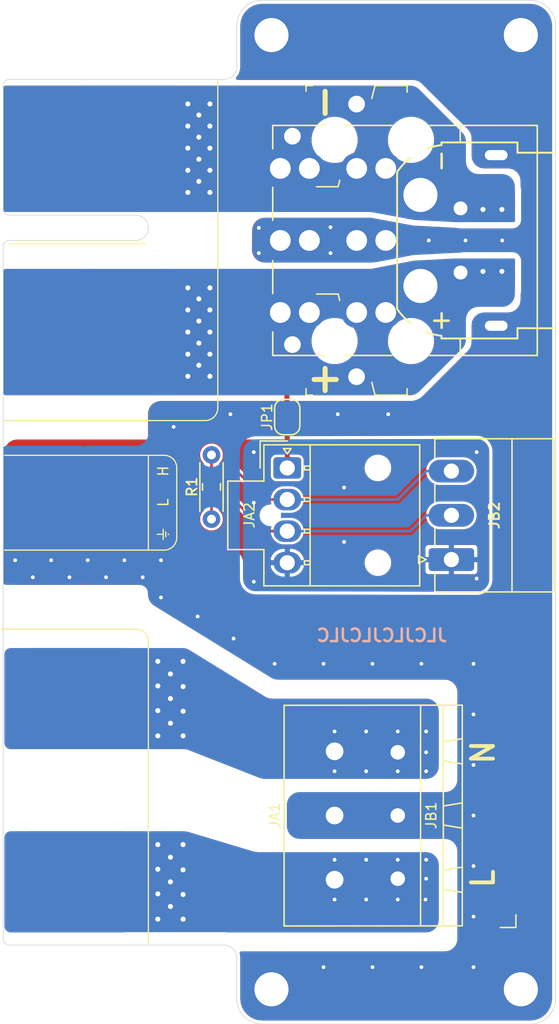
<source format=kicad_pcb>
(kicad_pcb (version 20171130) (host pcbnew "(5.1.12)-1")

  (general
    (thickness 1.6)
    (drawings 34)
    (tracks 142)
    (zones 0)
    (modules 17)
    (nets 10)
  )

  (page USLetter)
  (title_block
    (rev 1)
  )

  (layers
    (0 Front signal)
    (31 Back mixed)
    (34 B.Paste user hide)
    (35 F.Paste user hide)
    (36 B.SilkS user hide)
    (37 F.SilkS user hide)
    (38 B.Mask user hide)
    (39 F.Mask user hide)
    (40 Dwgs.User user hide)
    (42 Eco1.User user hide)
    (43 Eco2.User user hide)
    (44 Edge.Cuts user)
    (45 Margin user hide)
    (46 B.CrtYd user hide)
    (47 F.CrtYd user hide)
    (49 F.Fab user hide)
  )

  (setup
    (last_trace_width 0.127)
    (user_trace_width 0.15)
    (user_trace_width 0.2)
    (user_trace_width 0.4)
    (user_trace_width 0.6)
    (trace_clearance 0.127)
    (zone_clearance 0.2)
    (zone_45_only no)
    (trace_min 0.127)
    (via_size 0.6)
    (via_drill 0.3)
    (via_min_size 0.6)
    (via_min_drill 0.3)
    (user_via 0.6 0.3)
    (user_via 0.8 0.4)
    (user_via 0.9 0.4)
    (uvia_size 0.6858)
    (uvia_drill 0.3302)
    (uvias_allowed no)
    (uvia_min_size 0)
    (uvia_min_drill 0)
    (edge_width 0.05)
    (segment_width 0.254)
    (pcb_text_width 0.3048)
    (pcb_text_size 1.524 1.524)
    (mod_edge_width 0.1524)
    (mod_text_size 0.8128 0.8128)
    (mod_text_width 0.1524)
    (pad_size 2.2 1.7)
    (pad_drill 1.2)
    (pad_to_mask_clearance 0)
    (solder_mask_min_width 0.12)
    (aux_axis_origin 0 0)
    (visible_elements 7FFFFFFF)
    (pcbplotparams
      (layerselection 0x010fc_ffffffff)
      (usegerberextensions false)
      (usegerberattributes false)
      (usegerberadvancedattributes false)
      (creategerberjobfile false)
      (excludeedgelayer true)
      (linewidth 0.152400)
      (plotframeref false)
      (viasonmask false)
      (mode 1)
      (useauxorigin false)
      (hpglpennumber 1)
      (hpglpenspeed 20)
      (hpglpendiameter 15.000000)
      (psnegative false)
      (psa4output false)
      (plotreference true)
      (plotvalue false)
      (plotinvisibletext false)
      (padsonsilk false)
      (subtractmaskfromsilk true)
      (outputformat 1)
      (mirror false)
      (drillshape 0)
      (scaleselection 1)
      (outputdirectory "./gerbers"))
  )

  (net 0 "")
  (net 1 /CAN-)
  (net 2 /CAN+)
  (net 3 GNDD)
  (net 4 Earth)
  (net 5 NEUT)
  (net 6 LINE)
  (net 7 /VBUS+)
  (net 8 /VBUS-)
  (net 9 /VCCD)

  (net_class Default "This is the default net class."
    (clearance 0.127)
    (trace_width 0.127)
    (via_dia 0.6)
    (via_drill 0.3)
    (uvia_dia 0.6858)
    (uvia_drill 0.3302)
    (diff_pair_width 0.1524)
    (diff_pair_gap 0.254)
    (add_net /VBUS+)
    (add_net /VBUS-)
    (add_net /VCCD)
    (add_net Earth)
  )

  (net_class CANBUS ""
    (clearance 0.154)
    (trace_width 0.154)
    (via_dia 0.6)
    (via_drill 0.3)
    (uvia_dia 0.6858)
    (uvia_drill 0.3302)
    (diff_pair_width 0.1524)
    (diff_pair_gap 0.254)
    (add_net /CAN+)
    (add_net /CAN-)
  )

  (net_class PWR_AC ""
    (clearance 1)
    (trace_width 0.4)
    (via_dia 0.6)
    (via_drill 0.3)
    (uvia_dia 0.6858)
    (uvia_drill 0.3302)
    (diff_pair_width 0.1524)
    (diff_pair_gap 0.254)
    (add_net LINE)
    (add_net NEUT)
  )

  (net_class PWR_DC ""
    (clearance 0.5)
    (trace_width 0.2)
    (via_dia 0.6)
    (via_drill 0.3)
    (uvia_dia 0.6858)
    (uvia_drill 0.3302)
    (diff_pair_width 0.1524)
    (diff_pair_gap 0.254)
  )

  (net_class PWR_IO ""
    (clearance 0.154)
    (trace_width 0.4)
    (via_dia 0.6)
    (via_drill 0.3)
    (uvia_dia 0.6858)
    (uvia_drill 0.3302)
    (diff_pair_width 0.1524)
    (diff_pair_gap 0.254)
    (add_net GNDD)
  )

  (module "1 My Footprints:TE_2204529-1" (layer Front) (tedit 603C8C5D) (tstamp 601D0967)
    (at 146.25 69 270)
    (path /6021B7BB)
    (fp_text reference JA3 (at -3.4 3.15 90) (layer F.SilkS) hide
      (effects (font (size 0.8 0.8) (thickness 0.15)))
    )
    (fp_text value "DC OUT" (at 0 -0.45 270) (layer F.Fab)
      (effects (font (size 0.8 0.8) (thickness 0.15)))
    )
    (fp_line (start -9.1 -9.95) (end 9.1 -9.95) (layer F.Fab) (width 0.127))
    (fp_line (start 9.1 -9.95) (end 9.1 4.95) (layer F.Fab) (width 0.127))
    (fp_line (start 9.1 4.95) (end -9.1 4.95) (layer F.Fab) (width 0.127))
    (fp_line (start -9.1 4.95) (end -9.1 -9.95) (layer F.Fab) (width 0.127))
    (fp_line (start -9.585 -10.2) (end 9.585 -10.2) (layer F.CrtYd) (width 0.05))
    (fp_line (start 9.585 -10.2) (end 9.585 5.85) (layer F.CrtYd) (width 0.05))
    (fp_line (start 9.585 5.85) (end -9.585 5.85) (layer F.CrtYd) (width 0.05))
    (fp_line (start -9.585 5.85) (end -9.585 -10.2) (layer F.CrtYd) (width 0.05))
    (fp_line (start 7.75 -9.95) (end 9.1 -9.95) (layer F.SilkS) (width 0.127))
    (fp_line (start -9.1 -9.95) (end -7.75 -9.95) (layer F.SilkS) (width 0.127))
    (pad 1 thru_hole circle (at 5.7 4.3 90) (size 2.46 2.46) (drill 1.64) (layers *.Cu *.Mask)
      (net 7 /VBUS+))
    (pad 3 thru_hole circle (at -5.7 2 90) (size 2.46 2.46) (drill 1.64) (layers *.Cu *.Mask)
      (net 8 /VBUS-))
    (pad "" np_thru_hole circle (at -7.96 0 90) (size 2.75 2.75) (drill 2.75) (layers *.Cu *.Mask))
    (pad 2 thru_hole circle (at 0 4.3 90) (size 2.46 2.46) (drill 1.64) (layers *.Cu *.Mask)
      (net 4 Earth))
    (pad 2 thru_hole circle (at 0 2 90) (size 2.46 2.46) (drill 1.64) (layers *.Cu *.Mask)
      (net 4 Earth))
    (pad 3 thru_hole circle (at -5.7 4.3 90) (size 2.46 2.46) (drill 1.64) (layers *.Cu *.Mask)
      (net 8 /VBUS-))
    (pad 1 thru_hole circle (at 5.7 2 90) (size 2.46 2.46) (drill 1.64) (layers *.Cu *.Mask)
      (net 7 /VBUS+))
    (pad "" np_thru_hole circle (at 7.96 0 90) (size 2.75 2.75) (drill 2.75) (layers *.Cu *.Mask))
  )

  (module SnapEDA-zip:TE_2204535-1 locked (layer Front) (tedit 603C8BDE) (tstamp 6023E5EE)
    (at 152.3 69 90)
    (path /60239773)
    (fp_text reference JB3 (at 3.325 -3.15 90) (layer F.SilkS) hide
      (effects (font (size 1 1) (thickness 0.15)))
    )
    (fp_text value "DC OUT" (at 0 5 90) (layer F.Fab)
      (effects (font (size 1 1) (thickness 0.15)))
    )
    (fp_line (start 1.6 -10.95) (end 4.2 -10.95) (layer F.SilkS) (width 0.127))
    (fp_line (start -4.2 -10.95) (end -1.6 -10.95) (layer F.SilkS) (width 0.127))
    (fp_line (start 7.25 -10.95) (end 9.1 -10.95) (layer F.SilkS) (width 0.127))
    (fp_line (start -9.1 -10.95) (end -7.25 -10.95) (layer F.SilkS) (width 0.127))
    (fp_line (start -9.85 10.25) (end -9.85 -11.89) (layer F.CrtYd) (width 0.05))
    (fp_line (start 9.85 10.25) (end -9.85 10.25) (layer F.CrtYd) (width 0.05))
    (fp_line (start 9.85 -11.89) (end 9.85 10.25) (layer F.CrtYd) (width 0.05))
    (fp_line (start -9.85 -11.89) (end 9.85 -11.89) (layer F.CrtYd) (width 0.05))
    (fp_line (start -9.1 -1.5) (end -9.1 -10.95) (layer F.SilkS) (width 0.127))
    (fp_line (start -9.1 10) (end -9.1 1.5) (layer F.SilkS) (width 0.127))
    (fp_line (start 9.1 10) (end -9.1 10) (layer F.SilkS) (width 0.127))
    (fp_line (start 9.1 1.5) (end 9.1 10) (layer F.SilkS) (width 0.127))
    (fp_line (start 9.1 -10.95) (end 9.1 -1.5) (layer F.SilkS) (width 0.127))
    (fp_line (start -9.1 -10.95) (end 9.1 -10.95) (layer F.Fab) (width 0.127))
    (fp_line (start -9.1 10) (end -9.1 -10.95) (layer F.Fab) (width 0.127))
    (fp_line (start 9.1 10) (end -9.1 10) (layer F.Fab) (width 0.127))
    (fp_line (start 9.1 -10.95) (end 9.1 10) (layer F.Fab) (width 0.127))
    (pad 6 thru_hole circle (at 5.7 -10.35 90) (size 2.46 2.46) (drill 1.64) (layers *.Cu *.Mask)
      (net 8 /VBUS-))
    (pad 5 thru_hole circle (at 0 -10.35 90) (size 2.46 2.46) (drill 1.64) (layers *.Cu *.Mask)
      (net 4 Earth))
    (pad 4 thru_hole circle (at -5.7 -10.35 90) (size 2.46 2.46) (drill 1.64) (layers *.Cu *.Mask)
      (net 7 /VBUS+))
    (pad 3 thru_hole circle (at 5.7 -4.3 90) (size 2.46 2.46) (drill 1.64) (layers *.Cu *.Mask)
      (net 8 /VBUS-))
    (pad 2 thru_hole circle (at 0 -4.3 90) (size 2.46 2.46) (drill 1.64) (layers *.Cu *.Mask)
      (net 4 Earth))
    (pad 1 thru_hole circle (at -5.7 -4.3 90) (size 2.46 2.46) (drill 1.64) (layers *.Cu *.Mask)
      (net 7 /VBUS+))
    (pad "" np_thru_hole circle (at 7.96 0 90) (size 2.75 2.75) (drill 2.75) (layers *.Cu *.Mask))
    (pad "" np_thru_hole circle (at -7.96 0 90) (size 2.75 2.75) (drill 2.75) (layers *.Cu *.Mask))
    (pad 6 thru_hole circle (at 5.7 -8.05 90) (size 2.46 2.46) (drill 1.64) (layers *.Cu *.Mask)
      (net 8 /VBUS-))
    (pad 3 thru_hole circle (at 5.7 -2 90) (size 2.46 2.46) (drill 1.64) (layers *.Cu *.Mask)
      (net 8 /VBUS-))
    (pad 5 thru_hole circle (at 0 -8.05 90) (size 2.46 2.46) (drill 1.64) (layers *.Cu *.Mask)
      (net 4 Earth))
    (pad 2 thru_hole circle (at 0 -2 90) (size 2.46 2.46) (drill 1.64) (layers *.Cu *.Mask)
      (net 4 Earth))
    (pad 4 thru_hole circle (at -5.7 -8.05 90) (size 2.46 2.46) (drill 1.64) (layers *.Cu *.Mask)
      (net 7 /VBUS+))
    (pad 1 thru_hole circle (at -5.7 -2 90) (size 2.46 2.46) (drill 1.64) (layers *.Cu *.Mask)
      (net 7 /VBUS+))
    (model ${KIPRJMOD}/shapes3D/TE_2204535-1.stp
      (offset (xyz 0 -9.949999999999999 10.7))
      (scale (xyz 1 1 1))
      (rotate (xyz -90 0 0))
    )
  )

  (module "1 My Footprints:Connector_Keystone_4912_Overlaid" locked (layer Front) (tedit 603C8BCB) (tstamp 603D0EF5)
    (at 145.45 60.75 90)
    (path /603CC6BA)
    (fp_text reference T2 (at -3.175 -2.54 270) (layer F.Fab)
      (effects (font (size 1 1) (thickness 0.15)))
    )
    (fp_text value "Keystone 4912" (at 0 5.715 90) (layer F.Fab)
      (effects (font (size 0.6 0.6) (thickness 0.05)))
    )
    (fp_line (start -4.0005 -1.4605) (end -0.5715 -1.4605) (layer F.Fab) (width 0.12))
    (fp_line (start 4.0005 -1.4605) (end 0.5715 -1.4605) (layer F.Fab) (width 0.12))
    (fp_line (start -4.0005 1.0795) (end -2.7305 1.397) (layer F.Fab) (width 0.12))
    (fp_line (start -4.0005 4.0005) (end -2.7305 3.683) (layer F.Fab) (width 0.12))
    (fp_line (start 4.0005 1.0795) (end 2.7305 1.397) (layer F.Fab) (width 0.12))
    (fp_line (start 4.0005 -1.4605) (end 4.0005 1.0795) (layer F.Fab) (width 0.12))
    (fp_line (start 4.0005 6.5405) (end 4.0005 4.0005) (layer F.SilkS) (width 0.12))
    (fp_line (start 4.0005 4.0005) (end 2.7305 3.683) (layer F.Fab) (width 0.12))
    (fp_line (start 4.0005 6.5405) (end 3.4925 6.5405) (layer F.SilkS) (width 0.12))
    (fp_line (start 3.175 6.5405) (end 3.175 10.4775) (layer F.Fab) (width 0.12))
    (fp_line (start -3.175 6.5405) (end -3.175 10.4775) (layer F.Fab) (width 0.12))
    (fp_line (start 3.175 10.4775) (end 2.54 10.795) (layer F.Fab) (width 0.12))
    (fp_line (start 2.54 10.795) (end -2.54 10.795) (layer F.Fab) (width 0.12))
    (fp_line (start -2.54 10.795) (end -3.175 10.4775) (layer F.Fab) (width 0.12))
    (fp_line (start -4.0005 6.5405) (end -4.0005 4.0005) (layer F.Fab) (width 0.12))
    (fp_line (start 4.0005 6.5405) (end 4.0005 4.0005) (layer F.Fab) (width 0.12))
    (fp_line (start -4.0005 -1.4605) (end -4.0005 1.0795) (layer F.Fab) (width 0.12))
    (fp_line (start 4.0005 -0.9525) (end 4.0005 -1.4605) (layer F.SilkS) (width 0.12))
    (fp_line (start 3.556 -1.4605) (end 4.0005 -1.4605) (layer F.SilkS) (width 0.12))
    (fp_line (start 4.0005 6.5405) (end 3.175 6.5405) (layer F.Fab) (width 0.12))
    (fp_line (start -4.0005 6.5405) (end -3.175 6.5405) (layer F.Fab) (width 0.12))
    (fp_line (start -4.0005 1.0795) (end -4.0005 -0.635) (layer F.SilkS) (width 0.12))
    (fp_line (start -4.0005 1.0795) (end -3.4925 1.2065) (layer F.SilkS) (width 0.12))
    (fp_line (start 4.0005 4.0005) (end 2.9845 3.7465) (layer F.SilkS) (width 0.12))
    (pad 1 thru_hole circle (at 2.54 2.54 90) (size 2 2) (drill 1.32) (layers *.Cu *.Mask)
      (net 8 /VBUS-))
    (pad 1 thru_hole circle (at 0 -2.54 90) (size 2 2) (drill 1.32) (layers *.Cu *.Mask)
      (net 8 /VBUS-))
  )

  (module "1 My Footprints:Connector_Keystone_4912_Overlaid" locked (layer Front) (tedit 603C8B9E) (tstamp 603D0ED1)
    (at 145.45 77.24 90)
    (path /603CA6F8)
    (fp_text reference T1 (at -3.175 -2.54 270) (layer F.Fab)
      (effects (font (size 1 1) (thickness 0.15)))
    )
    (fp_text value "Keystone 4912" (at 0 5.715 90) (layer F.Fab)
      (effects (font (size 1 1) (thickness 0.15)))
    )
    (fp_line (start -4.0005 -1.4605) (end -0.5715 -1.4605) (layer F.Fab) (width 0.12))
    (fp_line (start -4.0005 -1.4605) (end -4.0005 -0.9525) (layer F.SilkS) (width 0.12))
    (fp_line (start 4.0005 -1.4605) (end 0.5715 -1.4605) (layer F.Fab) (width 0.12))
    (fp_line (start -4.0005 1.0795) (end -2.7305 1.397) (layer F.Fab) (width 0.12))
    (fp_line (start -4.0005 4.0005) (end -2.7305 3.683) (layer F.Fab) (width 0.12))
    (fp_line (start 4.0005 1.0795) (end 2.7305 1.397) (layer F.Fab) (width 0.12))
    (fp_line (start 4.0005 -1.4605) (end 4.0005 1.0795) (layer F.Fab) (width 0.12))
    (fp_line (start 4.0005 4.0005) (end 2.7305 3.683) (layer F.Fab) (width 0.12))
    (fp_line (start -4.0005 6.5405) (end -3.4925 6.5405) (layer F.SilkS) (width 0.12))
    (fp_line (start 3.175 6.5405) (end 3.175 10.4775) (layer F.Fab) (width 0.12))
    (fp_line (start -3.175 6.5405) (end -3.175 10.4775) (layer F.Fab) (width 0.12))
    (fp_line (start 3.175 10.4775) (end 2.54 10.795) (layer F.Fab) (width 0.12))
    (fp_line (start 2.54 10.795) (end -2.54 10.795) (layer F.Fab) (width 0.12))
    (fp_line (start -2.54 10.795) (end -3.175 10.4775) (layer F.Fab) (width 0.12))
    (fp_line (start -4.0005 6.5405) (end -4.0005 4.0005) (layer F.Fab) (width 0.12))
    (fp_line (start 4.0005 6.5405) (end 4.0005 4.0005) (layer F.Fab) (width 0.12))
    (fp_line (start -4.0005 -1.4605) (end -4.0005 1.0795) (layer F.Fab) (width 0.12))
    (fp_line (start -3.4925 -1.4605) (end -4.0005 -1.4605) (layer F.SilkS) (width 0.12))
    (fp_line (start 4.0005 6.5405) (end 3.175 6.5405) (layer F.Fab) (width 0.12))
    (fp_line (start -4.0005 6.5405) (end -3.175 6.5405) (layer F.Fab) (width 0.12))
    (fp_line (start 3.4925 1.2065) (end 4.0005 1.0795) (layer F.SilkS) (width 0.12))
    (fp_line (start 4.0005 1.0795) (end 4.0005 -0.635) (layer F.SilkS) (width 0.12))
    (fp_line (start -2.9845 3.7465) (end -4.0005 4.0005) (layer F.SilkS) (width 0.12))
    (fp_line (start -4.0005 4.0005) (end -4.0005 6.5405) (layer F.SilkS) (width 0.12))
    (pad 1 thru_hole circle (at -2.54 2.54 90) (size 2 2) (drill 1.32) (layers *.Cu *.Mask)
      (net 7 /VBUS+))
    (pad 1 thru_hole circle (at 0 -2.54 90) (size 2 2) (drill 1.32) (layers *.Cu *.Mask)
      (net 7 /VBUS+))
  )

  (module Resistor_THT:R_Axial_DIN0204_L3.6mm_D1.6mm_P5.08mm_Horizontal (layer Front) (tedit 5AE5139B) (tstamp 603A247D)
    (at 136.5 91.05 90)
    (descr "Resistor, Axial_DIN0204 series, Axial, Horizontal, pin pitch=5.08mm, 0.167W, length*diameter=3.6*1.6mm^2, http://cdn-reichelt.de/documents/datenblatt/B400/1_4W%23YAG.pdf")
    (tags "Resistor Axial_DIN0204 series Axial Horizontal pin pitch 5.08mm 0.167W length 3.6mm diameter 1.6mm")
    (path /603A2D6D)
    (fp_text reference R2 (at 2.54 -1.92 90) (layer F.SilkS) hide
      (effects (font (size 1 1) (thickness 0.15)))
    )
    (fp_text value 120R (at 2.54 1.92 90) (layer F.Fab)
      (effects (font (size 1 1) (thickness 0.15)))
    )
    (fp_line (start 6.03 -1.05) (end -0.95 -1.05) (layer F.CrtYd) (width 0.05))
    (fp_line (start 6.03 1.05) (end 6.03 -1.05) (layer F.CrtYd) (width 0.05))
    (fp_line (start -0.95 1.05) (end 6.03 1.05) (layer F.CrtYd) (width 0.05))
    (fp_line (start -0.95 -1.05) (end -0.95 1.05) (layer F.CrtYd) (width 0.05))
    (fp_line (start 0.62 0.92) (end 4.46 0.92) (layer F.SilkS) (width 0.12))
    (fp_line (start 0.62 -0.92) (end 4.46 -0.92) (layer F.SilkS) (width 0.12))
    (fp_line (start 5.08 0) (end 4.34 0) (layer F.Fab) (width 0.1))
    (fp_line (start 0 0) (end 0.74 0) (layer F.Fab) (width 0.1))
    (fp_line (start 4.34 -0.8) (end 0.74 -0.8) (layer F.Fab) (width 0.1))
    (fp_line (start 4.34 0.8) (end 4.34 -0.8) (layer F.Fab) (width 0.1))
    (fp_line (start 0.74 0.8) (end 4.34 0.8) (layer F.Fab) (width 0.1))
    (fp_line (start 0.74 -0.8) (end 0.74 0.8) (layer F.Fab) (width 0.1))
    (fp_text user %R (at 2.54 0 90) (layer F.Fab)
      (effects (font (size 0.72 0.72) (thickness 0.108)))
    )
    (pad 2 thru_hole oval (at 5.08 0 90) (size 1.4 1.4) (drill 0.7) (layers *.Cu *.Mask)
      (net 2 /CAN+))
    (pad 1 thru_hole circle (at 0 0 90) (size 1.4 1.4) (drill 0.7) (layers *.Cu *.Mask)
      (net 1 /CAN-))
    (model ${KIPRJMOD}/shapes3D/R_Axial_DIN0204_L3.6mm_D1.6mm_P5.08mm_Horizontal.wrl
      (at (xyz 0 0 0))
      (scale (xyz 1 1 1))
      (rotate (xyz 0 0 0))
    )
  )

  (module EltekFlatpack2:CON_Edge_Flatpack2_AllContacts locked (layer Front) (tedit 6023AC13) (tstamp 600F9B37)
    (at 120 56.25)
    (path /449C7C68)
    (fp_text reference PC1 (at 6 13.75) (layer F.SilkS) hide
      (effects (font (size 0.8 0.8) (thickness 0.12)))
    )
    (fp_text value Flatpack2 (at 6 14.75) (layer F.Fab)
      (effects (font (size 0.8 0.8) (thickness 0.12)))
    )
    (fp_line (start 13.75 30.75) (end 13.75 36.25) (layer F.SilkS) (width 0.1))
    (fp_line (start 0.1 37.25) (end 12.75 37.25) (layer F.SilkS) (width 0.1))
    (fp_line (start 17.5 0) (end 17.5 27.5) (layer F.CrtYd) (width 0.05))
    (fp_line (start 17.5 27.5) (end 12 27.5) (layer F.CrtYd) (width 0.05))
    (fp_line (start 12 68.5) (end 12 27.5) (layer F.CrtYd) (width 0.05))
    (fp_line (start 0.00492 15.5078) (end 0 68) (layer F.CrtYd) (width 0.05))
    (fp_line (start 0.00492 15.5078) (end 0 0.5) (layer F.CrtYd) (width 0.05))
    (fp_line (start 0.5 68.5) (end 12 68.5) (layer F.CrtYd) (width 0.05))
    (fp_line (start 0.5 0) (end 17.5 0) (layer F.CrtYd) (width 0.05))
    (fp_line (start 0.1 29.75) (end 12.75 29.75) (layer F.SilkS) (width 0.1))
    (fp_line (start 17 26) (end 17 0.1) (layer F.SilkS) (width 0.1))
    (fp_line (start 16 27) (end 0.1 27) (layer F.SilkS) (width 0.1))
    (fp_line (start 0 13.25) (end 0 68) (layer Edge.Cuts) (width 0.05))
    (fp_line (start 0 10.25) (end 0 0.5) (layer Edge.Cuts) (width 0.05))
    (fp_line (start 10.5 10.75) (end 0.5 10.75) (layer Edge.Cuts) (width 0.05))
    (fp_line (start 0.5 12.75) (end 10.5 12.75) (layer Edge.Cuts) (width 0.05))
    (fp_line (start 0.5 0) (end 17.5 0) (layer Edge.Cuts) (width 0.05))
    (fp_line (start 0.5 68.5) (end 17.5 68.5) (layer Edge.Cuts) (width 0.05))
    (fp_line (start 11.5 68.4) (end 11.5 44.5) (layer F.SilkS) (width 0.1))
    (fp_line (start 0 70) (end 11 70) (layer F.Fab) (width 0.05))
    (fp_line (start 16.5 -1.5) (end 16.5 26.5) (layer F.Fab) (width 0.05))
    (fp_line (start 11 26.5) (end 16.5 26.5) (layer F.Fab) (width 0.05))
    (fp_line (start 11 26.5) (end 11 70) (layer F.Fab) (width 0.05))
    (fp_line (start 16.5 -1.5) (end 0 -1.5) (layer F.Fab) (width 0.05))
    (fp_line (start -0.15 43.5) (end 10.5 43.5) (layer F.SilkS) (width 0.1))
    (fp_line (start 11.5 37.25) (end 11.5 29.75) (layer F.SilkS) (width 0.1))
    (fp_line (start 12.2 36) (end 12.675 36) (layer F.SilkS) (width 0.1))
    (fp_line (start 12.675 36.4) (end 12.675 35.6) (layer F.SilkS) (width 0.1))
    (fp_line (start 13.075 36.025) (end 13.075 35.975) (layer F.SilkS) (width 0.1))
    (fp_line (start 12.875 36.2) (end 12.875 35.8) (layer F.SilkS) (width 0.1))
    (fp_line (start 11.25 13) (end 0.5 13) (layer F.SilkS) (width 0.12))
    (fp_arc (start 10.5 11.75) (end 10.5 12.75) (angle -180) (layer Edge.Cuts) (width 0.05))
    (fp_arc (start 0.5 13.25) (end 0.5 12.75) (angle -90) (layer Edge.Cuts) (width 0.05))
    (fp_text user L (at 12.675 33.5 90 unlocked) (layer F.SilkS)
      (effects (font (size 0.8 0.8) (thickness 0.12)))
    )
    (fp_arc (start 0.5 0.5) (end 0.5 0) (angle -90) (layer Edge.Cuts) (width 0.05))
    (fp_arc (start 0.5 10.25) (end 0 10.25) (angle -90) (layer Edge.Cuts) (width 0.05))
    (fp_arc (start 0.5 68) (end 0 68) (angle -90) (layer Edge.Cuts) (width 0.05))
    (fp_arc (start 0.5 68) (end 0 68) (angle -90) (layer F.CrtYd) (width 0.05))
    (fp_arc (start 0.5 0.5) (end 0.5 0) (angle -90) (layer F.CrtYd) (width 0.05))
    (fp_arc (start 16 26) (end 16 27) (angle -90) (layer F.SilkS) (width 0.1))
    (fp_text user H (at 12.675 31 90 unlocked) (layer F.SilkS)
      (effects (font (size 0.8 0.8) (thickness 0.12)))
    )
    (fp_arc (start 12.75 30.75) (end 13.75 30.75) (angle -90) (layer F.SilkS) (width 0.1))
    (fp_arc (start 12.75 36.25) (end 12.75 37.25) (angle -90) (layer F.SilkS) (width 0.1))
    (fp_arc (start 10.5 44.5) (end 11.5 44.5) (angle -90) (layer F.SilkS) (width 0.1))
    (pad CAN-L smd roundrect (at 5.05 33.5) (size 9.9 1.5) (layers Front F.Mask) (roundrect_rratio 0.167)
      (net 1 /CAN-) (solder_mask_margin 0.1016))
    (pad CAN-H smd roundrect (at 5.05 31) (size 9.9 1.5) (layers Front F.Mask) (roundrect_rratio 0.167)
      (net 2 /CAN+) (solder_mask_margin 0.1016))
    (pad DC-NEG smd roundrect (at 7.05 5.5) (size 13.9 8.5) (layers Front F.Mask) (roundrect_rratio 0.059)
      (net 8 /VBUS-) (solder_mask_margin 0.1016))
    (pad AC-E smd roundrect (at 5.05 34.5) (size 9.9 8.5) (layers Back B.Mask) (roundrect_rratio 0.059)
      (net 4 Earth) (solder_mask_margin 0.1016))
    (pad DC-POS smd roundrect (at 7.05 20) (size 13.9 8.5) (layers Front F.Mask) (roundrect_rratio 0.059)
      (net 7 /VBUS+) (solder_mask_margin 0.1016))
    (pad GNDD smd roundrect (at 5.05 36) (size 9.9 1.5) (layers Front F.Mask) (roundrect_rratio 0.167)
      (net 3 GNDD) (solder_mask_margin 0.1016))
    (pad AC-L smd roundrect (at 5.05 63.5) (size 9.9 8) (layers Front F.Mask) (roundrect_rratio 0.062)
      (net 6 LINE) (solder_mask_margin 0.1016))
    (pad AC-N smd roundrect (at 5.05 49) (size 9.9 8) (layers Front F.Mask) (roundrect_rratio 0.062)
      (net 5 NEUT) (solder_mask_margin 0.1016))
    (pad AC-L smd roundrect (at 5.05 63.5) (size 9.9 8) (layers Back B.Mask) (roundrect_rratio 0.062)
      (net 6 LINE) (solder_mask_margin 0.1016))
    (pad AC-N smd roundrect (at 5.05 49) (size 9.9 8) (layers Back B.Mask) (roundrect_rratio 0.062)
      (net 5 NEUT) (solder_mask_margin 0.1016))
    (pad DC-NEG smd roundrect (at 5.05 5.5) (size 9.9 8.5) (layers Back B.Mask) (roundrect_rratio 0.059)
      (net 8 /VBUS-) (solder_mask_margin 0.1016))
    (pad DC-POS smd roundrect (at 5.05 20) (size 9.9 8.5) (layers Back B.Mask) (roundrect_rratio 0.059)
      (net 7 /VBUS+) (solder_mask_margin 0.1016))
    (pad DC-NEG smd roundrect (at 11.5 5.5) (size 5 8.5) (layers Back) (roundrect_rratio 0.1)
      (net 8 /VBUS-) (solder_mask_margin 0.1016))
    (pad DC-POS smd roundrect (at 11.5 20) (size 5 8.5) (layers Back) (roundrect_rratio 0.1)
      (net 7 /VBUS+) (solder_mask_margin 0.1016))
  )

  (module "1 My Footprints:Molex_Nano-Fit_105309-xx04_1x04_P2.50mm_Combi_3D-V" (layer Front) (tedit 6023867E) (tstamp 601DBC79)
    (at 142.5 87)
    (descr "Molex Nano-Fit Power Connectors, 105309-xx04, 4 Pins per row (http://www.molex.com/pdm_docs/sd/1053091203_sd.pdf), generated with kicad-footprint-generator")
    (tags "connector Molex Nano-Fit side entry")
    (path /600E8541)
    (fp_text reference JA2 (at -3 3.75 90) (layer F.SilkS)
      (effects (font (size 0.8 0.8) (thickness 0.12)))
    )
    (fp_text value CTRL (at 0 10.42) (layer F.Fab)
      (effects (font (size 1 1) (thickness 0.15)))
    )
    (fp_line (start 1.81 2.35) (end 1.36 2.35) (layer F.SilkS) (width 0.12))
    (fp_line (start 1.81 -1.83) (end 1.81 9.33) (layer F.SilkS) (width 0.12))
    (fp_line (start -0.3 -1.534264) (end 0 -1.11) (layer F.Fab) (width 0.1))
    (fp_line (start 1.36 2.35) (end 1.36 2.65) (layer F.SilkS) (width 0.12))
    (fp_line (start 1.36 7.35) (end 1.36 7.65) (layer F.SilkS) (width 0.12))
    (fp_line (start 1.36 2.65) (end 1.81 2.65) (layer F.SilkS) (width 0.12))
    (fp_line (start 0 -1.11) (end 0.3 -1.534264) (layer F.SilkS) (width 0.12))
    (fp_line (start -2.24 9.72) (end 10.88 9.72) (layer F.CrtYd) (width 0.05))
    (fp_line (start 1.81 0.15) (end 1.81 -0.15) (layer F.SilkS) (width 0.12))
    (fp_line (start 10.38 -1.72) (end 1.74 -1.72) (layer F.Fab) (width 0.1))
    (fp_line (start 10.49 -1.83) (end 1.81 -1.83) (layer F.SilkS) (width 0.12))
    (fp_line (start 1.36 7.65) (end 1.81 7.65) (layer F.SilkS) (width 0.12))
    (fp_line (start 0.3 -1.534264) (end -0.3 -1.534264) (layer F.SilkS) (width 0.12))
    (fp_line (start 1.81 7.65) (end 1.81 7.35) (layer F.SilkS) (width 0.12))
    (fp_line (start 1.81 5.15) (end 1.81 4.85) (layer F.SilkS) (width 0.12))
    (fp_line (start 1.36 5.15) (end 1.81 5.15) (layer F.SilkS) (width 0.12))
    (fp_line (start 1.36 -0.15) (end 1.36 0.15) (layer F.SilkS) (width 0.12))
    (fp_line (start 1.81 -0.15) (end 1.36 -0.15) (layer F.SilkS) (width 0.12))
    (fp_line (start 0 -1.11) (end 0.3 -1.534264) (layer F.Fab) (width 0.1))
    (fp_line (start 10.88 -2.22) (end -2.24 -2.22) (layer F.CrtYd) (width 0.05))
    (fp_line (start 1.81 4.85) (end 1.36 4.85) (layer F.SilkS) (width 0.12))
    (fp_line (start 1.36 4.85) (end 1.36 5.15) (layer F.SilkS) (width 0.12))
    (fp_line (start 1.74 9.22) (end 10.38 9.22) (layer F.Fab) (width 0.1))
    (fp_line (start 0.3 -1.534264) (end -0.3 -1.534264) (layer F.Fab) (width 0.1))
    (fp_line (start 10.38 9.22) (end 10.38 -1.72) (layer F.Fab) (width 0.1))
    (fp_line (start 1.81 9.33) (end 10.49 9.33) (layer F.SilkS) (width 0.12))
    (fp_line (start -0.3 -1.534264) (end 0 -1.11) (layer F.SilkS) (width 0.12))
    (fp_line (start 10.49 9.33) (end 10.49 -1.83) (layer F.SilkS) (width 0.12))
    (fp_line (start 1.36 0.15) (end 1.81 0.15) (layer F.SilkS) (width 0.12))
    (fp_line (start 1.81 2.65) (end 1.81 2.35) (layer F.SilkS) (width 0.12))
    (fp_line (start 1.81 7.35) (end 1.36 7.35) (layer F.SilkS) (width 0.12))
    (fp_line (start 10.88 9.72) (end 10.88 -2.22) (layer F.CrtYd) (width 0.05))
    (fp_line (start 0 -1.012893) (end 0.5 -1.72) (layer F.Fab) (width 0.1))
    (fp_line (start -0.5 -1.72) (end 0 -1.012893) (layer F.Fab) (width 0.1))
    (fp_line (start -2.15 -2.13) (end -2.15 0) (layer F.SilkS) (width 0.12))
    (fp_line (start 0 -2.13) (end -2.15 -2.13) (layer F.SilkS) (width 0.12))
    (fp_line (start -2.02 1.65) (end -4.1 1.65) (layer F.Fab) (width 0.1))
    (fp_line (start -2.02 5.85) (end -2.02 1.65) (layer F.Fab) (width 0.1))
    (fp_line (start -4.1 5.85) (end -2.02 5.85) (layer F.Fab) (width 0.1))
    (fp_line (start -4.1 1.65) (end -4.1 5.85) (layer F.Fab) (width 0.1))
    (fp_line (start -5.1 6.85) (end -5.1 3.75) (layer F.CrtYd) (width 0.05))
    (fp_line (start -2.24 6.85) (end -5.1 6.85) (layer F.CrtYd) (width 0.05))
    (fp_line (start -2.24 9.72) (end -2.24 6.85) (layer F.CrtYd) (width 0.05))
    (fp_line (start -5.1 0.65) (end -5.1 3.75) (layer F.CrtYd) (width 0.05))
    (fp_line (start -2.24 0.65) (end -5.1 0.65) (layer F.CrtYd) (width 0.05))
    (fp_line (start -2.24 -2.22) (end -2.24 0.65) (layer F.CrtYd) (width 0.05))
    (fp_line (start -4.71 6.46) (end -4.71 3.75) (layer F.SilkS) (width 0.12))
    (fp_line (start -1.85 6.46) (end -4.71 6.46) (layer F.SilkS) (width 0.12))
    (fp_line (start -1.85 9.33) (end -1.85 6.46) (layer F.SilkS) (width 0.12))
    (fp_line (start 1.85 9.33) (end -1.85 9.33) (layer F.SilkS) (width 0.12))
    (fp_line (start -4.71 1.04) (end -4.71 3.75) (layer F.SilkS) (width 0.12))
    (fp_line (start -1.85 1.04) (end -4.71 1.04) (layer F.SilkS) (width 0.12))
    (fp_line (start -1.85 -1.83) (end -1.85 1.04) (layer F.SilkS) (width 0.12))
    (fp_line (start 1.85 -1.83) (end -1.85 -1.83) (layer F.SilkS) (width 0.12))
    (fp_line (start -4.6 6.35) (end -4.6 3.75) (layer F.Fab) (width 0.1))
    (fp_line (start -1.74 6.35) (end -4.6 6.35) (layer F.Fab) (width 0.1))
    (fp_line (start -1.74 9.22) (end -1.74 6.35) (layer F.Fab) (width 0.1))
    (fp_line (start 1.74 9.22) (end -1.74 9.22) (layer F.Fab) (width 0.1))
    (fp_line (start 1.74 3.75) (end 1.74 9.22) (layer F.Fab) (width 0.1))
    (fp_line (start -4.6 1.15) (end -4.6 3.75) (layer F.Fab) (width 0.1))
    (fp_line (start -1.74 1.15) (end -4.6 1.15) (layer F.Fab) (width 0.1))
    (fp_line (start -1.74 -1.72) (end -1.74 1.15) (layer F.Fab) (width 0.1))
    (fp_line (start 1.74 -1.72) (end -1.74 -1.72) (layer F.Fab) (width 0.1))
    (fp_line (start 1.74 3.75) (end 1.74 -1.72) (layer F.Fab) (width 0.1))
    (pad "" np_thru_hole circle (at 7.18 7.5) (size 1.7 1.7) (drill 1.7) (layers *.Cu *.Mask))
    (pad "" np_thru_hole circle (at 7.18 0) (size 1.7 1.7) (drill 1.7) (layers *.Cu *.Mask))
    (pad "" np_thru_hole circle (at -1.34 3.75) (size 1.3 1.3) (drill 1.3) (layers *.Cu *.Mask))
    (pad 4 thru_hole oval (at 0 7.5) (size 2.2 1.7) (drill 1.2) (layers *.Cu *.Mask)
      (net 3 GNDD))
    (pad 3 thru_hole oval (at 0 5) (size 2.2 1.7) (drill 1.2) (layers *.Cu *.Mask)
      (net 1 /CAN-))
    (pad 2 thru_hole oval (at 0 2.5) (size 2.2 1.7) (drill 1.2) (layers *.Cu *.Mask)
      (net 2 /CAN+))
    (pad 1 thru_hole roundrect (at 0 0) (size 2.2 1.7) (drill 1.2) (layers *.Cu *.Mask) (roundrect_rratio 0.147059)
      (net 9 /VCCD))
    (model ${KIPRJMOD}/shapes3D/Molex_Nano-Fit_105309-xx04_1x04_P2.50mm_Vertical.step
      (offset (xyz 0 -3.75 4.85))
      (scale (xyz 1 1 1))
      (rotate (xyz 0 0 -90))
    )
    (model ${KIPRJMOD}/shapes3D/Molex_Nano-Fit_105313-xx04_1x04_P2.50mm_Horizontal.step
      (offset (xyz 6.15 -3.75 2))
      (scale (xyz 1 1 1))
      (rotate (xyz -90 0 -90))
    )
  )

  (module EltekFlatpack2:Amass_XT60PW-M_Kombifootprint (layer Front) (tedit 60237AFA) (tstamp 6023EC94)
    (at 153.05 69 270)
    (path /6023C33E)
    (fp_text reference JC3 (at 0 0.75 90) (layer F.SilkS) hide
      (effects (font (size 0.8 0.8) (thickness 0.15)))
    )
    (fp_text value "DC OUT" (at 0 1 90) (layer F.Fab) hide
      (effects (font (size 0.8 0.8) (thickness 0.15)))
    )
    (fp_line (start 5.413054 1.85) (end 0 1.85) (layer F.SilkS) (width 0.154))
    (fp_line (start 7.756897 -1.661935) (end 7.543269 -1.661935) (layer F.SilkS) (width 0.154))
    (fp_line (start 7.756897 -7.682437) (end 7.756897 -1.661935) (layer F.SilkS) (width 0.154))
    (fp_line (start 6.941195 -7.682437) (end 7.756897 -7.682437) (layer F.SilkS) (width 0.154))
    (fp_line (start 6.95 -10.6) (end 6.941195 -7.682437) (layer F.SilkS) (width 0.154))
    (fp_line (start -5.413054 1.85) (end 0 1.85) (layer F.SilkS) (width 0.154))
    (fp_line (start -7.756897 -1.661935) (end -7.543269 -1.661935) (layer F.SilkS) (width 0.154))
    (fp_line (start -7.756897 -7.682437) (end -7.756897 -1.661935) (layer F.SilkS) (width 0.154))
    (fp_line (start -6.941195 -7.682437) (end -7.756897 -7.682437) (layer F.SilkS) (width 0.154))
    (fp_line (start -6.941195 -10.6) (end -6.941195 -7.682437) (layer F.SilkS) (width 0.154))
    (fp_line (start -6.858 -1.6764) (end -5.715 -1.6764) (layer F.SilkS) (width 0.2))
    (fp_line (start 5.7658 -1.6764) (end 6.9088 -1.6764) (layer F.SilkS) (width 0.2))
    (fp_line (start 6.35 -1.0922) (end 6.35 -2.2352) (layer F.SilkS) (width 0.2))
    (fp_arc (start 2.618855 -2.246886) (end 5.413054 1.85) (angle -48.9) (layer F.SilkS) (width 0.154))
    (fp_arc (start -2.618855 -2.246886) (end -7.543269 -1.661935) (angle -48.9) (layer F.SilkS) (width 0.154))
    (pad MP thru_hole oval (at 6.75 -6 270) (size 1.6 2.8) (drill oval 0.8 1.8) (layers *.Cu *.Mask)
      (net 4 Earth))
    (pad MP thru_hole oval (at -6.75 -6 270) (size 1.6 2.8) (drill oval 0.8 1.8) (layers *.Cu *.Mask)
      (net 4 Earth))
    (pad 1 thru_hole circle (at -2.54 -3.175 270) (size 2.2 2.2) (drill 1.1) (layers *.Cu *.Mask)
      (net 8 /VBUS-) (zone_connect 2))
    (pad 2 thru_hole circle (at 2.54 -3.175 270) (size 2.2 2.2) (drill 1.1) (layers *.Cu *.Mask)
      (net 7 /VBUS+) (zone_connect 2))
    (pad 1 thru_hole custom (at -3.6 0 270) (size 4 4) (drill 2.7) (layers *.Cu *.Mask)
      (net 8 /VBUS-) (zone_connect 2)
      (options (clearance outline) (anchor circle))
      (primitives
        (gr_poly (pts
           (xy -1.861 0) (xy 1.949 0) (xy 2.10394 -3.14706) (xy 1.695 -3.937) (xy 1.441 -4.064)
           (xy 0.1075 -3.6195) (xy -1.734 -0.889)) (width 0.1))
        (gr_poly (pts
           (xy 0.21786 -3.175) (xy 0.21786 -7.4295) (xy 2.1 -7.4295) (xy 2.1 -3.175)) (width 0.1))
      ))
    (pad 2 thru_hole custom (at 3.6 0 270) (size 4 4) (drill 2.7) (layers *.Cu *.Mask)
      (net 7 /VBUS+) (zone_connect 2)
      (options (clearance outline) (anchor circle))
      (primitives
        (gr_poly (pts
           (xy -1.949 0.127) (xy -2.10902 -3.1877) (xy -1.5045 -4.064) (xy -0.552 -4.064) (xy -0.19894 -3.75158)
           (xy 1.44698 -1.30556)) (width 0.1))
        (gr_poly (pts
           (xy -2.11664 -3.175) (xy -2.11664 -7.4295) (xy -0.2345 -7.4295) (xy -0.2345 -3.175)) (width 0.1))
      ))
  )

  (module "1 My Footprints:1605540000" (layer Front) (tedit 602379B0) (tstamp 601CE8DD)
    (at 146.25 119.58 90)
    (path /C3E76336)
    (fp_text reference JA1 (at 5.08 -4.75 90) (layer F.SilkS)
      (effects (font (size 0.8 0.8) (thickness 0.12)))
    )
    (fp_text value AC_IN (at 5.05 4.85 90) (layer F.Fab)
      (effects (font (size 0.6 0.6) (thickness 0.1)))
    )
    (fp_line (start 13.6906 9.4996) (end 13.6906 -3.9) (layer F.Fab) (width 0.1524))
    (fp_line (start 13.6906 -3.9) (end -3.5306 -3.9) (layer F.Fab) (width 0.1524))
    (fp_line (start -3.5306 -3.9) (end -3.5306 9.4996) (layer F.Fab) (width 0.1524))
    (fp_line (start 14.2 -4.45) (end -4.04 -4.45) (layer F.CrtYd) (width 0.05))
    (fp_line (start 14.2 10.5) (end 14.2 -4.45) (layer F.CrtYd) (width 0.05))
    (fp_line (start -3.54 -2) (end -3.54 10) (layer F.Fab) (width 0.1))
    (fp_line (start 0.75 8.61) (end -0.75 8.61) (layer F.SilkS) (width 0.12))
    (fp_line (start -3.65 6.81) (end 13.81 6.81) (layer F.SilkS) (width 0.12))
    (fp_line (start -4.04 -4.45) (end -4.04 10.5) (layer F.CrtYd) (width 0.05))
    (fp_line (start -4.04 10.5) (end 14.2 10.5) (layer F.CrtYd) (width 0.05))
    (fp_line (start 13.8 -4) (end -3.66 -4) (layer F.SilkS) (width 0.12))
    (fp_line (start 6.08 10.11) (end 5.83 8.61) (layer F.SilkS) (width 0.12))
    (fp_line (start 1 10.11) (end 0.75 8.61) (layer F.SilkS) (width 0.12))
    (fp_line (start 9.16 10.11) (end 11.16 10.11) (layer F.SilkS) (width 0.12))
    (fp_line (start -3.65 8.61) (end -3.65 6.81) (layer F.SilkS) (width 0.12))
    (fp_line (start 4.08 10.11) (end 6.08 10.11) (layer F.SilkS) (width 0.12))
    (fp_line (start 13.7 10) (end 13.7 -2) (layer F.Fab) (width 0.1))
    (fp_line (start -3.66 -4) (end -3.65 10.11) (layer F.SilkS) (width 0.12))
    (fp_line (start 13.81 10.11) (end 13.8 -4) (layer F.SilkS) (width 0.12))
    (fp_line (start 5.83 8.61) (end 4.33 8.61) (layer F.SilkS) (width 0.12))
    (fp_line (start 11.16 10.11) (end 10.91 8.61) (layer F.SilkS) (width 0.12))
    (fp_line (start 4.33 8.61) (end 4.08 10.11) (layer F.SilkS) (width 0.12))
    (fp_line (start 13.81 8.61) (end -3.65 8.61) (layer F.SilkS) (width 0.12))
    (fp_line (start -3.54 10) (end 13.7 10) (layer F.Fab) (width 0.1))
    (fp_line (start 9.41 8.61) (end 9.16 10.11) (layer F.SilkS) (width 0.12))
    (fp_line (start -3.65 10.11) (end 13.81 10.11) (layer F.SilkS) (width 0.12))
    (fp_line (start 13.81 6.81) (end 13.81 8.61) (layer F.SilkS) (width 0.12))
    (fp_line (start -1 10.11) (end 1 10.11) (layer F.SilkS) (width 0.12))
    (fp_line (start -0.75 8.61) (end -1 10.11) (layer F.SilkS) (width 0.12))
    (fp_line (start 10.91 8.61) (end 9.41 8.61) (layer F.SilkS) (width 0.12))
    (pad 2 thru_hole oval (at 5.08 0 90) (size 2.08 3.6) (drill 1.4) (layers *.Cu *.Mask)
      (net 4 Earth))
    (pad 3 thru_hole oval (at 10.16 0 90) (size 2.08 3.6) (drill 1.4) (layers *.Cu *.Mask)
      (net 5 NEUT))
    (pad 1 thru_hole roundrect (at 0 0 90) (size 2.08 3.6) (drill 1.4) (layers *.Cu *.Mask) (roundrect_rratio 0.120192)
      (net 6 LINE))
    (model ${KIPRJMOD}/shapes3D/1605540000.stp
      (offset (xyz -3.54 -9.5 -3.2))
      (scale (xyz 1 1 1))
      (rotate (xyz 0 0 0))
    )
  )

  (module "1 My Footprints:TerminalBlock_WAGO_236-103_1x03_P5.00mm_PadsOnly" (layer Front) (tedit 601D1331) (tstamp 601E6BFB)
    (at 151.25 119.5 90)
    (descr "Terminal Block WAGO 236-103, 45Degree (cable under 45degree), 3 pins, pitch 5mm, size 17.3x14mm^2, drill diamater 1.15mm, pad diameter 3mm, see , script-generated with , script-generated using https://github.com/pointhi/kicad-footprint-generator/scripts/TerminalBlock_WAGO")
    (tags "THT Terminal Block WAGO 236-103 45Degree pitch 5mm size 17.3x14mm^2 drill 1.15mm pad 3mm")
    (path /60271595)
    (fp_text reference JB1 (at 5 2.65 90) (layer F.SilkS)
      (effects (font (size 0.8 0.8) (thickness 0.12)))
    )
    (fp_text value AC_IN (at 5.15 10.12 90) (layer F.Fab)
      (effects (font (size 1 1) (thickness 0.15)))
    )
    (fp_line (start 14.3 -5.5) (end -4 -5.5) (layer F.CrtYd) (width 0.05))
    (fp_line (start 14.3 9.5) (end 14.3 -5.5) (layer F.CrtYd) (width 0.05))
    (fp_line (start -4 9.5) (end 14.3 9.5) (layer F.CrtYd) (width 0.05))
    (fp_line (start -4 -5.5) (end -4 9.5) (layer F.CrtYd) (width 0.05))
    (fp_line (start -3.86 9.36) (end -2.86 9.36) (layer F.SilkS) (width 0.12))
    (fp_line (start -3.86 8.12) (end -3.86 9.36) (layer F.SilkS) (width 0.12))
    (fp_line (start 11 -4.65) (end 10 -4.65) (layer F.Fab) (width 0.1))
    (fp_line (start 11 -2.15) (end 11 -4.65) (layer F.Fab) (width 0.1))
    (fp_line (start 10 -2.15) (end 11 -2.15) (layer F.Fab) (width 0.1))
    (fp_line (start 10 -4.65) (end 10 -2.15) (layer F.Fab) (width 0.1))
    (fp_line (start 12.5 2.7) (end 8.5 2.7) (layer F.Fab) (width 0.1))
    (fp_line (start 12.5 3.7) (end 12.5 2.7) (layer F.Fab) (width 0.1))
    (fp_line (start 8.5 3.7) (end 12.5 3.7) (layer F.Fab) (width 0.1))
    (fp_line (start 8.5 2.7) (end 8.5 3.7) (layer F.Fab) (width 0.1))
    (fp_line (start 13 -5) (end 8 -5) (layer F.Fab) (width 0.1))
    (fp_line (start 13 9) (end 13 -5) (layer F.Fab) (width 0.1))
    (fp_line (start 8 9) (end 13 9) (layer F.Fab) (width 0.1))
    (fp_line (start 8 -5) (end 8 9) (layer F.Fab) (width 0.1))
    (fp_line (start 12.5 4.4) (end 8.5 4.4) (layer F.Fab) (width 0.1))
    (fp_line (start 12.5 7.7) (end 12.5 4.4) (layer F.Fab) (width 0.1))
    (fp_line (start 8.5 7.7) (end 12.5 7.7) (layer F.Fab) (width 0.1))
    (fp_line (start 8.5 4.4) (end 8.5 7.7) (layer F.Fab) (width 0.1))
    (fp_line (start 6 -4.65) (end 5 -4.65) (layer F.Fab) (width 0.1))
    (fp_line (start 6 -2.15) (end 6 -4.65) (layer F.Fab) (width 0.1))
    (fp_line (start 5 -2.15) (end 6 -2.15) (layer F.Fab) (width 0.1))
    (fp_line (start 5 -4.65) (end 5 -2.15) (layer F.Fab) (width 0.1))
    (fp_line (start 7.5 2.7) (end 3.5 2.7) (layer F.Fab) (width 0.1))
    (fp_line (start 7.5 3.7) (end 7.5 2.7) (layer F.Fab) (width 0.1))
    (fp_line (start 3.5 3.7) (end 7.5 3.7) (layer F.Fab) (width 0.1))
    (fp_line (start 3.5 2.7) (end 3.5 3.7) (layer F.Fab) (width 0.1))
    (fp_line (start 8 -5) (end 3 -5) (layer F.Fab) (width 0.1))
    (fp_line (start 8 9) (end 8 -5) (layer F.Fab) (width 0.1))
    (fp_line (start 3 9) (end 8 9) (layer F.Fab) (width 0.1))
    (fp_line (start 3 -5) (end 3 9) (layer F.Fab) (width 0.1))
    (fp_line (start 7.5 4.4) (end 3.5 4.4) (layer F.Fab) (width 0.1))
    (fp_line (start 7.5 7.7) (end 7.5 4.4) (layer F.Fab) (width 0.1))
    (fp_line (start 3.5 7.7) (end 7.5 7.7) (layer F.Fab) (width 0.1))
    (fp_line (start 3.5 4.4) (end 3.5 7.7) (layer F.Fab) (width 0.1))
    (fp_line (start 1 -4.65) (end 0 -4.65) (layer F.Fab) (width 0.1))
    (fp_line (start 1 -2.15) (end 1 -4.65) (layer F.Fab) (width 0.1))
    (fp_line (start 0 -2.15) (end 1 -2.15) (layer F.Fab) (width 0.1))
    (fp_line (start 0 -4.65) (end 0 -2.15) (layer F.Fab) (width 0.1))
    (fp_line (start 2.5 2.7) (end -1.5 2.7) (layer F.Fab) (width 0.1))
    (fp_line (start 2.5 3.7) (end 2.5 2.7) (layer F.Fab) (width 0.1))
    (fp_line (start -1.5 3.7) (end 2.5 3.7) (layer F.Fab) (width 0.1))
    (fp_line (start -1.5 2.7) (end -1.5 3.7) (layer F.Fab) (width 0.1))
    (fp_line (start 3 -5) (end -2 -5) (layer F.Fab) (width 0.1))
    (fp_line (start 3 9) (end 3 -5) (layer F.Fab) (width 0.1))
    (fp_line (start -2 9) (end 3 9) (layer F.Fab) (width 0.1))
    (fp_line (start -2 -5) (end -2 9) (layer F.Fab) (width 0.1))
    (fp_line (start 2.5 4.4) (end -1.5 4.4) (layer F.Fab) (width 0.1))
    (fp_line (start 2.5 7.7) (end 2.5 4.4) (layer F.Fab) (width 0.1))
    (fp_line (start -1.5 7.7) (end 2.5 7.7) (layer F.Fab) (width 0.1))
    (fp_line (start -1.5 4.4) (end -1.5 7.7) (layer F.Fab) (width 0.1))
    (fp_line (start -3.5 -0.5) (end 13.8 -0.5) (layer F.Fab) (width 0.1))
    (fp_line (start -3.5 2.3) (end 13.8 2.3) (layer F.Fab) (width 0.1))
    (fp_line (start -3.5 8) (end 13.8 8) (layer F.Fab) (width 0.1))
    (fp_line (start -3.5 8) (end -3.5 -5) (layer F.Fab) (width 0.1))
    (fp_line (start -2.5 9) (end -3.5 8) (layer F.Fab) (width 0.1))
    (fp_line (start 13.8 9) (end -2.5 9) (layer F.Fab) (width 0.1))
    (fp_line (start 13.8 -5) (end 13.8 9) (layer F.Fab) (width 0.1))
    (fp_line (start -3.5 -5) (end 13.8 -5) (layer F.Fab) (width 0.1))
    (fp_text user %R (at 5.15 1 90) (layer F.Fab)
      (effects (font (size 1 1) (thickness 0.15)))
    )
    (pad 3 thru_hole oval (at 10 0 90) (size 1.5 3) (drill 1.15) (layers *.Cu *.Mask)
      (net 5 NEUT))
    (pad 2 thru_hole oval (at 5 0 90) (size 1.5 3) (drill 1.15) (layers *.Cu *.Mask)
      (net 4 Earth))
    (pad 1 thru_hole rect (at 0 0 90) (size 1.5 3) (drill 1.15) (layers *.Cu *.Mask)
      (net 6 LINE))
    (model ${KIPRJMOD}/shapes3D/TerminalBlock_WAGO_236-103_1x03_P5.00mm_45Degree.wrl
      (at (xyz 0 0 0))
      (scale (xyz 1 1 1))
      (rotate (xyz 0 0 0))
    )
  )

  (module MountingHole:MountingHole_2.7mm_M2.5_ISO7380_Pad_TopBottom (layer Front) (tedit 56D1B4CB) (tstamp 601E301D)
    (at 161 128.25)
    (descr "Mounting Hole 2.7mm, M2.5, ISO7380")
    (tags "mounting hole 2.7mm m2.5 iso7380")
    (path /60231090)
    (attr virtual)
    (fp_text reference H2 (at 0 -3.25) (layer F.SilkS) hide
      (effects (font (size 1 1) (thickness 0.15)))
    )
    (fp_text value M3 (at 0 3.25) (layer F.Fab)
      (effects (font (size 1 1) (thickness 0.15)))
    )
    (fp_circle (center 0 0) (end 2.25 0) (layer Cmts.User) (width 0.15))
    (fp_circle (center 0 0) (end 2.5 0) (layer F.CrtYd) (width 0.05))
    (fp_text user %R (at 0.3 0) (layer F.Fab)
      (effects (font (size 1 1) (thickness 0.15)))
    )
    (pad 1 connect circle (at 0 0) (size 4.5 4.5) (layers Back B.Mask)
      (net 4 Earth))
    (pad 1 connect circle (at 0 0) (size 4.5 4.5) (layers Front F.Mask)
      (net 4 Earth))
    (pad 1 thru_hole circle (at 0 0) (size 3.1 3.1) (drill 2.7) (layers *.Cu *.Mask)
      (net 4 Earth))
  )

  (module MountingHole:MountingHole_2.7mm_M2.5_ISO7380_Pad_TopBottom (layer Front) (tedit 56D1B4CB) (tstamp 601E303D)
    (at 161 52.75)
    (descr "Mounting Hole 2.7mm, M2.5, ISO7380")
    (tags "mounting hole 2.7mm m2.5 iso7380")
    (path /6023A91A)
    (attr virtual)
    (fp_text reference H4 (at 0 -3.25) (layer F.SilkS) hide
      (effects (font (size 1 1) (thickness 0.15)))
    )
    (fp_text value M3 (at 0 3.25) (layer F.Fab)
      (effects (font (size 1 1) (thickness 0.15)))
    )
    (fp_circle (center 0 0) (end 2.25 0) (layer Cmts.User) (width 0.15))
    (fp_circle (center 0 0) (end 2.5 0) (layer F.CrtYd) (width 0.05))
    (fp_text user %R (at 0.3 0) (layer F.Fab)
      (effects (font (size 1 1) (thickness 0.15)))
    )
    (pad 1 connect circle (at 0 0) (size 4.5 4.5) (layers Back B.Mask)
      (net 4 Earth))
    (pad 1 connect circle (at 0 0) (size 4.5 4.5) (layers Front F.Mask)
      (net 4 Earth))
    (pad 1 thru_hole circle (at 0 0) (size 3.1 3.1) (drill 2.7) (layers *.Cu *.Mask)
      (net 4 Earth))
  )

  (module MountingHole:MountingHole_2.7mm_M2.5_ISO7380_Pad_TopBottom (layer Front) (tedit 56D1B4CB) (tstamp 601E302D)
    (at 141.25 52.75)
    (descr "Mounting Hole 2.7mm, M2.5, ISO7380")
    (tags "mounting hole 2.7mm m2.5 iso7380")
    (path /6023A0D3)
    (attr virtual)
    (fp_text reference H3 (at 0 -3.25) (layer F.SilkS) hide
      (effects (font (size 1 1) (thickness 0.15)))
    )
    (fp_text value M3 (at 0 3.25) (layer F.Fab)
      (effects (font (size 1 1) (thickness 0.15)))
    )
    (fp_circle (center 0 0) (end 2.25 0) (layer Cmts.User) (width 0.15))
    (fp_circle (center 0 0) (end 2.5 0) (layer F.CrtYd) (width 0.05))
    (fp_text user %R (at 0.3 0) (layer F.Fab)
      (effects (font (size 1 1) (thickness 0.15)))
    )
    (pad 1 connect circle (at 0 0) (size 4.5 4.5) (layers Back B.Mask)
      (net 4 Earth))
    (pad 1 connect circle (at 0 0) (size 4.5 4.5) (layers Front F.Mask)
      (net 4 Earth))
    (pad 1 thru_hole circle (at 0 0) (size 3.1 3.1) (drill 2.7) (layers *.Cu *.Mask)
      (net 4 Earth))
  )

  (module MountingHole:MountingHole_2.7mm_M2.5_ISO7380_Pad_TopBottom (layer Front) (tedit 56D1B4CB) (tstamp 601E300D)
    (at 141.25 128.25)
    (descr "Mounting Hole 2.7mm, M2.5, ISO7380")
    (tags "mounting hole 2.7mm m2.5 iso7380")
    (path /6023071B)
    (attr virtual)
    (fp_text reference H1 (at 0 -3.25) (layer F.SilkS) hide
      (effects (font (size 1 1) (thickness 0.15)))
    )
    (fp_text value M3 (at 0 3.25) (layer F.Fab)
      (effects (font (size 1 1) (thickness 0.15)))
    )
    (fp_circle (center 0 0) (end 2.25 0) (layer Cmts.User) (width 0.15))
    (fp_circle (center 0 0) (end 2.5 0) (layer F.CrtYd) (width 0.05))
    (fp_text user %R (at 0.3 0) (layer F.Fab)
      (effects (font (size 1 1) (thickness 0.15)))
    )
    (pad 1 connect circle (at 0 0) (size 4.5 4.5) (layers Back B.Mask)
      (net 4 Earth))
    (pad 1 connect circle (at 0 0) (size 4.5 4.5) (layers Front F.Mask)
      (net 4 Earth))
    (pad 1 thru_hole circle (at 0 0) (size 3.1 3.1) (drill 2.7) (layers *.Cu *.Mask)
      (net 4 Earth))
  )

  (module Jumper:SolderJumper-2_P1.3mm_Open_RoundedPad1.0x1.5mm (layer Front) (tedit 5B391E66) (tstamp 601CAE3C)
    (at 142.5 82.975 270)
    (descr "SMD Solder Jumper, 1x1.5mm, rounded Pads, 0.3mm gap, open")
    (tags "solder jumper open")
    (path /60261E7D)
    (attr virtual)
    (fp_text reference JP1 (at 0 1.6 90) (layer F.SilkS)
      (effects (font (size 0.8 0.8) (thickness 0.12)))
    )
    (fp_text value CTRL_VBUS+ (at 0 1.9 90) (layer F.Fab)
      (effects (font (size 1 1) (thickness 0.15)))
    )
    (fp_line (start -1.4 0.3) (end -1.4 -0.3) (layer F.SilkS) (width 0.12))
    (fp_line (start 0.7 1) (end -0.7 1) (layer F.SilkS) (width 0.12))
    (fp_line (start 1.4 -0.3) (end 1.4 0.3) (layer F.SilkS) (width 0.12))
    (fp_line (start -0.7 -1) (end 0.7 -1) (layer F.SilkS) (width 0.12))
    (fp_line (start -1.65 -1.25) (end 1.65 -1.25) (layer F.CrtYd) (width 0.05))
    (fp_line (start -1.65 -1.25) (end -1.65 1.25) (layer F.CrtYd) (width 0.05))
    (fp_line (start 1.65 1.25) (end 1.65 -1.25) (layer F.CrtYd) (width 0.05))
    (fp_line (start 1.65 1.25) (end -1.65 1.25) (layer F.CrtYd) (width 0.05))
    (fp_arc (start -0.7 -0.3) (end -0.7 -1) (angle -90) (layer F.SilkS) (width 0.12))
    (fp_arc (start -0.7 0.3) (end -1.4 0.3) (angle -90) (layer F.SilkS) (width 0.12))
    (fp_arc (start 0.7 0.3) (end 0.7 1) (angle -90) (layer F.SilkS) (width 0.12))
    (fp_arc (start 0.7 -0.3) (end 1.4 -0.3) (angle -90) (layer F.SilkS) (width 0.12))
    (pad 2 smd custom (at 0.65 0 270) (size 1 0.5) (layers Front F.Mask)
      (net 9 /VCCD) (zone_connect 2)
      (options (clearance outline) (anchor rect))
      (primitives
        (gr_circle (center 0 0.25) (end 0.5 0.25) (width 0))
        (gr_circle (center 0 -0.25) (end 0.5 -0.25) (width 0))
        (gr_poly (pts
           (xy 0 -0.75) (xy -0.5 -0.75) (xy -0.5 0.75) (xy 0 0.75)) (width 0))
      ))
    (pad 1 smd custom (at -0.65 0 270) (size 1 0.5) (layers Front F.Mask)
      (net 7 /VBUS+) (zone_connect 2)
      (options (clearance outline) (anchor rect))
      (primitives
        (gr_circle (center 0 0.25) (end 0.5 0.25) (width 0))
        (gr_circle (center 0 -0.25) (end 0.5 -0.25) (width 0))
        (gr_poly (pts
           (xy 0 -0.75) (xy 0.5 -0.75) (xy 0.5 0.75) (xy 0 0.75)) (width 0))
      ))
  )

  (module Connector_Phoenix_MC:PhoenixContact_MC_1,5_3-G-3.5_1x03_P3.50mm_Horizontal (layer Front) (tedit 5B784ED0) (tstamp 6024373B)
    (at 155.5 94.25 90)
    (descr "Generic Phoenix Contact connector footprint for: MC_1,5/3-G-3.5; number of pins: 03; pin pitch: 3.50mm; Angled || order number: 1844223 8A 160V")
    (tags "phoenix_contact connector MC_01x03_G_3.5mm")
    (path /6023FEC5)
    (fp_text reference JB2 (at 3.5 3.4 270) (layer F.SilkS)
      (effects (font (size 0.8 0.8) (thickness 0.15)))
    )
    (fp_text value CANBUS (at 3.5 9.2 90) (layer F.Fab)
      (effects (font (size 0.8 0.8) (thickness 0.15)))
    )
    (fp_line (start 0 0) (end -0.8 -1.2) (layer F.Fab) (width 0.1))
    (fp_line (start 0.8 -1.2) (end 0 0) (layer F.Fab) (width 0.1))
    (fp_line (start -0.3 -2.6) (end 0.3 -2.6) (layer F.SilkS) (width 0.12))
    (fp_line (start 0 -2) (end -0.3 -2.6) (layer F.SilkS) (width 0.12))
    (fp_line (start 0.3 -2.6) (end 0 -2) (layer F.SilkS) (width 0.12))
    (fp_line (start 9.95 -2.3) (end -3.06 -2.3) (layer F.CrtYd) (width 0.05))
    (fp_line (start 9.95 8.5) (end 9.95 -2.3) (layer F.CrtYd) (width 0.05))
    (fp_line (start -3.06 8.5) (end 9.95 8.5) (layer F.CrtYd) (width 0.05))
    (fp_line (start -3.06 -2.3) (end -3.06 8.5) (layer F.CrtYd) (width 0.05))
    (fp_line (start -2.56 4.8) (end 9.56 4.8) (layer F.SilkS) (width 0.12))
    (fp_line (start 9.45 -1.2) (end -2.45 -1.2) (layer F.Fab) (width 0.1))
    (fp_line (start 9.45 8) (end 9.45 -1.2) (layer F.Fab) (width 0.1))
    (fp_line (start -2.45 8) (end 9.45 8) (layer F.Fab) (width 0.1))
    (fp_line (start -2.45 -1.2) (end -2.45 8) (layer F.Fab) (width 0.1))
    (fp_line (start 4.55 -1.31) (end 5.95 -1.31) (layer F.SilkS) (width 0.12))
    (fp_line (start 1.05 -1.31) (end 2.45 -1.31) (layer F.SilkS) (width 0.12))
    (fp_line (start 9.56 -1.31) (end 8.05 -1.31) (layer F.SilkS) (width 0.12))
    (fp_line (start -2.56 -1.31) (end -1.05 -1.31) (layer F.SilkS) (width 0.12))
    (fp_line (start 9.56 8.11) (end 9.56 -1.31) (layer F.SilkS) (width 0.12))
    (fp_line (start -2.56 8.11) (end 9.56 8.11) (layer F.SilkS) (width 0.12))
    (fp_line (start -2.56 -1.31) (end -2.56 8.11) (layer F.SilkS) (width 0.12))
    (fp_text user %R (at 3.5 -0.5 90) (layer F.Fab)
      (effects (font (size 0.8 0.8) (thickness 0.15)))
    )
    (pad 3 thru_hole oval (at 7 0 90) (size 1.8 3.6) (drill 1.2) (layers *.Cu *.Mask)
      (net 2 /CAN+))
    (pad 2 thru_hole oval (at 3.5 0 90) (size 1.8 3.6) (drill 1.2) (layers *.Cu *.Mask)
      (net 1 /CAN-))
    (pad 1 thru_hole roundrect (at 0 0 90) (size 1.8 3.6) (drill 1.2) (layers *.Cu *.Mask) (roundrect_rratio 0.138889)
      (net 3 GNDD))
    (model ${KIPRJMOD}/shapes3D/PhoenixContact_MC_1,5_3-G-3.5_1x03_P3.50mm_Horizontal.wrl
      (at (xyz 0 0 0))
      (scale (xyz 1 1 1))
      (rotate (xyz 0 0 0))
    )
  )

  (module Resistor_SMD:R_0805_2012Metric_Pad1.15x1.40mm_HandSolder (layer Front) (tedit 5B36C52B) (tstamp 601DBBD6)
    (at 136.5 88.5 90)
    (descr "Resistor SMD 0805 (2012 Metric), square (rectangular) end terminal, IPC_7351 nominal with elongated pad for handsoldering. (Body size source: https://docs.google.com/spreadsheets/d/1BsfQQcO9C6DZCsRaXUlFlo91Tg2WpOkGARC1WS5S8t0/edit?usp=sharing), generated with kicad-footprint-generator")
    (tags "resistor handsolder")
    (path /601F2C9B)
    (attr smd)
    (fp_text reference R1 (at 0 -1.55 90) (layer F.SilkS)
      (effects (font (size 0.8 0.8) (thickness 0.15)))
    )
    (fp_text value 120R (at 0 1.65 90) (layer F.Fab)
      (effects (font (size 0.8 0.8) (thickness 0.15)))
    )
    (fp_line (start -1 0.6) (end -1 -0.6) (layer F.Fab) (width 0.1))
    (fp_line (start -1 -0.6) (end 1 -0.6) (layer F.Fab) (width 0.1))
    (fp_line (start 1 -0.6) (end 1 0.6) (layer F.Fab) (width 0.1))
    (fp_line (start 1 0.6) (end -1 0.6) (layer F.Fab) (width 0.1))
    (fp_line (start -0.261252 -0.71) (end 0.261252 -0.71) (layer F.SilkS) (width 0.12))
    (fp_line (start -0.261252 0.71) (end 0.261252 0.71) (layer F.SilkS) (width 0.12))
    (fp_line (start -1.85 0.95) (end -1.85 -0.95) (layer F.CrtYd) (width 0.05))
    (fp_line (start -1.85 -0.95) (end 1.85 -0.95) (layer F.CrtYd) (width 0.05))
    (fp_line (start 1.85 -0.95) (end 1.85 0.95) (layer F.CrtYd) (width 0.05))
    (fp_line (start 1.85 0.95) (end -1.85 0.95) (layer F.CrtYd) (width 0.05))
    (fp_text user %R (at 0 0 90) (layer F.Fab)
      (effects (font (size 0.8 0.8) (thickness 0.15)))
    )
    (pad 2 smd roundrect (at 1.025 0 90) (size 1.15 1.4) (layers Front F.Paste F.Mask) (roundrect_rratio 0.217391)
      (net 2 /CAN+))
    (pad 1 smd roundrect (at -1.025 0 90) (size 1.15 1.4) (layers Front F.Paste F.Mask) (roundrect_rratio 0.217391)
      (net 1 /CAN-))
    (model ${KIPRJMOD}/shapes3D/R_0805_2012Metric.wrl
      (at (xyz 0 0 0))
      (scale (xyz 1 1 1))
      (rotate (xyz 0 0 0))
    )
  )

  (gr_line (start 142.95 77.15) (end 148 77.15) (layer Dwgs.User) (width 0.1524) (tstamp 603CF44B))
  (gr_line (start 148 79.7) (end 148 74.65) (layer Dwgs.User) (width 0.1524))
  (gr_line (start 165.25 61.25) (end 162.25 61.25) (layer Eco1.User) (width 0.15) (tstamp 60244FF0))
  (gr_line (start 165 105) (end 162.25 105) (layer Eco1.User) (width 0.15) (tstamp 60244FDC))
  (dimension 81 (width 0.1524) (layer Dwgs.User)
    (gr_text "81.000 mm" (at 166.8208 90.5 270) (layer Dwgs.User)
      (effects (font (size 1.016 1.016) (thickness 0.1524)))
    )
    (feature1 (pts (xy 164.3 131) (xy 166.086421 131)))
    (feature2 (pts (xy 164.3 50) (xy 166.086421 50)))
    (crossbar (pts (xy 165.5 50) (xy 165.5 131)))
    (arrow1a (pts (xy 165.5 131) (xy 164.913579 129.873496)))
    (arrow1b (pts (xy 165.5 131) (xy 166.086421 129.873496)))
    (arrow2a (pts (xy 165.5 50) (xy 164.913579 51.126504)))
    (arrow2b (pts (xy 165.5 50) (xy 166.086421 51.126504)))
  )
  (dimension 43.750029 (width 0.1524) (layer Dwgs.User) (tstamp 60245074)
    (gr_text "43.750 mm" (at 141.871205 46.154186 0.06548086236) (layer Dwgs.User) (tstamp 60245074)
      (effects (font (size 1.016 1.016) (thickness 0.1524)))
    )
    (feature1 (pts (xy 163.75 49.45) (xy 163.747044 46.863565)))
    (feature2 (pts (xy 120 49.5) (xy 119.997044 46.913565)))
    (crossbar (pts (xy 119.997714 47.499985) (xy 163.747714 47.449985)))
    (arrow1a (pts (xy 163.747714 47.449985) (xy 162.621881 48.037693)))
    (arrow1b (pts (xy 163.747714 47.449985) (xy 162.620541 46.864852)))
    (arrow2a (pts (xy 119.997714 47.499985) (xy 121.124887 48.085118)))
    (arrow2b (pts (xy 119.997714 47.499985) (xy 121.123547 46.912277)))
  )
  (gr_line (start 156.825 77.45) (end 156.825 77.45) (layer Dwgs.User) (width 0.1524))
  (gr_line (start 165.25 119.7) (end 162.25 119.7) (layer Eco1.User) (width 0.15) (tstamp 601E551F))
  (gr_line (start 165.25 76) (end 162.25 76) (layer Eco1.User) (width 0.15) (tstamp 60244FE6))
  (gr_line (start 118.5 105) (end 121.5 105) (layer Eco1.User) (width 0.15) (tstamp 601E4DAE))
  (gr_line (start 118.5 119.75) (end 121.5 119.75) (layer Eco1.User) (width 0.15) (tstamp 601E4D9D))
  (gr_line (start 151 47.5) (end 151 52.5) (layer Eco2.User) (width 0.15) (tstamp 601E11E7))
  (gr_line (start 151 133.75) (end 151 128.75) (layer Eco2.User) (width 0.15) (tstamp 601E0F82))
  (gr_line (start 118.5 61.25) (end 121.5 61.25) (layer Eco1.User) (width 0.15) (tstamp 601E4CEB))
  (gr_line (start 118.5 76) (end 121.5 76) (layer Eco1.User) (width 0.15) (tstamp 601E0F0F))
  (gr_text L (at 158 119.5 90) (layer F.SilkS)
    (effects (font (size 1.75 1.75) (thickness 0.3048)))
  )
  (gr_text N (at 158 109.5 90) (layer F.SilkS) (tstamp 601C5A5B)
    (effects (font (size 1.75 1.75) (thickness 0.3048)))
  )
  (gr_line (start 138.5 52) (end 138.5 55.25) (layer Edge.Cuts) (width 0.05) (tstamp 601BFC75))
  (gr_line (start 138.5 125.75) (end 138.5 129) (layer Edge.Cuts) (width 0.05) (tstamp 601BFBEC))
  (gr_line (start 125 112.5) (end 125.05 112.5) (layer Dwgs.User) (width 0.1524))
  (gr_line (start 145.5 57.2) (end 145.5 58.95) (layer F.SilkS) (width 0.4) (tstamp 6019B17F))
  (gr_line (start 144.625 80) (end 146.375 80) (layer F.SilkS) (width 0.4) (tstamp 6019B17F))
  (gr_text JLCJLCJLCJLC (at 150 100.25) (layer B.SilkS)
    (effects (font (size 1 1) (thickness 0.2)) (justify mirror))
  )
  (gr_arc (start 140.5 129) (end 138.5 129) (angle -90) (layer Edge.Cuts) (width 0.05) (tstamp 6014C7BD))
  (gr_arc (start 137.5 125.75) (end 137.5 124.75) (angle 90) (layer Edge.Cuts) (width 0.05) (tstamp 6014C7BC))
  (gr_arc (start 140.5 52) (end 138.5 52) (angle 90) (layer Edge.Cuts) (width 0.05) (tstamp 6014C714))
  (gr_line (start 145.5 79.125) (end 145.5 80.875) (layer F.SilkS) (width 0.4))
  (gr_line (start 140 113.75) (end 142 113.75) (layer Dwgs.User) (width 0.1524))
  (gr_arc (start 161.75 129) (end 161.75 131) (angle -90) (layer Edge.Cuts) (width 0.05) (tstamp 6010D6AF))
  (gr_line (start 140.5 131) (end 161.75 131) (layer Edge.Cuts) (width 0.05) (tstamp 600F2ED6))
  (gr_arc (start 161.75 52) (end 163.75 52) (angle -90) (layer Edge.Cuts) (width 0.05) (tstamp 6010D6B5))
  (gr_arc (start 137.5 55.25) (end 137.5 56.25) (angle -90) (layer Edge.Cuts) (width 0.05) (tstamp 600F2353))
  (gr_line (start 163.75 52) (end 163.75 129) (layer Edge.Cuts) (width 0.05) (tstamp 6010D6B2))
  (gr_line (start 140.5 50) (end 161.75 50) (layer Edge.Cuts) (width 0.05) (tstamp 600F2D99))

  (segment (start 136.5 89.7) (end 136.45 89.75) (width 0.154) (layer Front) (net 1))
  (segment (start 136.5 89.525) (end 136.5 89.7) (width 0.154) (layer Front) (net 1))
  (segment (start 125.05 89.75) (end 136.45 89.75) (width 0.2) (layer Front) (net 1))
  (segment (start 152.25 92) (end 153.5 90.75) (width 0.2) (layer Back) (net 1))
  (segment (start 153.5 90.75) (end 155.5 90.75) (width 0.2) (layer Back) (net 1))
  (segment (start 142.5 92) (end 152.25 92) (width 0.2) (layer Back) (net 1))
  (segment (start 140.75 92) (end 142.5 92) (width 0.2) (layer Front) (net 1))
  (segment (start 138.5 89.75) (end 140.75 92) (width 0.2) (layer Front) (net 1))
  (segment (start 136.45 89.75) (end 138.5 89.75) (width 0.2) (layer Front) (net 1))
  (segment (start 136.5 89.525) (end 136.5 91.05) (width 0.2) (layer Front) (net 1))
  (segment (start 136.5 87.3) (end 136.55 87.25) (width 0.154) (layer Front) (net 2))
  (segment (start 136.5 87.475) (end 136.5 87.3) (width 0.154) (layer Front) (net 2))
  (segment (start 125.05 87.25) (end 136.55 87.25) (width 0.2) (layer Front) (net 2))
  (segment (start 140.75 89.5) (end 142.5 89.5) (width 0.2) (layer Front) (net 2))
  (segment (start 138.5 87.25) (end 140.75 89.5) (width 0.2) (layer Front) (net 2))
  (segment (start 136.55 87.25) (end 138.5 87.25) (width 0.2) (layer Front) (net 2))
  (segment (start 153.5 87.25) (end 155.5 87.25) (width 0.2) (layer Back) (net 2))
  (segment (start 151.25 89.5) (end 153.5 87.25) (width 0.2) (layer Back) (net 2))
  (segment (start 142.5 89.5) (end 151.25 89.5) (width 0.2) (layer Back) (net 2))
  (segment (start 136.5 87.475) (end 136.5 85.97) (width 0.2) (layer Front) (net 2))
  (via (at 157.5 85.75) (size 0.6) (drill 0.3) (layers Front Back) (net 3) (tstamp 60243A27))
  (via (at 157.5 95.75) (size 0.6) (drill 0.3) (layers Front Back) (net 3) (tstamp 60243A24))
  (via (at 139.85 96) (size 0.6) (drill 0.3) (layers Front Back) (net 3) (tstamp 601DBCF6))
  (via (at 139.85 85.75) (size 0.6) (drill 0.3) (layers Front Back) (net 3) (tstamp 601DCFA5))
  (via (at 147 92.85) (size 0.6) (drill 0.3) (layers Front Back) (net 3) (tstamp 601E82FF))
  (via (at 147 88.55) (size 0.6) (drill 0.3) (layers Front Back) (net 3) (tstamp 601DBCF3))
  (via (at 139.85 89.75) (size 0.6) (drill 0.3) (layers Front Back) (net 3) (tstamp 602447DA))
  (via (at 129.6 94.3) (size 0.6) (drill 0.3) (layers Front Back) (net 4) (tstamp 601D244C))
  (via (at 126.7 94.3) (size 0.6) (drill 0.3) (layers Front Back) (net 4) (tstamp 601D244D))
  (via (at 123.8 94.3) (size 0.6) (drill 0.3) (layers Front Back) (net 4) (tstamp 601D3805))
  (via (at 153.125 126.5) (size 0.6) (drill 0.3) (layers Front Back) (net 4) (tstamp 601CEF5B))
  (via (at 145.375 126.5) (size 0.6) (drill 0.3) (layers Front Back) (net 4) (tstamp 601CEF5C))
  (via (at 149.25 126.5) (size 0.6) (drill 0.3) (layers Front Back) (net 4) (tstamp 601CEF5D))
  (via (at 159.525 69) (size 0.6) (drill 0.3) (layers Front Back) (net 4) (tstamp 601DA6A0))
  (via (at 140.25 68) (size 0.6) (drill 0.3) (layers Front Back) (net 4) (tstamp 601DA678))
  (via (at 140.25 70) (size 0.6) (drill 0.3) (layers Front Back) (net 4) (tstamp 601DA67B))
  (via (at 141.5 102.5) (size 0.6) (drill 0.3) (layers Front Back) (net 4))
  (via (at 157.25 102.5) (size 0.6) (drill 0.3) (layers Front Back) (net 4))
  (via (at 145.375 102.5) (size 0.6) (drill 0.3) (layers Front Back) (net 4))
  (via (at 149.25 102.5) (size 0.6) (drill 0.3) (layers Front Back) (net 4))
  (via (at 153.125 102.5) (size 0.6) (drill 0.3) (layers Front Back) (net 4))
  (via (at 157.25 114.5) (size 0.6) (drill 0.3) (layers Front Back) (net 4) (tstamp 601CD04B))
  (via (at 157.25 126.5) (size 0.6) (drill 0.3) (layers Front Back) (net 4) (tstamp 601CD077))
  (via (at 157.25 110.5) (size 0.6) (drill 0.3) (layers Front Back) (net 4) (tstamp 601CD156))
  (via (at 157.25 106.5) (size 0.6) (drill 0.3) (layers Front Back) (net 4) (tstamp 601CD15A))
  (via (at 157.25 118.5) (size 0.6) (drill 0.3) (layers Front Back) (net 4) (tstamp 601CEE87))
  (via (at 157.25 122.5) (size 0.6) (drill 0.3) (layers Front Back) (net 4) (tstamp 601CEE8B))
  (via (at 145.925 67.95) (size 0.6) (drill 0.3) (layers Front Back) (net 4) (tstamp 601D119A))
  (via (at 145.925 70) (size 0.6) (drill 0.3) (layers Front Back) (net 4) (tstamp 601D119C))
  (via (at 156.616666 69) (size 0.6) (drill 0.3) (layers Front Back) (net 4) (tstamp 601D12E6))
  (via (at 138.25 100.5) (size 0.6) (drill 0.3) (layers Front Back) (net 4) (tstamp 601D138D))
  (via (at 138 82.75) (size 0.6) (drill 0.3) (layers Front Back) (net 4) (tstamp 601D1410))
  (via (at 133.5 83.75) (size 0.6) (drill 0.3) (layers Front Back) (net 4) (tstamp 601D1457))
  (via (at 128.15 95.65) (size 0.6) (drill 0.3) (layers Front Back) (net 4) (tstamp 601D1928))
  (via (at 125.25 95.65) (size 0.6) (drill 0.3) (layers Front Back) (net 4) (tstamp 601D19B9))
  (via (at 122.35 95.65) (size 0.6) (drill 0.3) (layers Front Back) (net 4) (tstamp 601D19BB))
  (via (at 131.05 95.65) (size 0.6) (drill 0.3) (layers Front Back) (net 4) (tstamp 601D2A8C))
  (via (at 132.5 94.3) (size 0.6) (drill 0.3) (layers Front Back) (net 4) (tstamp 601D2A94))
  (via (at 135.4 98.75) (size 0.6) (drill 0.3) (layers Front Back) (net 4) (tstamp 601D2D09))
  (via (at 120.95 94.3) (size 0.6) (drill 0.3) (layers Front Back) (net 4) (tstamp 601D244E))
  (via (at 132.5 97.25) (size 0.6) (drill 0.3) (layers Front Back) (net 4) (tstamp 601D48AA))
  (via (at 153.708333 69) (size 0.6) (drill 0.3) (layers Front Back) (net 4) (tstamp 601DA68A))
  (via (at 146.5 82.75) (size 0.6) (drill 0.3) (layers Front Back) (net 4) (tstamp 601DE7B5))
  (via (at 150.5 82.75) (size 0.6) (drill 0.3) (layers Front Back) (net 4) (tstamp 601DE7B6))
  (via (at 151.25 107.85) (size 0.6) (drill 0.3) (layers Front Back) (net 5) (tstamp 601CFBDE))
  (via (at 146.25 107.85) (size 0.6) (drill 0.3) (layers Front Back) (net 5) (tstamp 601CFBDF))
  (via (at 148.75 107.85) (size 0.6) (drill 0.3) (layers Front Back) (net 5) (tstamp 601CFBE0))
  (via (at 148.75 111) (size 0.6) (drill 0.3) (layers Front Back) (net 5) (tstamp 601CFBE1))
  (via (at 151.25 111) (size 0.6) (drill 0.3) (layers Front Back) (net 5) (tstamp 601CFBE2))
  (via (at 146.25 111) (size 0.6) (drill 0.3) (layers Front Back) (net 5) (tstamp 601CFBE3))
  (via (at 134.25 104.3) (size 0.8) (drill 0.4) (layers Front Back) (net 5) (tstamp 601AD72B))
  (via (at 134.25 102.3) (size 0.8) (drill 0.4) (layers Front Back) (net 5) (tstamp 601AD73D))
  (via (at 134.25 106.25) (size 0.8) (drill 0.4) (layers Front Back) (net 5) (tstamp 601AD728))
  (via (at 134.25 108.2) (size 0.8) (drill 0.4) (layers Front Back) (net 5) (tstamp 601AD72E))
  (via (at 132.25 106.2) (size 0.8) (drill 0.4) (layers Front Back) (net 5) (tstamp 601AD737))
  (via (at 132.25 108.2) (size 0.8) (drill 0.4) (layers Front Back) (net 5) (tstamp 601AD73A))
  (via (at 132.25 102.3) (size 0.8) (drill 0.4) (layers Front Back) (net 5) (tstamp 601AD731))
  (via (at 133.25 103.3) (size 0.8) (drill 0.4) (layers Front Back) (net 5) (tstamp 601AD734))
  (via (at 133.25 107.2) (size 0.8) (drill 0.4) (layers Front Back) (net 5) (tstamp 601AD740))
  (via (at 133.25 105.25) (size 0.8) (drill 0.4) (layers Front Back) (net 5) (tstamp 601AD746))
  (via (at 132.25 104.25) (size 0.8) (drill 0.4) (layers Front Back) (net 5) (tstamp 601AD743))
  (via (at 153.5 109.5) (size 0.6) (drill 0.3) (layers Front Back) (net 5) (tstamp 601D0279))
  (via (at 153.5 107.85) (size 0.6) (drill 0.3) (layers Front Back) (net 5) (tstamp 601D027B))
  (via (at 153.5 111) (size 0.6) (drill 0.3) (layers Front Back) (net 5) (tstamp 601D027D))
  (via (at 146.25 118) (size 0.6) (drill 0.3) (layers Front Back) (net 6) (tstamp 601CF161))
  (via (at 148.75 118) (size 0.6) (drill 0.3) (layers Front Back) (net 6) (tstamp 601CF162))
  (via (at 151.25 118) (size 0.6) (drill 0.3) (layers Front Back) (net 6) (tstamp 601CF163))
  (via (at 134.25 116.8) (size 0.8) (drill 0.4) (layers Front Back) (net 6) (tstamp 6010C766))
  (via (at 134.25 120.75) (size 0.8) (drill 0.4) (layers Front Back) (net 6) (tstamp 6010C767))
  (via (at 134.25 118.8) (size 0.8) (drill 0.4) (layers Front Back) (net 6) (tstamp 6010C768))
  (via (at 134.25 122.7) (size 0.8) (drill 0.4) (layers Front Back) (net 6) (tstamp 6010C769))
  (via (at 132.25 120.7) (size 0.8) (drill 0.4) (layers Front Back) (net 6) (tstamp 6010C76A))
  (via (at 132.25 122.7) (size 0.8) (drill 0.4) (layers Front Back) (net 6) (tstamp 6010C76B))
  (via (at 133.25 121.7) (size 0.8) (drill 0.4) (layers Front Back) (net 6) (tstamp 6010C76C))
  (via (at 133.25 119.75) (size 0.8) (drill 0.4) (layers Front Back) (net 6) (tstamp 6010C76D))
  (via (at 133.25 117.8) (size 0.8) (drill 0.4) (layers Front Back) (net 6) (tstamp 6010C76E))
  (via (at 132.25 118.75) (size 0.8) (drill 0.4) (layers Front Back) (net 6) (tstamp 6010C76F))
  (via (at 132.25 116.8) (size 0.8) (drill 0.4) (layers Front Back) (net 6) (tstamp 6010C770))
  (via (at 151.25 121.15) (size 0.6) (drill 0.3) (layers Front Back) (net 6) (tstamp 601CFA3D))
  (via (at 146.25 121.15) (size 0.6) (drill 0.3) (layers Front Back) (net 6) (tstamp 601CFA3E))
  (via (at 148.75 121.15) (size 0.6) (drill 0.3) (layers Front Back) (net 6) (tstamp 601CFA3F))
  (via (at 153.5 119.5) (size 0.6) (drill 0.3) (layers Front Back) (net 6) (tstamp 601D01EE))
  (via (at 153.5 118) (size 0.6) (drill 0.3) (layers Front Back) (net 6) (tstamp 601D0308))
  (via (at 153.45 121.15) (size 0.6) (drill 0.3) (layers Front Back) (net 6) (tstamp 601D030A))
  (via (at 158 71.45) (size 0.8) (drill 0.4) (layers Front Back) (net 7) (tstamp 60152E7B))
  (via (at 159.5 71.45) (size 0.8) (drill 0.4) (layers Front Back) (net 7) (tstamp 60152E7C))
  (via (at 135.5 78.875) (size 0.8) (drill 0.4) (layers Front Back) (net 7) (tstamp 60193A56))
  (via (at 134.625 79.75) (size 0.8) (drill 0.4) (layers Front Back) (net 7) (tstamp 60193A57))
  (via (at 135.5 77.125) (size 0.8) (drill 0.4) (layers Front Back) (net 7) (tstamp 60193A58))
  (via (at 136.375 76.25) (size 0.8) (drill 0.4) (layers Front Back) (net 7) (tstamp 60193A59))
  (via (at 134.625 74.5) (size 0.8) (drill 0.4) (layers Front Back) (net 7) (tstamp 60193A5A))
  (via (at 136.375 72.75) (size 0.8) (drill 0.4) (layers Front Back) (net 7) (tstamp 60193A5B))
  (via (at 136.375 79.75) (size 0.8) (drill 0.4) (layers Front Back) (net 7) (tstamp 60193A5C))
  (via (at 134.625 78) (size 0.8) (drill 0.4) (layers Front Back) (net 7) (tstamp 60193A5D))
  (via (at 135.5 73.625) (size 0.8) (drill 0.4) (layers Front Back) (net 7) (tstamp 60193A5E))
  (via (at 135.5 75.375) (size 0.8) (drill 0.4) (layers Front Back) (net 7) (tstamp 60193A5F))
  (via (at 136.375 78) (size 0.8) (drill 0.4) (layers Front Back) (net 7) (tstamp 60193A60))
  (via (at 134.625 76.25) (size 0.8) (drill 0.4) (layers Front Back) (net 7) (tstamp 60193A61))
  (via (at 136.375 74.5) (size 0.8) (drill 0.4) (layers Front Back) (net 7) (tstamp 60193A62))
  (via (at 134.625 72.75) (size 0.8) (drill 0.4) (layers Front Back) (net 7) (tstamp 60193A63))
  (segment (start 142.475 82.3) (end 142.475 80.95) (width 0.4) (layer Front) (net 7))
  (segment (start 142.5 82.325) (end 142.475 82.3) (width 0.4) (layer Front) (net 7))
  (via (at 134.625 58.2) (size 0.8) (drill 0.4) (layers Front Back) (net 8) (tstamp 601AD2E4))
  (via (at 158 66.55) (size 0.8) (drill 0.4) (layers Front Back) (net 8) (tstamp 60134CBA))
  (via (at 159.5 66.55) (size 0.8) (drill 0.4) (layers Front Back) (net 8) (tstamp 60152E0C))
  (via (at 136.375 58.2) (size 0.8) (drill 0.4) (layers Front Back) (net 8) (tstamp 601AD2E1))
  (via (at 135.5 59.075) (size 0.8) (drill 0.4) (layers Front Back) (net 8) (tstamp 601AD2DE))
  (via (at 134.625 59.95) (size 0.8) (drill 0.4) (layers Front Back) (net 8) (tstamp 601AD2DB))
  (via (at 136.375 59.95) (size 0.8) (drill 0.4) (layers Front Back) (net 8) (tstamp 601AD2D8))
  (via (at 135.5 60.825) (size 0.8) (drill 0.4) (layers Front Back) (net 8) (tstamp 601AD2C9))
  (via (at 134.625 61.7) (size 0.8) (drill 0.4) (layers Front Back) (net 8) (tstamp 601AD2BD))
  (via (at 136.375 61.7) (size 0.8) (drill 0.4) (layers Front Back) (net 8) (tstamp 601AD2CC))
  (via (at 135.5 62.575) (size 0.8) (drill 0.4) (layers Front Back) (net 8) (tstamp 601AD2C6))
  (via (at 134.625 63.45) (size 0.8) (drill 0.4) (layers Front Back) (net 8) (tstamp 601AD2C3))
  (via (at 136.375 63.45) (size 0.8) (drill 0.4) (layers Front Back) (net 8) (tstamp 601AD2D5))
  (via (at 135.5 64.325) (size 0.8) (drill 0.4) (layers Front Back) (net 8) (tstamp 601AD2D2))
  (via (at 134.625 65.2) (size 0.8) (drill 0.4) (layers Front Back) (net 8) (tstamp 601AD2CF))
  (via (at 136.375 65.2) (size 0.8) (drill 0.4) (layers Front Back) (net 8) (tstamp 601AD2C0))
  (segment (start 154 66.8) (end 154.3 66.5) (width 0.2) (layer Back) (net 8))
  (segment (start 159.975 66.5) (end 159.975 66.525) (width 0.2) (layer Back) (net 8))
  (segment (start 154.3 66.5) (end 159.95 66.5) (width 0.2) (layer Front) (net 8))
  (segment (start 142.5 83.625) (end 142.5 87) (width 0.4) (layer Front) (net 9))

  (zone (net 6) (net_name LINE) (layer Front) (tstamp 6012F3AB) (hatch edge 0.508)
    (priority 5)
    (connect_pads yes (clearance 1))
    (min_thickness 0.254)
    (fill yes (arc_segments 32) (thermal_gap 0.254) (thermal_bridge_width 0.4) (smoothing fillet) (radius 1))
    (polygon
      (pts
        (xy 154.5 123.75) (xy 154.5 117.4) (xy 140 117.4) (xy 134.5 115.75) (xy 121 115.75)
        (xy 121 123.75)
      )
    )
    (filled_polygon
      (pts
        (xy 134.612966 115.916482) (xy 139.822928 117.47947) (xy 139.840979 117.48348) (xy 140.128327 117.525654) (xy 140.146769 117.527)
        (xy 153.493766 117.527) (xy 153.670189 117.544376) (xy 153.83385 117.594022) (xy 153.984672 117.674638) (xy 154.11687 117.78313)
        (xy 154.225362 117.915328) (xy 154.305978 118.06615) (xy 154.355624 118.229811) (xy 154.373 118.406234) (xy 154.373 122.743766)
        (xy 154.355624 122.920189) (xy 154.305978 123.08385) (xy 154.225362 123.234672) (xy 154.11687 123.36687) (xy 153.984672 123.475362)
        (xy 153.83385 123.555978) (xy 153.670189 123.605624) (xy 153.493766 123.623) (xy 137.810999 123.623) (xy 137.80665 123.622543)
        (xy 137.612666 123.603522) (xy 137.556595 123.598) (xy 121.804678 123.598) (xy 121.66615 123.555978) (xy 121.515328 123.475362)
        (xy 121.38313 123.36687) (xy 121.274638 123.234672) (xy 121.194022 123.08385) (xy 121.152 122.945322) (xy 121.152 116.554678)
        (xy 121.194022 116.41615) (xy 121.274638 116.265328) (xy 121.38313 116.13313) (xy 121.515328 116.024638) (xy 121.66615 115.944022)
        (xy 121.829811 115.894376) (xy 122.006234 115.877) (xy 134.34396 115.877)
      )
    )
  )
  (zone (net 7) (net_name /VBUS+) (layer Back) (tstamp 601536BD) (hatch edge 0.508)
    (priority 4)
    (connect_pads yes (clearance 0.45))
    (min_thickness 0.254)
    (fill yes (arc_segments 32) (thermal_gap 0.254) (thermal_bridge_width 0.5) (smoothing fillet) (radius 1))
    (polygon
      (pts
        (xy 160.525 70.425) (xy 155.85 70.425) (xy 152.525 70.6) (xy 149.15 71.25) (xy 145.175 71.25)
        (xy 135.425 71.25) (xy 125.425 71.25) (xy 125.45 81.25) (xy 152.65 81.25) (xy 156.65 77.25)
        (xy 156.65 74.25) (xy 160.525 74.25)
      )
    )
    (filled_polygon
      (pts
        (xy 159.695189 70.569376) (xy 159.85885 70.619022) (xy 160.009672 70.699638) (xy 160.14187 70.80813) (xy 160.250362 70.940328)
        (xy 160.330978 71.09115) (xy 160.380624 71.254811) (xy 160.398 71.431234) (xy 160.398 73.243766) (xy 160.380624 73.420189)
        (xy 160.330978 73.58385) (xy 160.250362 73.734672) (xy 160.14187 73.86687) (xy 160.009672 73.975362) (xy 159.85885 74.055978)
        (xy 159.695189 74.105624) (xy 159.518766 74.123) (xy 157.65 74.123) (xy 157.637552 74.123612) (xy 157.442462 74.142827)
        (xy 157.418044 74.147683) (xy 157.230451 74.204588) (xy 157.20745 74.214116) (xy 157.034563 74.306526) (xy 157.013862 74.320358)
        (xy 156.862325 74.444721) (xy 156.844721 74.462325) (xy 156.720358 74.613862) (xy 156.706526 74.634563) (xy 156.614116 74.80745)
        (xy 156.604588 74.830451) (xy 156.547683 75.018044) (xy 156.542827 75.042462) (xy 156.523612 75.237552) (xy 156.523 75.25)
        (xy 156.523 76.829552) (xy 156.505624 77.005976) (xy 156.455978 77.169637) (xy 156.375363 77.320458) (xy 156.262898 77.457496)
        (xy 152.857496 80.862898) (xy 152.720458 80.975363) (xy 152.569637 81.055978) (xy 152.405976 81.105624) (xy 152.229552 81.123)
        (xy 126.453729 81.123) (xy 126.277579 81.105678) (xy 126.114159 81.05619) (xy 125.963507 80.975815) (xy 125.831406 80.867644)
        (xy 125.722898 80.735806) (xy 125.642149 80.585357) (xy 125.592253 80.422067) (xy 125.57449 80.245956) (xy 125.565795 76.767745)
        (xy 144.298 76.767745) (xy 144.298 77.152255) (xy 144.373014 77.529377) (xy 144.52016 77.884619) (xy 144.733783 78.204328)
        (xy 145.005672 78.476217) (xy 145.325381 78.68984) (xy 145.680623 78.836986) (xy 146.057745 78.912) (xy 146.442255 78.912)
        (xy 146.819377 78.836986) (xy 147.174619 78.68984) (xy 147.494328 78.476217) (xy 147.766217 78.204328) (xy 147.97984 77.884619)
        (xy 148.126986 77.529377) (xy 148.202 77.152255) (xy 148.202 76.767745) (xy 150.348 76.767745) (xy 150.348 77.152255)
        (xy 150.423014 77.529377) (xy 150.57016 77.884619) (xy 150.783783 78.204328) (xy 151.055672 78.476217) (xy 151.375381 78.68984)
        (xy 151.730623 78.836986) (xy 152.107745 78.912) (xy 152.492255 78.912) (xy 152.869377 78.836986) (xy 153.224619 78.68984)
        (xy 153.544328 78.476217) (xy 153.816217 78.204328) (xy 154.02984 77.884619) (xy 154.176986 77.529377) (xy 154.252 77.152255)
        (xy 154.252 76.767745) (xy 154.176986 76.390623) (xy 154.02984 76.035381) (xy 153.816217 75.715672) (xy 153.544328 75.443783)
        (xy 153.224619 75.23016) (xy 152.869377 75.083014) (xy 152.492255 75.008) (xy 152.107745 75.008) (xy 151.730623 75.083014)
        (xy 151.375381 75.23016) (xy 151.055672 75.443783) (xy 150.783783 75.715672) (xy 150.57016 76.035381) (xy 150.423014 76.390623)
        (xy 150.348 76.767745) (xy 148.202 76.767745) (xy 148.126986 76.390623) (xy 147.97984 76.035381) (xy 147.766217 75.715672)
        (xy 147.494328 75.443783) (xy 147.174619 75.23016) (xy 146.819377 75.083014) (xy 146.442255 75.008) (xy 146.057745 75.008)
        (xy 145.680623 75.083014) (xy 145.325381 75.23016) (xy 145.005672 75.443783) (xy 144.733783 75.715672) (xy 144.52016 76.035381)
        (xy 144.373014 76.390623) (xy 144.298 76.767745) (xy 125.565795 76.767745) (xy 125.554522 72.258425) (xy 125.571511 72.081681)
        (xy 125.620902 71.917664) (xy 125.701386 71.766463) (xy 125.809864 71.633904) (xy 125.942153 71.525095) (xy 126.093153 71.444231)
        (xy 126.257044 71.394432) (xy 126.433747 71.377) (xy 149.05458 71.377) (xy 149.066643 71.376426) (xy 149.255761 71.358381)
        (xy 149.267716 71.356663) (xy 152.477015 70.738575) (xy 152.604904 70.72297) (xy 155.828734 70.553294) (xy 155.877963 70.552)
        (xy 159.518766 70.552)
      )
    )
  )
  (zone (net 7) (net_name /VBUS+) (layer Front) (tstamp 60153CC9) (hatch edge 0.508)
    (priority 4)
    (connect_pads yes (clearance 0.5))
    (min_thickness 0.254)
    (fill yes (arc_segments 32) (thermal_gap 0.254) (thermal_bridge_width 0.5) (smoothing fillet) (radius 0.2))
    (polygon
      (pts
        (xy 160.525 70.425) (xy 156.225 70.425) (xy 156.225 73.2) (xy 160.525 73.2)
      )
    )
    (filled_polygon
      (pts
        (xy 160.351984 70.559856) (xy 160.374859 70.575141) (xy 160.390144 70.598016) (xy 160.398 70.637509) (xy 160.398 72.987491)
        (xy 160.390144 73.026984) (xy 160.374859 73.049859) (xy 160.351984 73.065144) (xy 160.312491 73.073) (xy 156.437509 73.073)
        (xy 156.398016 73.065144) (xy 156.375141 73.049859) (xy 156.359856 73.026984) (xy 156.352 72.987491) (xy 156.352 70.637509)
        (xy 156.359856 70.598016) (xy 156.375141 70.575141) (xy 156.398016 70.559856) (xy 156.437509 70.552) (xy 160.312491 70.552)
      )
    )
  )
  (zone (net 7) (net_name /VBUS+) (layer Back) (tstamp 60153EF3) (hatch edge 0.508)
    (priority 4)
    (connect_pads yes (clearance 0.5))
    (min_thickness 0.254)
    (fill yes (arc_segments 32) (thermal_gap 0.254) (thermal_bridge_width 0.5) (smoothing fillet) (radius 0.2))
    (polygon
      (pts
        (xy 160.525 70.425) (xy 156.25 70.425) (xy 156.25 73.2) (xy 160.525 73.2)
      )
    )
    (filled_polygon
      (pts
        (xy 160.351984 70.559856) (xy 160.374859 70.575141) (xy 160.390144 70.598016) (xy 160.398 70.637509) (xy 160.398 72.987491)
        (xy 160.390144 73.026984) (xy 160.374859 73.049859) (xy 160.351984 73.065144) (xy 160.312491 73.073) (xy 156.462509 73.073)
        (xy 156.423016 73.065144) (xy 156.400141 73.049859) (xy 156.384856 73.026984) (xy 156.377 72.987491) (xy 156.377 70.637509)
        (xy 156.384856 70.598016) (xy 156.400141 70.575141) (xy 156.423016 70.559856) (xy 156.462509 70.552) (xy 160.312491 70.552)
      )
    )
  )
  (zone (net 7) (net_name /VBUS+) (layer Front) (tstamp 6023F48C) (hatch edge 0.508)
    (priority 4)
    (connect_pads yes (clearance 0.45))
    (min_thickness 0.254)
    (fill yes (arc_segments 32) (thermal_gap 0.254) (thermal_bridge_width 0.5) (smoothing fillet) (radius 1))
    (polygon
      (pts
        (xy 160.525 70.425) (xy 155.85 70.425) (xy 152.525 70.6) (xy 149.15 71.25) (xy 145.175 71.25)
        (xy 135.425 71.25) (xy 125.425 71.25) (xy 125.425 81.25) (xy 152.65 81.25) (xy 156.65 77.25)
        (xy 156.65 74.25) (xy 160.525 74.25)
      )
    )
    (filled_polygon
      (pts
        (xy 159.695189 70.569376) (xy 159.85885 70.619022) (xy 160.009672 70.699638) (xy 160.14187 70.80813) (xy 160.250362 70.940328)
        (xy 160.330978 71.09115) (xy 160.380624 71.254811) (xy 160.398 71.431234) (xy 160.398 73.243766) (xy 160.380624 73.420189)
        (xy 160.330978 73.58385) (xy 160.250362 73.734672) (xy 160.14187 73.86687) (xy 160.009672 73.975362) (xy 159.85885 74.055978)
        (xy 159.695189 74.105624) (xy 159.518766 74.123) (xy 157.65 74.123) (xy 157.637552 74.123612) (xy 157.442462 74.142827)
        (xy 157.418044 74.147683) (xy 157.230451 74.204588) (xy 157.20745 74.214116) (xy 157.034563 74.306526) (xy 157.013862 74.320358)
        (xy 156.862325 74.444721) (xy 156.844721 74.462325) (xy 156.720358 74.613862) (xy 156.706526 74.634563) (xy 156.614116 74.80745)
        (xy 156.604588 74.830451) (xy 156.547683 75.018044) (xy 156.542827 75.042462) (xy 156.523612 75.237552) (xy 156.523 75.25)
        (xy 156.523 76.829552) (xy 156.505624 77.005976) (xy 156.455978 77.169637) (xy 156.375363 77.320458) (xy 156.262898 77.457496)
        (xy 152.857496 80.862898) (xy 152.720458 80.975363) (xy 152.569637 81.055978) (xy 152.405976 81.105624) (xy 152.229552 81.123)
        (xy 126.431234 81.123) (xy 126.254811 81.105624) (xy 126.09115 81.055978) (xy 125.940328 80.975362) (xy 125.80813 80.86687)
        (xy 125.699638 80.734672) (xy 125.619022 80.58385) (xy 125.569376 80.420189) (xy 125.552 80.243766) (xy 125.552 76.767745)
        (xy 144.298 76.767745) (xy 144.298 77.152255) (xy 144.373014 77.529377) (xy 144.52016 77.884619) (xy 144.733783 78.204328)
        (xy 145.005672 78.476217) (xy 145.325381 78.68984) (xy 145.680623 78.836986) (xy 146.057745 78.912) (xy 146.442255 78.912)
        (xy 146.819377 78.836986) (xy 147.174619 78.68984) (xy 147.494328 78.476217) (xy 147.766217 78.204328) (xy 147.97984 77.884619)
        (xy 148.126986 77.529377) (xy 148.202 77.152255) (xy 148.202 76.767745) (xy 150.348 76.767745) (xy 150.348 77.152255)
        (xy 150.423014 77.529377) (xy 150.57016 77.884619) (xy 150.783783 78.204328) (xy 151.055672 78.476217) (xy 151.375381 78.68984)
        (xy 151.730623 78.836986) (xy 152.107745 78.912) (xy 152.492255 78.912) (xy 152.869377 78.836986) (xy 153.224619 78.68984)
        (xy 153.544328 78.476217) (xy 153.816217 78.204328) (xy 154.02984 77.884619) (xy 154.176986 77.529377) (xy 154.252 77.152255)
        (xy 154.252 76.767745) (xy 154.176986 76.390623) (xy 154.02984 76.035381) (xy 153.816217 75.715672) (xy 153.544328 75.443783)
        (xy 153.224619 75.23016) (xy 152.869377 75.083014) (xy 152.492255 75.008) (xy 152.107745 75.008) (xy 151.730623 75.083014)
        (xy 151.375381 75.23016) (xy 151.055672 75.443783) (xy 150.783783 75.715672) (xy 150.57016 76.035381) (xy 150.423014 76.390623)
        (xy 150.348 76.767745) (xy 148.202 76.767745) (xy 148.126986 76.390623) (xy 147.97984 76.035381) (xy 147.766217 75.715672)
        (xy 147.494328 75.443783) (xy 147.174619 75.23016) (xy 146.819377 75.083014) (xy 146.442255 75.008) (xy 146.057745 75.008)
        (xy 145.680623 75.083014) (xy 145.325381 75.23016) (xy 145.005672 75.443783) (xy 144.733783 75.715672) (xy 144.52016 76.035381)
        (xy 144.373014 76.390623) (xy 144.298 76.767745) (xy 125.552 76.767745) (xy 125.552 72.256234) (xy 125.569376 72.079811)
        (xy 125.619022 71.91615) (xy 125.699638 71.765328) (xy 125.80813 71.63313) (xy 125.940328 71.524638) (xy 126.09115 71.444022)
        (xy 126.254811 71.394376) (xy 126.431234 71.377) (xy 149.05458 71.377) (xy 149.066643 71.376426) (xy 149.255761 71.358381)
        (xy 149.267716 71.356663) (xy 152.477015 70.738575) (xy 152.604904 70.72297) (xy 155.828734 70.553294) (xy 155.877963 70.552)
        (xy 159.518766 70.552)
      )
    )
  )
  (zone (net 7) (net_name /VBUS+) (layer Back) (tstamp 6019619F) (hatch edge 0.508)
    (priority 4)
    (connect_pads yes (clearance 0))
    (min_thickness 0.254)
    (fill yes (arc_segments 32) (thermal_gap 0.254) (thermal_bridge_width 0.5) (smoothing fillet) (radius 0.2))
    (polygon
      (pts
        (xy 120 81.25) (xy 133.75 81.25) (xy 133.75 71.25) (xy 120 71.25)
      )
    )
    (filled_polygon
      (pts
        (xy 133.576984 71.384856) (xy 133.599859 71.400141) (xy 133.615144 71.423016) (xy 133.623 71.462509) (xy 133.623 81.037491)
        (xy 133.615144 81.076984) (xy 133.599859 81.099859) (xy 133.576984 81.115144) (xy 133.537491 81.123) (xy 120.212509 81.123)
        (xy 120.173016 81.115144) (xy 120.152 81.101101) (xy 120.152 71.398899) (xy 120.173016 71.384856) (xy 120.212509 71.377)
        (xy 133.537491 71.377)
      )
    )
  )
  (zone (net 7) (net_name /VBUS+) (layer Front) (tstamp 6019646A) (hatch edge 0.508)
    (priority 4)
    (connect_pads yes (clearance 0))
    (min_thickness 0.254)
    (fill yes (arc_segments 32) (thermal_gap 0.254) (thermal_bridge_width 0.5) (smoothing fillet) (radius 0.2))
    (polygon
      (pts
        (xy 120 81.25) (xy 133.75 81.25) (xy 133.75 71.25) (xy 120 71.25)
      )
    )
    (filled_polygon
      (pts
        (xy 133.576984 71.384856) (xy 133.599859 71.400141) (xy 133.615144 71.423016) (xy 133.623 71.462509) (xy 133.623 81.037491)
        (xy 133.615144 81.076984) (xy 133.599859 81.099859) (xy 133.576984 81.115144) (xy 133.537491 81.123) (xy 120.212509 81.123)
        (xy 120.173016 81.115144) (xy 120.152 81.101101) (xy 120.152 71.398899) (xy 120.173016 71.384856) (xy 120.212509 71.377)
        (xy 133.537491 71.377)
      )
    )
  )
  (zone (net 8) (net_name /VBUS-) (layer Front) (tstamp 60196D07) (hatch edge 0.508)
    (priority 4)
    (connect_pads yes (clearance 0.45))
    (min_thickness 0.254)
    (fill yes (arc_segments 32) (thermal_gap 0.254) (thermal_bridge_width 0.5) (smoothing fillet) (radius 1))
    (polygon
      (pts
        (xy 160.525 67.55) (xy 155.85 67.55) (xy 152.525 67.375) (xy 149.15 66.75) (xy 141.925 66.725)
        (xy 125.4 66.75) (xy 125.4 56.75) (xy 152.65 56.75) (xy 156.65 60.75) (xy 156.65 63.75)
        (xy 160.525 63.75)
      )
    )
    (filled_polygon
      (pts
        (xy 152.405976 56.894376) (xy 152.569637 56.944022) (xy 152.720458 57.024637) (xy 152.857496 57.137102) (xy 156.262898 60.542504)
        (xy 156.375363 60.679542) (xy 156.455978 60.830363) (xy 156.505624 60.994024) (xy 156.523 61.170448) (xy 156.523 62.75)
        (xy 156.523612 62.762448) (xy 156.542827 62.957538) (xy 156.547683 62.981956) (xy 156.604588 63.169549) (xy 156.614116 63.19255)
        (xy 156.706526 63.365437) (xy 156.720358 63.386138) (xy 156.844721 63.537675) (xy 156.862325 63.555279) (xy 157.013862 63.679642)
        (xy 157.034563 63.693474) (xy 157.20745 63.785884) (xy 157.230451 63.795412) (xy 157.418044 63.852317) (xy 157.442462 63.857173)
        (xy 157.637552 63.876388) (xy 157.65 63.877) (xy 159.518766 63.877) (xy 159.695189 63.894376) (xy 159.85885 63.944022)
        (xy 160.009672 64.024638) (xy 160.14187 64.13313) (xy 160.250362 64.265328) (xy 160.330978 64.41615) (xy 160.380624 64.579811)
        (xy 160.398 64.756234) (xy 160.398 66.543766) (xy 160.380624 66.720189) (xy 160.330978 66.88385) (xy 160.250362 67.034672)
        (xy 160.14187 67.16687) (xy 160.009672 67.275362) (xy 159.85885 67.355978) (xy 159.695189 67.405624) (xy 159.518766 67.423)
        (xy 155.877963 67.423) (xy 155.828734 67.421706) (xy 152.601086 67.251829) (xy 152.479789 67.237468) (xy 149.261687 66.641523)
        (xy 149.250392 66.639952) (xy 149.071763 66.62324) (xy 149.060372 66.622689) (xy 141.927926 66.59801) (xy 141.927615 66.598009)
        (xy 141.922641 66.598004) (xy 141.922321 66.598004) (xy 131.295647 66.614081) (xy 131.163691 66.543919) (xy 131.113264 66.523135)
        (xy 131.063096 66.501633) (xy 131.055067 66.499148) (xy 130.868231 66.442739) (xy 130.814714 66.432142) (xy 130.761338 66.420797)
        (xy 130.752979 66.419918) (xy 130.558745 66.400873) (xy 130.558737 66.400873) (xy 130.529566 66.398) (xy 125.822877 66.398)
        (xy 125.783596 66.365819) (xy 125.674916 66.23357) (xy 125.594147 66.082634) (xy 125.54441 65.918841) (xy 125.527 65.742244)
        (xy 125.527 60.847745) (xy 144.298 60.847745) (xy 144.298 61.232255) (xy 144.373014 61.609377) (xy 144.52016 61.964619)
        (xy 144.733783 62.284328) (xy 145.005672 62.556217) (xy 145.325381 62.76984) (xy 145.680623 62.916986) (xy 146.057745 62.992)
        (xy 146.442255 62.992) (xy 146.819377 62.916986) (xy 147.174619 62.76984) (xy 147.494328 62.556217) (xy 147.766217 62.284328)
        (xy 147.97984 61.964619) (xy 148.126986 61.609377) (xy 148.202 61.232255) (xy 148.202 60.847745) (xy 150.348 60.847745)
        (xy 150.348 61.232255) (xy 150.423014 61.609377) (xy 150.57016 61.964619) (xy 150.783783 62.284328) (xy 151.055672 62.556217)
        (xy 151.375381 62.76984) (xy 151.730623 62.916986) (xy 152.107745 62.992) (xy 152.492255 62.992) (xy 152.869377 62.916986)
        (xy 153.224619 62.76984) (xy 153.544328 62.556217) (xy 153.816217 62.284328) (xy 154.02984 61.964619) (xy 154.176986 61.609377)
        (xy 154.252 61.232255) (xy 154.252 60.847745) (xy 154.176986 60.470623) (xy 154.02984 60.115381) (xy 153.816217 59.795672)
        (xy 153.544328 59.523783) (xy 153.224619 59.31016) (xy 152.869377 59.163014) (xy 152.492255 59.088) (xy 152.107745 59.088)
        (xy 151.730623 59.163014) (xy 151.375381 59.31016) (xy 151.055672 59.523783) (xy 150.783783 59.795672) (xy 150.57016 60.115381)
        (xy 150.423014 60.470623) (xy 150.348 60.847745) (xy 148.202 60.847745) (xy 148.126986 60.470623) (xy 147.97984 60.115381)
        (xy 147.766217 59.795672) (xy 147.494328 59.523783) (xy 147.174619 59.31016) (xy 146.819377 59.163014) (xy 146.442255 59.088)
        (xy 146.057745 59.088) (xy 145.680623 59.163014) (xy 145.325381 59.31016) (xy 145.005672 59.523783) (xy 144.733783 59.795672)
        (xy 144.52016 60.115381) (xy 144.373014 60.470623) (xy 144.298 60.847745) (xy 125.527 60.847745) (xy 125.527 57.756234)
        (xy 125.544376 57.579811) (xy 125.594022 57.41615) (xy 125.674638 57.265328) (xy 125.78313 57.13313) (xy 125.915328 57.024638)
        (xy 126.06615 56.944022) (xy 126.229811 56.894376) (xy 126.406234 56.877) (xy 152.229552 56.877)
      )
    )
  )
  (zone (net 8) (net_name /VBUS-) (layer Back) (tstamp 60196D0A) (hatch edge 0.508)
    (priority 4)
    (connect_pads yes (clearance 0.45))
    (min_thickness 0.254)
    (fill yes (arc_segments 32) (thermal_gap 0.254) (thermal_bridge_width 0.5) (smoothing fillet) (radius 1))
    (polygon
      (pts
        (xy 160.525 67.55) (xy 155.85 67.55) (xy 152.525 67.375) (xy 149.15 66.75) (xy 125.4 66.75)
        (xy 125.4 56.75) (xy 152.65 56.75) (xy 156.65 60.75) (xy 156.65 63.75) (xy 160.525 63.75)
      )
    )
    (filled_polygon
      (pts
        (xy 152.405976 56.894376) (xy 152.569637 56.944022) (xy 152.720458 57.024637) (xy 152.857496 57.137102) (xy 156.262898 60.542504)
        (xy 156.375363 60.679542) (xy 156.455978 60.830363) (xy 156.505624 60.994024) (xy 156.523 61.170448) (xy 156.523 62.75)
        (xy 156.523612 62.762448) (xy 156.542827 62.957538) (xy 156.547683 62.981956) (xy 156.604588 63.169549) (xy 156.614116 63.19255)
        (xy 156.706526 63.365437) (xy 156.720358 63.386138) (xy 156.844721 63.537675) (xy 156.862325 63.555279) (xy 157.013862 63.679642)
        (xy 157.034563 63.693474) (xy 157.20745 63.785884) (xy 157.230451 63.795412) (xy 157.418044 63.852317) (xy 157.442462 63.857173)
        (xy 157.637552 63.876388) (xy 157.65 63.877) (xy 159.518766 63.877) (xy 159.695189 63.894376) (xy 159.85885 63.944022)
        (xy 160.009672 64.024638) (xy 160.14187 64.13313) (xy 160.250362 64.265328) (xy 160.330978 64.41615) (xy 160.380624 64.579811)
        (xy 160.398 64.756234) (xy 160.398 66.543766) (xy 160.380624 66.720189) (xy 160.330978 66.88385) (xy 160.250362 67.034672)
        (xy 160.14187 67.16687) (xy 160.009672 67.275362) (xy 159.85885 67.355978) (xy 159.695189 67.405624) (xy 159.518766 67.423)
        (xy 155.877963 67.423) (xy 155.828734 67.421706) (xy 152.601086 67.251829) (xy 152.479789 67.237468) (xy 149.263402 66.641841)
        (xy 149.251888 66.64025) (xy 149.069799 66.623532) (xy 149.058188 66.623) (xy 131.312422 66.623) (xy 131.163691 66.543919)
        (xy 131.113264 66.523135) (xy 131.063096 66.501633) (xy 131.055067 66.499148) (xy 130.868231 66.442739) (xy 130.814714 66.432142)
        (xy 130.761338 66.420797) (xy 130.752979 66.419918) (xy 130.558745 66.400873) (xy 130.558737 66.400873) (xy 130.529566 66.398)
        (xy 125.821062 66.398) (xy 125.78313 66.36687) (xy 125.674638 66.234672) (xy 125.594022 66.08385) (xy 125.544376 65.920189)
        (xy 125.527 65.743766) (xy 125.527 60.847745) (xy 144.298 60.847745) (xy 144.298 61.232255) (xy 144.373014 61.609377)
        (xy 144.52016 61.964619) (xy 144.733783 62.284328) (xy 145.005672 62.556217) (xy 145.325381 62.76984) (xy 145.680623 62.916986)
        (xy 146.057745 62.992) (xy 146.442255 62.992) (xy 146.819377 62.916986) (xy 147.174619 62.76984) (xy 147.494328 62.556217)
        (xy 147.766217 62.284328) (xy 147.97984 61.964619) (xy 148.126986 61.609377) (xy 148.202 61.232255) (xy 148.202 60.847745)
        (xy 150.348 60.847745) (xy 150.348 61.232255) (xy 150.423014 61.609377) (xy 150.57016 61.964619) (xy 150.783783 62.284328)
        (xy 151.055672 62.556217) (xy 151.375381 62.76984) (xy 151.730623 62.916986) (xy 152.107745 62.992) (xy 152.492255 62.992)
        (xy 152.869377 62.916986) (xy 153.224619 62.76984) (xy 153.544328 62.556217) (xy 153.816217 62.284328) (xy 154.02984 61.964619)
        (xy 154.176986 61.609377) (xy 154.252 61.232255) (xy 154.252 60.847745) (xy 154.176986 60.470623) (xy 154.02984 60.115381)
        (xy 153.816217 59.795672) (xy 153.544328 59.523783) (xy 153.224619 59.31016) (xy 152.869377 59.163014) (xy 152.492255 59.088)
        (xy 152.107745 59.088) (xy 151.730623 59.163014) (xy 151.375381 59.31016) (xy 151.055672 59.523783) (xy 150.783783 59.795672)
        (xy 150.57016 60.115381) (xy 150.423014 60.470623) (xy 150.348 60.847745) (xy 148.202 60.847745) (xy 148.126986 60.470623)
        (xy 147.97984 60.115381) (xy 147.766217 59.795672) (xy 147.494328 59.523783) (xy 147.174619 59.31016) (xy 146.819377 59.163014)
        (xy 146.442255 59.088) (xy 146.057745 59.088) (xy 145.680623 59.163014) (xy 145.325381 59.31016) (xy 145.005672 59.523783)
        (xy 144.733783 59.795672) (xy 144.52016 60.115381) (xy 144.373014 60.470623) (xy 144.298 60.847745) (xy 125.527 60.847745)
        (xy 125.527 57.756234) (xy 125.544376 57.579811) (xy 125.594022 57.41615) (xy 125.674638 57.265328) (xy 125.78313 57.13313)
        (xy 125.915328 57.024638) (xy 126.06615 56.944022) (xy 126.229811 56.894376) (xy 126.406234 56.877) (xy 152.229552 56.877)
      )
    )
  )
  (zone (net 5) (net_name NEUT) (layer Back) (tstamp 6019FA28) (hatch edge 0.508)
    (priority 5)
    (connect_pads yes (clearance 1))
    (min_thickness 0.254)
    (fill yes (arc_segments 32) (thermal_gap 0.254) (thermal_bridge_width 0.4) (smoothing fillet) (radius 1))
    (polygon
      (pts
        (xy 134.5 101.25) (xy 141 105.25) (xy 154.5 105.25) (xy 154.5 111.6) (xy 140.5 111.6)
        (xy 134.5 109.25) (xy 121 109.25) (xy 121 101.25)
      )
    )
    (filled_polygon
      (pts
        (xy 134.376491 101.392248) (xy 134.530635 101.435878) (xy 134.679471 101.509565) (xy 140.692385 105.209819) (xy 140.702596 105.215473)
        (xy 140.867158 105.296946) (xy 140.888919 105.30533) (xy 141.065604 105.35534) (xy 141.088532 105.359605) (xy 141.271382 105.376464)
        (xy 141.283042 105.377) (xy 153.493766 105.377) (xy 153.670189 105.394376) (xy 153.83385 105.444022) (xy 153.984672 105.524638)
        (xy 154.11687 105.63313) (xy 154.225362 105.765328) (xy 154.305978 105.91615) (xy 154.355624 106.079811) (xy 154.373 106.256234)
        (xy 154.373 110.593766) (xy 154.355624 110.770189) (xy 154.305978 110.93385) (xy 154.225362 111.084672) (xy 154.11687 111.21687)
        (xy 153.984672 111.325362) (xy 153.83385 111.405978) (xy 153.670189 111.455624) (xy 153.493766 111.473) (xy 140.694776 111.473)
        (xy 140.526952 111.457292) (xy 140.364948 111.410711) (xy 134.722159 109.200619) (xy 134.710937 109.196817) (xy 134.531814 109.145314)
        (xy 134.508555 109.140922) (xy 134.322986 109.123553) (xy 134.311151 109.123) (xy 122.006234 109.123) (xy 121.829811 109.105624)
        (xy 121.66615 109.055978) (xy 121.515328 108.975362) (xy 121.38313 108.86687) (xy 121.274638 108.734672) (xy 121.194022 108.58385)
        (xy 121.152 108.445322) (xy 121.152 102.054678) (xy 121.194022 101.91615) (xy 121.274638 101.765328) (xy 121.38313 101.63313)
        (xy 121.515328 101.524638) (xy 121.66615 101.444022) (xy 121.829811 101.394376) (xy 122.006234 101.377) (xy 134.211111 101.377)
      )
    )
  )
  (zone (net 5) (net_name NEUT) (layer Front) (tstamp 6019FA2D) (hatch edge 0.508)
    (priority 5)
    (connect_pads yes (clearance 1))
    (min_thickness 0.254)
    (fill yes (arc_segments 32) (thermal_gap 0.254) (thermal_bridge_width 0.4) (smoothing fillet) (radius 1))
    (polygon
      (pts
        (xy 134.5 101.25) (xy 141 105.25) (xy 154.5 105.25) (xy 154.5 111.6) (xy 140.5 111.6)
        (xy 134.5 109.25) (xy 121 109.25) (xy 121 101.25)
      )
    )
    (filled_polygon
      (pts
        (xy 134.376491 101.392248) (xy 134.530635 101.435878) (xy 134.679471 101.509565) (xy 140.692385 105.209819) (xy 140.702596 105.215473)
        (xy 140.867158 105.296946) (xy 140.888919 105.30533) (xy 141.065604 105.35534) (xy 141.088532 105.359605) (xy 141.271382 105.376464)
        (xy 141.283042 105.377) (xy 153.493766 105.377) (xy 153.670189 105.394376) (xy 153.83385 105.444022) (xy 153.984672 105.524638)
        (xy 154.11687 105.63313) (xy 154.225362 105.765328) (xy 154.305978 105.91615) (xy 154.355624 106.079811) (xy 154.373 106.256234)
        (xy 154.373 110.593766) (xy 154.355624 110.770189) (xy 154.305978 110.93385) (xy 154.225362 111.084672) (xy 154.11687 111.21687)
        (xy 153.984672 111.325362) (xy 153.83385 111.405978) (xy 153.670189 111.455624) (xy 153.493766 111.473) (xy 140.694776 111.473)
        (xy 140.526952 111.457292) (xy 140.364948 111.410711) (xy 134.722159 109.200619) (xy 134.710937 109.196817) (xy 134.531814 109.145314)
        (xy 134.508555 109.140922) (xy 134.322986 109.123553) (xy 134.311151 109.123) (xy 122.006234 109.123) (xy 121.829811 109.105624)
        (xy 121.66615 109.055978) (xy 121.515328 108.975362) (xy 121.38313 108.86687) (xy 121.274638 108.734672) (xy 121.194022 108.58385)
        (xy 121.152 108.445322) (xy 121.152 102.054678) (xy 121.194022 101.91615) (xy 121.274638 101.765328) (xy 121.38313 101.63313)
        (xy 121.515328 101.524638) (xy 121.66615 101.444022) (xy 121.829811 101.394376) (xy 122.006234 101.377) (xy 134.211111 101.377)
      )
    )
  )
  (zone (net 6) (net_name LINE) (layer Back) (tstamp 6019FF65) (hatch edge 0.508)
    (priority 5)
    (connect_pads yes (clearance 1))
    (min_thickness 0.254)
    (fill yes (arc_segments 32) (thermal_gap 0.254) (thermal_bridge_width 0.4) (smoothing fillet) (radius 1))
    (polygon
      (pts
        (xy 154.5 123.75) (xy 154.5 117.4) (xy 140 117.4) (xy 134.5 115.75) (xy 121 115.75)
        (xy 121 123.75)
      )
    )
    (filled_polygon
      (pts
        (xy 134.612966 115.916482) (xy 139.822928 117.47947) (xy 139.840979 117.48348) (xy 140.128327 117.525654) (xy 140.146769 117.527)
        (xy 153.493766 117.527) (xy 153.670189 117.544376) (xy 153.83385 117.594022) (xy 153.984672 117.674638) (xy 154.11687 117.78313)
        (xy 154.225362 117.915328) (xy 154.305978 118.06615) (xy 154.355624 118.229811) (xy 154.373 118.406234) (xy 154.373 122.743766)
        (xy 154.355624 122.920189) (xy 154.305978 123.08385) (xy 154.225362 123.234672) (xy 154.11687 123.36687) (xy 153.984672 123.475362)
        (xy 153.83385 123.555978) (xy 153.670189 123.605624) (xy 153.493766 123.623) (xy 137.810999 123.623) (xy 137.80665 123.622543)
        (xy 137.612666 123.603522) (xy 137.556595 123.598) (xy 121.804678 123.598) (xy 121.66615 123.555978) (xy 121.515328 123.475362)
        (xy 121.38313 123.36687) (xy 121.274638 123.234672) (xy 121.194022 123.08385) (xy 121.152 122.945322) (xy 121.152 116.554678)
        (xy 121.194022 116.41615) (xy 121.274638 116.265328) (xy 121.38313 116.13313) (xy 121.515328 116.024638) (xy 121.66615 115.944022)
        (xy 121.829811 115.894376) (xy 122.006234 115.877) (xy 134.34396 115.877)
      )
    )
  )
  (zone (net 8) (net_name /VBUS-) (layer Front) (tstamp 601AD2B7) (hatch edge 0.508)
    (priority 4)
    (connect_pads yes (clearance 0))
    (min_thickness 0.254)
    (fill yes (arc_segments 32) (thermal_gap 0.254) (thermal_bridge_width 0.5) (smoothing fillet) (radius 0.2))
    (polygon
      (pts
        (xy 120 66.75) (xy 133.75 66.75) (xy 133.75 56.75) (xy 120 56.75)
      )
    )
    (filled_polygon
      (pts
        (xy 133.576984 56.884856) (xy 133.599859 56.900141) (xy 133.615144 56.923016) (xy 133.623 56.962509) (xy 133.623 66.537491)
        (xy 133.615144 66.576984) (xy 133.599859 66.599859) (xy 133.576984 66.615144) (xy 133.537491 66.623) (xy 120.212509 66.623)
        (xy 120.173903 66.61532) (xy 120.159821 66.569829) (xy 120.152 66.495414) (xy 120.152 56.898899) (xy 120.173016 56.884856)
        (xy 120.212509 56.877) (xy 133.537491 56.877)
      )
    )
  )
  (zone (net 8) (net_name /VBUS-) (layer Back) (tstamp 601AD2BA) (hatch edge 0.508)
    (priority 4)
    (connect_pads yes (clearance 0))
    (min_thickness 0.254)
    (fill yes (arc_segments 32) (thermal_gap 0.254) (thermal_bridge_width 0.5) (smoothing fillet) (radius 0.2))
    (polygon
      (pts
        (xy 120 66.75) (xy 133.75 66.75) (xy 133.75 56.75) (xy 120 56.75)
      )
    )
    (filled_polygon
      (pts
        (xy 133.576984 56.884856) (xy 133.599859 56.900141) (xy 133.615144 56.923016) (xy 133.623 56.962509) (xy 133.623 66.537491)
        (xy 133.615144 66.576984) (xy 133.599859 66.599859) (xy 133.576984 66.615144) (xy 133.537491 66.623) (xy 120.212509 66.623)
        (xy 120.173903 66.61532) (xy 120.159821 66.569829) (xy 120.152 66.495414) (xy 120.152 56.898899) (xy 120.173016 56.884856)
        (xy 120.212509 56.877) (xy 133.537491 56.877)
      )
    )
  )
  (zone (net 4) (net_name Earth) (layer Front) (tstamp 601C9D5E) (hatch edge 0.508)
    (connect_pads yes (clearance 0.254))
    (min_thickness 0.254)
    (fill yes (arc_segments 32) (thermal_gap 0.254) (thermal_bridge_width 0.4) (smoothing fillet) (radius 1))
    (polygon
      (pts
        (xy 163.725 131) (xy 138.6 131) (xy 137.725 125.25) (xy 155.975 125.25) (xy 155.975 116.35)
        (xy 142.475 116.35) (xy 142.475 112.65) (xy 155.975 112.65) (xy 155.975 103.75) (xy 141.475 103.75)
        (xy 134.975 99.75) (xy 131.475 97.6) (xy 131.475 96.25) (xy 120.1 96.25) (xy 120.1 93.05)
        (xy 131.475 93.05) (xy 131.475 85.25) (xy 131.475 81.7) (xy 152.7 81.7) (xy 157.1 77.45)
        (xy 157.1 74.7) (xy 160.975 74.7) (xy 160.975 69.975) (xy 156.2 69.975) (xy 149.15 70.75)
        (xy 139.7 70.75) (xy 139.725 67.2) (xy 149.15 67.2) (xy 156.2 68.05) (xy 160.975 68)
        (xy 160.975 63.3) (xy 157.1 63.3) (xy 157.1 60.5) (xy 152.85 56.3) (xy 137.475 56.3)
        (xy 137.475 50) (xy 163.75 50)
      )
    )
    (filled_polygon
      (pts
        (xy 162.059229 50.438267) (xy 162.356688 50.528075) (xy 162.631028 50.673945) (xy 162.871813 50.870325) (xy 163.069873 51.109736)
        (xy 163.217654 51.383053) (xy 163.309535 51.679872) (xy 163.344 52.007782) (xy 163.344001 128.980136) (xy 163.311733 129.30923)
        (xy 163.221926 129.606684) (xy 163.076056 129.881025) (xy 162.879675 130.121813) (xy 162.640265 130.319871) (xy 162.366948 130.467654)
        (xy 162.070128 130.559535) (xy 161.742218 130.594) (xy 140.519854 130.594) (xy 140.19077 130.561733) (xy 139.893316 130.471926)
        (xy 139.618975 130.326056) (xy 139.378187 130.129675) (xy 139.180129 129.890265) (xy 139.032346 129.616948) (xy 138.940465 129.320128)
        (xy 138.906 128.992218) (xy 138.906 125.730059) (xy 138.904262 125.712411) (xy 138.904305 125.706221) (xy 138.903752 125.700579)
        (xy 138.883351 125.506482) (xy 138.875944 125.470396) (xy 138.869056 125.434292) (xy 138.867418 125.428865) (xy 138.852615 125.381044)
        (xy 138.894761 125.377) (xy 154.975 125.377) (xy 154.987448 125.376388) (xy 155.182538 125.357173) (xy 155.206956 125.352317)
        (xy 155.394549 125.295412) (xy 155.41755 125.285884) (xy 155.590437 125.193474) (xy 155.611138 125.179642) (xy 155.762675 125.055279)
        (xy 155.780279 125.037675) (xy 155.904642 124.886138) (xy 155.918474 124.865437) (xy 156.010884 124.69255) (xy 156.020412 124.669549)
        (xy 156.077317 124.481956) (xy 156.082173 124.457538) (xy 156.101388 124.262448) (xy 156.102 124.25) (xy 156.102 117.35)
        (xy 156.101388 117.337552) (xy 156.082173 117.142462) (xy 156.077317 117.118044) (xy 156.020412 116.930451) (xy 156.010884 116.90745)
        (xy 155.918474 116.734563) (xy 155.904642 116.713862) (xy 155.780279 116.562325) (xy 155.762675 116.544721) (xy 155.611138 116.420358)
        (xy 155.590437 116.406526) (xy 155.41755 116.314116) (xy 155.394549 116.304588) (xy 155.206956 116.247683) (xy 155.182538 116.242827)
        (xy 154.987448 116.223612) (xy 154.975 116.223) (xy 143.481234 116.223) (xy 143.304811 116.205624) (xy 143.14115 116.155978)
        (xy 142.990328 116.075362) (xy 142.85813 115.96687) (xy 142.749638 115.834672) (xy 142.669022 115.68385) (xy 142.619376 115.520189)
        (xy 142.602 115.343766) (xy 142.602 113.656234) (xy 142.619376 113.479811) (xy 142.669022 113.31615) (xy 142.749638 113.165328)
        (xy 142.85813 113.03313) (xy 142.990328 112.924638) (xy 143.14115 112.844022) (xy 143.304811 112.794376) (xy 143.481234 112.777)
        (xy 154.975 112.777) (xy 154.987448 112.776388) (xy 155.182538 112.757173) (xy 155.206956 112.752317) (xy 155.394549 112.695412)
        (xy 155.41755 112.685884) (xy 155.590437 112.593474) (xy 155.611138 112.579642) (xy 155.762675 112.455279) (xy 155.780279 112.437675)
        (xy 155.904642 112.286138) (xy 155.918474 112.265437) (xy 156.010884 112.09255) (xy 156.020412 112.069549) (xy 156.077317 111.881956)
        (xy 156.082173 111.857538) (xy 156.101388 111.662448) (xy 156.102 111.65) (xy 156.102 104.75) (xy 156.101388 104.737552)
        (xy 156.082173 104.542462) (xy 156.077317 104.518044) (xy 156.020412 104.330451) (xy 156.010884 104.30745) (xy 155.918474 104.134563)
        (xy 155.904642 104.113862) (xy 155.780279 103.962325) (xy 155.762675 103.944721) (xy 155.611138 103.820358) (xy 155.590437 103.806526)
        (xy 155.41755 103.714116) (xy 155.394549 103.704588) (xy 155.206956 103.647683) (xy 155.182538 103.642827) (xy 154.987448 103.623612)
        (xy 154.975 103.623) (xy 141.763889 103.623) (xy 141.598509 103.607752) (xy 141.444365 103.564122) (xy 141.295529 103.490435)
        (xy 135.0419 99.642048) (xy 135.041847 99.642016) (xy 135.041167 99.641598) (xy 135.041134 99.641577) (xy 132.023574 97.787932)
        (xy 131.877297 97.676074) (xy 131.760975 97.541819) (xy 131.674259 97.38678) (xy 131.62075 97.217396) (xy 131.602 97.0342)
        (xy 131.602 96.925) (xy 131.600914 96.908423) (xy 131.577914 96.73372) (xy 131.569333 96.701696) (xy 131.5019 96.538899)
        (xy 131.485323 96.510187) (xy 131.378053 96.37039) (xy 131.35461 96.346947) (xy 131.214813 96.239677) (xy 131.186101 96.2231)
        (xy 131.023304 96.155667) (xy 130.99128 96.147086) (xy 130.816577 96.124086) (xy 130.8 96.123) (xy 121.106234 96.123)
        (xy 120.929811 96.105624) (xy 120.76615 96.055978) (xy 120.615328 95.975362) (xy 120.48313 95.86687) (xy 120.406 95.772887)
        (xy 120.406 93.689489) (xy 120.537715 93.759892) (xy 120.60672 93.788475) (xy 120.794313 93.84538) (xy 120.867565 93.85995)
        (xy 121.062655 93.879165) (xy 121.1 93.881) (xy 137.981286 93.881) (xy 138.120398 93.894702) (xy 138.236177 93.929822)
        (xy 138.342873 93.986852) (xy 138.436396 94.063604) (xy 138.513148 94.157127) (xy 138.570178 94.263823) (xy 138.605298 94.379602)
        (xy 138.619 94.518714) (xy 138.619 95.752561) (xy 138.620829 95.789844) (xy 138.639981 95.98462) (xy 138.654505 96.05776)
        (xy 138.711228 96.245075) (xy 138.73972 96.313986) (xy 138.831842 96.486665) (xy 138.873209 96.548704) (xy 138.997199 96.700133)
        (xy 139.049858 96.752928) (xy 139.200969 96.877307) (xy 139.262904 96.918834) (xy 139.435347 97.011398) (xy 139.504184 97.040066)
        (xy 139.691353 97.097269) (xy 139.764453 97.11198) (xy 139.959179 97.131632) (xy 139.996459 97.133557) (xy 157.496459 97.178428)
        (xy 157.533869 97.176683) (xy 157.729322 97.157907) (xy 157.802728 97.143477) (xy 157.990745 97.08687) (xy 158.059916 97.058374)
        (xy 158.233247 96.966119) (xy 158.295515 96.924657) (xy 158.447478 96.800311) (xy 158.500446 96.747479) (xy 158.625181 96.595836)
        (xy 158.666803 96.533673) (xy 158.759502 96.360579) (xy 158.788175 96.291482) (xy 158.845264 96.103611) (xy 158.859882 96.030242)
        (xy 158.879159 95.834838) (xy 158.881 95.797433) (xy 158.881 85.702567) (xy 158.879159 85.665162) (xy 158.859882 85.469758)
        (xy 158.845264 85.396389) (xy 158.788175 85.208518) (xy 158.759502 85.139421) (xy 158.666803 84.966327) (xy 158.625181 84.904164)
        (xy 158.500446 84.752521) (xy 158.447478 84.699689) (xy 158.295515 84.575343) (xy 158.233247 84.533881) (xy 158.059916 84.441626)
        (xy 157.990745 84.41313) (xy 157.802728 84.356523) (xy 157.729322 84.342093) (xy 157.533869 84.323317) (xy 157.496459 84.321572)
        (xy 143.23753 84.358133) (xy 143.279893 84.329827) (xy 143.337908 84.282216) (xy 143.407216 84.212908) (xy 143.454827 84.154893)
        (xy 143.509283 84.073394) (xy 143.544663 84.007204) (xy 143.582172 83.916648) (xy 143.603957 83.844831) (xy 143.623079 83.748698)
        (xy 143.630435 83.674009) (xy 143.630435 83.64945) (xy 143.632843 83.625) (xy 143.632843 83.125) (xy 143.625487 83.050311)
        (xy 143.603701 82.978492) (xy 143.601834 82.975) (xy 143.603701 82.971508) (xy 143.625487 82.899689) (xy 143.632843 82.825)
        (xy 143.632843 82.325) (xy 143.630435 82.30055) (xy 143.630435 82.275991) (xy 143.623079 82.201302) (xy 143.603957 82.105169)
        (xy 143.582172 82.033352) (xy 143.544663 81.942796) (xy 143.509283 81.876606) (xy 143.476137 81.827) (xy 152.295907 81.827)
        (xy 152.308081 81.826415) (xy 152.498918 81.808037) (xy 152.522819 81.803391) (xy 152.578528 81.786887) (xy 152.598369 81.78294)
        (xy 152.785962 81.726035) (xy 152.890466 81.682749) (xy 153.063353 81.590339) (xy 153.157403 81.527496) (xy 153.308939 81.403133)
        (xy 153.350894 81.365108) (xy 156.765108 77.950894) (xy 156.771286 77.944078) (xy 156.882972 77.836199) (xy 156.891679 77.826901)
        (xy 157.021114 77.673976) (xy 157.035524 77.653005) (xy 157.131876 77.477348) (xy 157.141816 77.453926) (xy 157.201219 77.262587)
        (xy 157.206291 77.237654) (xy 157.226361 77.038314) (xy 157.227 77.025592) (xy 157.227 75.706234) (xy 157.244376 75.529811)
        (xy 157.294022 75.36615) (xy 157.374638 75.215328) (xy 157.48313 75.08313) (xy 157.615328 74.974638) (xy 157.76615 74.894022)
        (xy 157.929811 74.844376) (xy 158.106234 74.827) (xy 159.975 74.827) (xy 159.987448 74.826388) (xy 160.182538 74.807173)
        (xy 160.206956 74.802317) (xy 160.394549 74.745412) (xy 160.41755 74.735884) (xy 160.590437 74.643474) (xy 160.611138 74.629642)
        (xy 160.762675 74.505279) (xy 160.780279 74.487675) (xy 160.904642 74.336138) (xy 160.918474 74.315437) (xy 161.010884 74.14255)
        (xy 161.020412 74.119549) (xy 161.077317 73.931956) (xy 161.082173 73.907538) (xy 161.101388 73.712448) (xy 161.102 73.7)
        (xy 161.102 73.273783) (xy 161.124729 73.198857) (xy 161.139953 73.12232) (xy 161.152 73) (xy 161.152 70.625)
        (xy 161.139953 70.50268) (xy 161.124729 70.426143) (xy 161.089046 70.308515) (xy 161.031104 70.200115) (xy 160.987749 70.135231)
        (xy 160.909781 70.040227) (xy 160.814769 69.962251) (xy 160.749885 69.918896) (xy 160.641478 69.860951) (xy 160.523857 69.825271)
        (xy 160.44732 69.810047) (xy 160.325 69.798) (xy 156.425 69.798) (xy 156.30268 69.810047) (xy 156.226143 69.825271)
        (xy 156.151217 69.848) (xy 155.876298 69.848) (xy 155.861131 69.848199) (xy 155.808572 69.849581) (xy 155.793413 69.85018)
        (xy 152.563528 70.020174) (xy 152.523967 70.023624) (xy 152.387408 70.040287) (xy 152.348174 70.046451) (xy 149.635859 70.568824)
        (xy 149.194047 70.617392) (xy 149.091719 70.623) (xy 140.713335 70.623) (xy 140.536123 70.605467) (xy 140.3718 70.555383)
        (xy 140.220487 70.474077) (xy 140.088032 70.364689) (xy 139.979583 70.23147) (xy 139.89934 70.079583) (xy 139.850417 69.91492)
        (xy 139.834133 69.737586) (xy 139.84496 68.200067) (xy 139.86342 68.024536) (xy 139.913774 67.861896) (xy 139.994757 67.712135)
        (xy 140.103284 67.580959) (xy 140.235226 67.473355) (xy 140.38555 67.39343) (xy 140.548541 67.344222) (xy 140.724194 67.327)
        (xy 149.036341 67.327) (xy 149.158989 67.338475) (xy 152.35567 67.930453) (xy 152.392895 67.936097) (xy 152.522425 67.951433)
        (xy 152.55994 67.954637) (xy 155.733373 68.12166) (xy 156.119945 68.168268) (xy 156.128196 68.168991) (xy 156.258368 68.176126)
        (xy 156.266649 68.176309) (xy 156.412362 68.174783) (xy 156.43487 68.177) (xy 160.325 68.177) (xy 160.44732 68.164953)
        (xy 160.523857 68.149729) (xy 160.641485 68.114046) (xy 160.749885 68.056104) (xy 160.814769 68.012749) (xy 160.909773 67.934781)
        (xy 160.987749 67.839769) (xy 161.031104 67.774885) (xy 161.089049 67.666478) (xy 161.124729 67.548857) (xy 161.139953 67.47232)
        (xy 161.152 67.35) (xy 161.152 64.975) (xy 161.139953 64.85268) (xy 161.124729 64.776143) (xy 161.102 64.701217)
        (xy 161.102 64.3) (xy 161.101388 64.287552) (xy 161.082173 64.092462) (xy 161.077317 64.068044) (xy 161.020412 63.880451)
        (xy 161.010884 63.85745) (xy 160.918474 63.684563) (xy 160.904642 63.663862) (xy 160.780279 63.512325) (xy 160.762675 63.494721)
        (xy 160.611138 63.370358) (xy 160.590437 63.356526) (xy 160.41755 63.264116) (xy 160.394549 63.254588) (xy 160.206956 63.197683)
        (xy 160.182538 63.192827) (xy 159.987448 63.173612) (xy 159.975 63.173) (xy 158.106234 63.173) (xy 157.929811 63.155624)
        (xy 157.76615 63.105978) (xy 157.615328 63.025362) (xy 157.48313 62.91687) (xy 157.374638 62.784672) (xy 157.294022 62.63385)
        (xy 157.244376 62.470189) (xy 157.227 62.293766) (xy 157.227 60.917684) (xy 157.226379 60.905143) (xy 157.206875 60.708602)
        (xy 157.201945 60.684007) (xy 157.144192 60.495133) (xy 157.134525 60.471988) (xy 157.040778 60.298148) (xy 157.02675 60.277353)
        (xy 156.900664 60.12533) (xy 156.89218 60.116074) (xy 153.231429 56.49839) (xy 153.222218 56.490134) (xy 153.071182 56.367485)
        (xy 153.050576 56.353848) (xy 152.87865 56.262767) (xy 152.855793 56.253379) (xy 152.669484 56.197314) (xy 152.645243 56.192529)
        (xy 152.451603 56.173602) (xy 152.439248 56.173) (xy 138.555384 56.173) (xy 138.647548 56.059996) (xy 138.667932 56.029316)
        (xy 138.688701 55.998984) (xy 138.691395 55.994002) (xy 138.691398 55.993998) (xy 138.6914 55.993994) (xy 138.783023 55.821675)
        (xy 138.797046 55.787652) (xy 138.811541 55.753832) (xy 138.813218 55.748417) (xy 138.869627 55.56158) (xy 138.876786 55.525425)
        (xy 138.884424 55.489491) (xy 138.885016 55.483862) (xy 138.885018 55.483852) (xy 138.885018 55.483843) (xy 138.904062 55.28962)
        (xy 138.904062 55.289618) (xy 138.906 55.269941) (xy 138.906 52.019854) (xy 138.938267 51.690771) (xy 139.028075 51.393312)
        (xy 139.173945 51.118972) (xy 139.370325 50.878187) (xy 139.609736 50.680127) (xy 139.883053 50.532346) (xy 140.179872 50.440465)
        (xy 140.507782 50.406) (xy 161.730146 50.406)
      )
    )
    (filled_polygon
      (pts
        (xy 141.490717 81.876606) (xy 141.455337 81.942796) (xy 141.417828 82.033352) (xy 141.396043 82.105169) (xy 141.376921 82.201302)
        (xy 141.369565 82.275991) (xy 141.369565 82.30055) (xy 141.367157 82.325) (xy 141.367157 82.825) (xy 141.374513 82.899689)
        (xy 141.396299 82.971508) (xy 141.398166 82.975) (xy 141.396299 82.978492) (xy 141.374513 83.050311) (xy 141.367157 83.125)
        (xy 141.367157 83.625) (xy 141.369565 83.64945) (xy 141.369565 83.674009) (xy 141.376921 83.748698) (xy 141.396043 83.844831)
        (xy 141.417828 83.916648) (xy 141.455337 84.007204) (xy 141.490717 84.073394) (xy 141.545173 84.154893) (xy 141.592784 84.212908)
        (xy 141.662092 84.282216) (xy 141.720107 84.329827) (xy 141.768109 84.361901) (xy 139.000577 84.368997) (xy 138.998272 84.369)
        (xy 131.602 84.369) (xy 131.602 82.706234) (xy 131.619376 82.529811) (xy 131.669022 82.36615) (xy 131.749638 82.215328)
        (xy 131.85813 82.08313) (xy 131.990328 81.974638) (xy 132.14115 81.894022) (xy 132.304811 81.844376) (xy 132.481234 81.827)
        (xy 141.523863 81.827)
      )
    )
  )
  (zone (net 3) (net_name GNDD) (layer Front) (tstamp 601CBCAB) (hatch edge 0.508)
    (priority 7)
    (connect_pads thru_hole_only (clearance 0.2))
    (min_thickness 0.154)
    (fill yes (arc_segments 32) (thermal_gap 0.254) (thermal_bridge_width 0.4) (smoothing fillet) (radius 1))
    (polygon
      (pts
        (xy 158.5 96.8) (xy 139 96.75) (xy 139 93.5) (xy 120.1 93.5) (xy 120.1 84.75)
        (xy 139 84.75) (xy 158.5 84.7)
      )
    )
    (filled_polygon
      (pts
        (xy 157.677963 84.797267) (xy 157.851433 84.849495) (xy 158.011356 84.934614) (xy 158.151557 85.049335) (xy 158.266642 85.189246)
        (xy 158.352169 85.348947) (xy 158.404841 85.522283) (xy 158.423 85.706356) (xy 158.423 95.793644) (xy 158.404841 95.977717)
        (xy 158.352169 96.151053) (xy 158.266642 96.310754) (xy 158.151557 96.450665) (xy 158.011356 96.565386) (xy 157.851433 96.650505)
        (xy 157.677963 96.702733) (xy 157.493849 96.720419) (xy 140.001409 96.675568) (xy 139.817975 96.657055) (xy 139.645286 96.604278)
        (xy 139.486185 96.518875) (xy 139.346768 96.404122) (xy 139.23237 96.264407) (xy 139.147375 96.105088) (xy 139.095041 95.932266)
        (xy 139.077 95.748789) (xy 139.077 94.80523) (xy 141.109125 94.80523) (xy 141.111828 94.838312) (xy 141.199699 95.053858)
        (xy 141.327933 95.248119) (xy 141.491601 95.41363) (xy 141.684414 95.544031) (xy 141.898962 95.634311) (xy 142.127 95.681)
        (xy 142.377 95.681) (xy 142.377 94.623) (xy 142.623 94.623) (xy 142.623 95.681) (xy 142.873 95.681)
        (xy 143.101038 95.634311) (xy 143.315586 95.544031) (xy 143.508399 95.41363) (xy 143.672067 95.248119) (xy 143.800301 95.053858)
        (xy 143.888172 94.838312) (xy 143.890875 94.80523) (xy 143.84134 94.623) (xy 142.623 94.623) (xy 142.377 94.623)
        (xy 141.15866 94.623) (xy 141.109125 94.80523) (xy 139.077 94.80523) (xy 139.077 94.5) (xy 139.076629 94.492453)
        (xy 139.06644 94.389) (xy 148.553 94.389) (xy 148.553 94.611) (xy 148.59631 94.828734) (xy 148.681266 95.033835)
        (xy 148.804602 95.218421) (xy 148.961579 95.375398) (xy 149.146165 95.498734) (xy 149.351266 95.58369) (xy 149.569 95.627)
        (xy 149.791 95.627) (xy 150.008734 95.58369) (xy 150.213835 95.498734) (xy 150.398421 95.375398) (xy 150.555398 95.218421)
        (xy 150.601115 95.15) (xy 153.367398 95.15) (xy 153.373789 95.214887) (xy 153.392716 95.277281) (xy 153.423452 95.334784)
        (xy 153.464815 95.385185) (xy 153.515216 95.426548) (xy 153.572719 95.457284) (xy 153.635113 95.476211) (xy 153.7 95.482602)
        (xy 155.29425 95.481) (xy 155.377 95.39825) (xy 155.377 94.373) (xy 155.623 94.373) (xy 155.623 95.39825)
        (xy 155.70575 95.481) (xy 157.3 95.482602) (xy 157.364887 95.476211) (xy 157.427281 95.457284) (xy 157.484784 95.426548)
        (xy 157.535185 95.385185) (xy 157.576548 95.334784) (xy 157.607284 95.277281) (xy 157.626211 95.214887) (xy 157.632602 95.15)
        (xy 157.631 94.45575) (xy 157.54825 94.373) (xy 155.623 94.373) (xy 155.377 94.373) (xy 153.45175 94.373)
        (xy 153.369 94.45575) (xy 153.367398 95.15) (xy 150.601115 95.15) (xy 150.678734 95.033835) (xy 150.76369 94.828734)
        (xy 150.807 94.611) (xy 150.807 94.389) (xy 150.76369 94.171266) (xy 150.678734 93.966165) (xy 150.555398 93.781579)
        (xy 150.398421 93.624602) (xy 150.213835 93.501266) (xy 150.008734 93.41631) (xy 149.791 93.373) (xy 149.569 93.373)
        (xy 149.351266 93.41631) (xy 149.146165 93.501266) (xy 148.961579 93.624602) (xy 148.804602 93.781579) (xy 148.681266 93.966165)
        (xy 148.59631 94.171266) (xy 148.553 94.389) (xy 139.06644 94.389) (xy 139.057414 94.297363) (xy 139.054469 94.282558)
        (xy 139.02784 94.19477) (xy 141.109125 94.19477) (xy 141.15866 94.377) (xy 142.377 94.377) (xy 142.377 93.319)
        (xy 142.623 93.319) (xy 142.623 94.377) (xy 143.84134 94.377) (xy 143.890875 94.19477) (xy 143.888172 94.161688)
        (xy 143.800301 93.946142) (xy 143.672067 93.751881) (xy 143.508399 93.58637) (xy 143.315586 93.455969) (xy 143.101038 93.365689)
        (xy 143.02441 93.35) (xy 153.367398 93.35) (xy 153.369 94.04425) (xy 153.45175 94.127) (xy 155.377 94.127)
        (xy 155.377 93.10175) (xy 155.623 93.10175) (xy 155.623 94.127) (xy 157.54825 94.127) (xy 157.631 94.04425)
        (xy 157.632602 93.35) (xy 157.626211 93.285113) (xy 157.607284 93.222719) (xy 157.576548 93.165216) (xy 157.535185 93.114815)
        (xy 157.484784 93.073452) (xy 157.427281 93.042716) (xy 157.364887 93.023789) (xy 157.3 93.017398) (xy 155.70575 93.019)
        (xy 155.623 93.10175) (xy 155.377 93.10175) (xy 155.29425 93.019) (xy 153.7 93.017398) (xy 153.635113 93.023789)
        (xy 153.572719 93.042716) (xy 153.515216 93.073452) (xy 153.464815 93.114815) (xy 153.423452 93.165216) (xy 153.392716 93.222719)
        (xy 153.373789 93.285113) (xy 153.367398 93.35) (xy 143.02441 93.35) (xy 142.873 93.319) (xy 142.623 93.319)
        (xy 142.377 93.319) (xy 142.127 93.319) (xy 141.898962 93.365689) (xy 141.684414 93.455969) (xy 141.491601 93.58637)
        (xy 141.327933 93.751881) (xy 141.199699 93.946142) (xy 141.111828 94.161688) (xy 141.109125 94.19477) (xy 139.02784 94.19477)
        (xy 138.997564 94.094965) (xy 138.991788 94.081019) (xy 138.899378 93.908132) (xy 138.890992 93.895582) (xy 138.766629 93.744045)
        (xy 138.755955 93.733371) (xy 138.604418 93.609008) (xy 138.591868 93.600622) (xy 138.418981 93.508212) (xy 138.405035 93.502436)
        (xy 138.217442 93.445531) (xy 138.202637 93.442586) (xy 138.007547 93.423371) (xy 138 93.423) (xy 121.10378 93.423)
        (xy 120.920004 93.404899) (xy 120.746929 93.352398) (xy 120.587415 93.267136) (xy 120.447604 93.152396) (xy 120.332864 93.012585)
        (xy 120.302 92.954843) (xy 120.302 90.773563) (xy 120.3505 90.77834) (xy 129.7495 90.77834) (xy 129.852672 90.768178)
        (xy 129.951878 90.738084) (xy 130.043308 90.689214) (xy 130.123446 90.623446) (xy 130.189214 90.543308) (xy 130.238084 90.451878)
        (xy 130.268178 90.352672) (xy 130.27834 90.2495) (xy 130.27834 90.127) (xy 135.601865 90.127) (xy 135.610701 90.14353)
        (xy 135.676407 90.223593) (xy 135.75647 90.289299) (xy 135.836329 90.331985) (xy 135.741115 90.427199) (xy 135.634194 90.587217)
        (xy 135.560546 90.76502) (xy 135.523 90.953774) (xy 135.523 91.146226) (xy 135.560546 91.33498) (xy 135.634194 91.512783)
        (xy 135.741115 91.672801) (xy 135.877199 91.808885) (xy 136.037217 91.915806) (xy 136.21502 91.989454) (xy 136.403774 92.027)
        (xy 136.596226 92.027) (xy 136.78498 91.989454) (xy 136.962783 91.915806) (xy 137.122801 91.808885) (xy 137.258885 91.672801)
        (xy 137.365806 91.512783) (xy 137.439454 91.33498) (xy 137.477 91.146226) (xy 137.477 90.953774) (xy 137.439454 90.76502)
        (xy 137.365806 90.587217) (xy 137.258885 90.427199) (xy 137.163671 90.331985) (xy 137.24353 90.289299) (xy 137.323593 90.223593)
        (xy 137.389299 90.14353) (xy 137.398135 90.127) (xy 138.343842 90.127) (xy 140.470328 92.253487) (xy 140.482131 92.267869)
        (xy 140.496513 92.279672) (xy 140.496515 92.279674) (xy 140.539537 92.314981) (xy 140.60503 92.349988) (xy 140.676094 92.371545)
        (xy 140.75 92.378824) (xy 140.768519 92.377) (xy 141.18665 92.377) (xy 141.20375 92.433371) (xy 141.3084 92.629157)
        (xy 141.449235 92.800765) (xy 141.620843 92.9416) (xy 141.816629 93.04625) (xy 142.029069 93.110693) (xy 142.194635 93.127)
        (xy 142.805365 93.127) (xy 142.970931 93.110693) (xy 143.183371 93.04625) (xy 143.379157 92.9416) (xy 143.550765 92.800765)
        (xy 143.6916 92.629157) (xy 143.79625 92.433371) (xy 143.860693 92.220931) (xy 143.882453 92) (xy 143.860693 91.779069)
        (xy 143.79625 91.566629) (xy 143.6916 91.370843) (xy 143.550765 91.199235) (xy 143.379157 91.0584) (xy 143.183371 90.95375)
        (xy 142.970931 90.889307) (xy 142.805365 90.873) (xy 142.194635 90.873) (xy 142.078418 90.884447) (xy 142.087 90.841301)
        (xy 142.087 90.75) (xy 153.417306 90.75) (xy 153.440031 90.980732) (xy 153.507333 91.202597) (xy 153.616626 91.40707)
        (xy 153.763709 91.586291) (xy 153.94293 91.733374) (xy 154.147403 91.842667) (xy 154.369268 91.909969) (xy 154.542188 91.927)
        (xy 156.457812 91.927) (xy 156.630732 91.909969) (xy 156.852597 91.842667) (xy 157.05707 91.733374) (xy 157.236291 91.586291)
        (xy 157.383374 91.40707) (xy 157.492667 91.202597) (xy 157.559969 90.980732) (xy 157.582694 90.75) (xy 157.559969 90.519268)
        (xy 157.492667 90.297403) (xy 157.383374 90.09293) (xy 157.236291 89.913709) (xy 157.05707 89.766626) (xy 156.852597 89.657333)
        (xy 156.630732 89.590031) (xy 156.457812 89.573) (xy 154.542188 89.573) (xy 154.369268 89.590031) (xy 154.147403 89.657333)
        (xy 153.94293 89.766626) (xy 153.763709 89.913709) (xy 153.616626 90.09293) (xy 153.507333 90.297403) (xy 153.440031 90.519268)
        (xy 153.417306 90.75) (xy 142.087 90.75) (xy 142.087 90.658699) (xy 142.078418 90.615553) (xy 142.194635 90.627)
        (xy 142.805365 90.627) (xy 142.970931 90.610693) (xy 143.183371 90.54625) (xy 143.379157 90.4416) (xy 143.550765 90.300765)
        (xy 143.6916 90.129157) (xy 143.79625 89.933371) (xy 143.860693 89.720931) (xy 143.882453 89.5) (xy 143.860693 89.279069)
        (xy 143.79625 89.066629) (xy 143.6916 88.870843) (xy 143.550765 88.699235) (xy 143.379157 88.5584) (xy 143.183371 88.45375)
        (xy 142.970931 88.389307) (xy 142.805365 88.373) (xy 142.194635 88.373) (xy 142.029069 88.389307) (xy 141.816629 88.45375)
        (xy 141.620843 88.5584) (xy 141.449235 88.699235) (xy 141.3084 88.870843) (xy 141.20375 89.066629) (xy 141.18665 89.123)
        (xy 140.906159 89.123) (xy 138.779677 86.996519) (xy 138.767869 86.982131) (xy 138.710463 86.935019) (xy 138.64497 86.900012)
        (xy 138.573905 86.878455) (xy 138.518519 86.873) (xy 138.518512 86.873) (xy 138.5 86.871177) (xy 138.481488 86.873)
        (xy 137.398135 86.873) (xy 137.389299 86.85647) (xy 137.323593 86.776407) (xy 137.24353 86.710701) (xy 137.176704 86.674982)
        (xy 137.258885 86.592801) (xy 137.365806 86.432783) (xy 137.439454 86.25498) (xy 137.477 86.066226) (xy 137.477 85.873774)
        (xy 137.439454 85.68502) (xy 137.365806 85.507217) (xy 137.258885 85.347199) (xy 137.122801 85.211115) (xy 136.962783 85.104194)
        (xy 136.78498 85.030546) (xy 136.596226 84.993) (xy 136.403774 84.993) (xy 136.21502 85.030546) (xy 136.037217 85.104194)
        (xy 135.877199 85.211115) (xy 135.741115 85.347199) (xy 135.634194 85.507217) (xy 135.560546 85.68502) (xy 135.523 85.873774)
        (xy 135.523 86.066226) (xy 135.560546 86.25498) (xy 135.634194 86.432783) (xy 135.741115 86.592801) (xy 135.823296 86.674982)
        (xy 135.75647 86.710701) (xy 135.676407 86.776407) (xy 135.610701 86.85647) (xy 135.601865 86.873) (xy 130.27834 86.873)
        (xy 130.27834 86.7505) (xy 130.268178 86.647328) (xy 130.238084 86.548122) (xy 130.189214 86.456692) (xy 130.123446 86.376554)
        (xy 130.043308 86.310786) (xy 129.951878 86.261916) (xy 129.852672 86.231822) (xy 129.7495 86.22166) (xy 120.3505 86.22166)
        (xy 120.302 86.226437) (xy 120.302 85.295157) (xy 120.332864 85.237415) (xy 120.447604 85.097604) (xy 120.587415 84.982864)
        (xy 120.746929 84.897602) (xy 120.920004 84.845101) (xy 121.10378 84.827) (xy 138.998808 84.827) (xy 139.001372 84.826997)
        (xy 139.001479 84.826997) (xy 142.023 84.81925) (xy 142.023001 85.87166) (xy 141.65 85.87166) (xy 141.546926 85.881812)
        (xy 141.447813 85.911877) (xy 141.35647 85.960701) (xy 141.276407 86.026407) (xy 141.210701 86.10647) (xy 141.161877 86.197813)
        (xy 141.131812 86.296926) (xy 141.12166 86.4) (xy 141.12166 87.6) (xy 141.131812 87.703074) (xy 141.161877 87.802187)
        (xy 141.210701 87.89353) (xy 141.276407 87.973593) (xy 141.35647 88.039299) (xy 141.447813 88.088123) (xy 141.546926 88.118188)
        (xy 141.65 88.12834) (xy 143.35 88.12834) (xy 143.453074 88.118188) (xy 143.552187 88.088123) (xy 143.64353 88.039299)
        (xy 143.723593 87.973593) (xy 143.789299 87.89353) (xy 143.838123 87.802187) (xy 143.868188 87.703074) (xy 143.87834 87.6)
        (xy 143.87834 86.889) (xy 148.553 86.889) (xy 148.553 87.111) (xy 148.59631 87.328734) (xy 148.681266 87.533835)
        (xy 148.804602 87.718421) (xy 148.961579 87.875398) (xy 149.146165 87.998734) (xy 149.351266 88.08369) (xy 149.569 88.127)
        (xy 149.791 88.127) (xy 150.008734 88.08369) (xy 150.213835 87.998734) (xy 150.398421 87.875398) (xy 150.555398 87.718421)
        (xy 150.678734 87.533835) (xy 150.76369 87.328734) (xy 150.779351 87.25) (xy 153.417306 87.25) (xy 153.440031 87.480732)
        (xy 153.507333 87.702597) (xy 153.616626 87.90707) (xy 153.763709 88.086291) (xy 153.94293 88.233374) (xy 154.147403 88.342667)
        (xy 154.369268 88.409969) (xy 154.542188 88.427) (xy 156.457812 88.427) (xy 156.630732 88.409969) (xy 156.852597 88.342667)
        (xy 157.05707 88.233374) (xy 157.236291 88.086291) (xy 157.383374 87.90707) (xy 157.492667 87.702597) (xy 157.559969 87.480732)
        (xy 157.582694 87.25) (xy 157.559969 87.019268) (xy 157.492667 86.797403) (xy 157.383374 86.59293) (xy 157.236291 86.413709)
        (xy 157.05707 86.266626) (xy 156.852597 86.157333) (xy 156.630732 86.090031) (xy 156.457812 86.073) (xy 154.542188 86.073)
        (xy 154.369268 86.090031) (xy 154.147403 86.157333) (xy 153.94293 86.266626) (xy 153.763709 86.413709) (xy 153.616626 86.59293)
        (xy 153.507333 86.797403) (xy 153.440031 87.019268) (xy 153.417306 87.25) (xy 150.779351 87.25) (xy 150.807 87.111)
        (xy 150.807 86.889) (xy 150.76369 86.671266) (xy 150.678734 86.466165) (xy 150.555398 86.281579) (xy 150.398421 86.124602)
        (xy 150.213835 86.001266) (xy 150.008734 85.91631) (xy 149.791 85.873) (xy 149.569 85.873) (xy 149.351266 85.91631)
        (xy 149.146165 86.001266) (xy 148.961579 86.124602) (xy 148.804602 86.281579) (xy 148.681266 86.466165) (xy 148.59631 86.671266)
        (xy 148.553 86.889) (xy 143.87834 86.889) (xy 143.87834 86.4) (xy 143.868188 86.296926) (xy 143.838123 86.197813)
        (xy 143.789299 86.10647) (xy 143.723593 86.026407) (xy 143.64353 85.960701) (xy 143.552187 85.911877) (xy 143.453074 85.881812)
        (xy 143.35 85.87166) (xy 142.977 85.87166) (xy 142.977 84.816803) (xy 157.493849 84.779581)
      )
    )
    (filled_polygon
      (pts
        (xy 135.52166 87.800001) (xy 135.531812 87.903075) (xy 135.561877 88.002188) (xy 135.610701 88.09353) (xy 135.676407 88.173593)
        (xy 135.75647 88.239299) (xy 135.847812 88.288123) (xy 135.946925 88.318188) (xy 136.049999 88.32834) (xy 136.950001 88.32834)
        (xy 137.053075 88.318188) (xy 137.152188 88.288123) (xy 137.24353 88.239299) (xy 137.323593 88.173593) (xy 137.389299 88.09353)
        (xy 137.438123 88.002188) (xy 137.468188 87.903075) (xy 137.47834 87.800001) (xy 137.47834 87.627) (xy 138.343842 87.627)
        (xy 140.470328 89.753487) (xy 140.482131 89.767869) (xy 140.496513 89.779672) (xy 140.496515 89.779674) (xy 140.539537 89.814981)
        (xy 140.60503 89.849988) (xy 140.676094 89.871545) (xy 140.75 89.878824) (xy 140.768519 89.877) (xy 140.845241 89.877)
        (xy 140.720901 89.928504) (xy 140.569072 90.029952) (xy 140.439952 90.159072) (xy 140.338504 90.310901) (xy 140.268624 90.479604)
        (xy 140.233 90.658699) (xy 140.233 90.841301) (xy 140.259951 90.976792) (xy 138.779677 89.496519) (xy 138.767869 89.482131)
        (xy 138.710463 89.435019) (xy 138.64497 89.400012) (xy 138.573905 89.378455) (xy 138.518519 89.373) (xy 138.518512 89.373)
        (xy 138.5 89.371177) (xy 138.481488 89.373) (xy 137.47834 89.373) (xy 137.47834 89.199999) (xy 137.468188 89.096925)
        (xy 137.438123 88.997812) (xy 137.389299 88.90647) (xy 137.323593 88.826407) (xy 137.24353 88.760701) (xy 137.152188 88.711877)
        (xy 137.053075 88.681812) (xy 136.950001 88.67166) (xy 136.049999 88.67166) (xy 135.946925 88.681812) (xy 135.847812 88.711877)
        (xy 135.75647 88.760701) (xy 135.676407 88.826407) (xy 135.610701 88.90647) (xy 135.561877 88.997812) (xy 135.531812 89.096925)
        (xy 135.52166 89.199999) (xy 135.52166 89.373) (xy 130.27834 89.373) (xy 130.27834 89.2505) (xy 130.268178 89.147328)
        (xy 130.238084 89.048122) (xy 130.189214 88.956692) (xy 130.123446 88.876554) (xy 130.043308 88.810786) (xy 129.951878 88.761916)
        (xy 129.852672 88.731822) (xy 129.7495 88.72166) (xy 120.3505 88.72166) (xy 120.302 88.726437) (xy 120.302 88.273563)
        (xy 120.3505 88.27834) (xy 129.7495 88.27834) (xy 129.852672 88.268178) (xy 129.951878 88.238084) (xy 130.043308 88.189214)
        (xy 130.123446 88.123446) (xy 130.189214 88.043308) (xy 130.238084 87.951878) (xy 130.268178 87.852672) (xy 130.27834 87.7495)
        (xy 130.27834 87.627) (xy 135.52166 87.627)
      )
    )
  )
  (zone (net 3) (net_name GNDD) (layer Back) (tstamp 601DBBC4) (hatch edge 0.508)
    (priority 7)
    (connect_pads thru_hole_only (clearance 0.2))
    (min_thickness 0.154)
    (fill yes (arc_segments 32) (thermal_gap 0.254) (thermal_bridge_width 0.4) (smoothing fillet) (radius 1))
    (polygon
      (pts
        (xy 158.5 96.8) (xy 139 96.75) (xy 139 84.75) (xy 158.5 84.7)
      )
    )
    (filled_polygon
      (pts
        (xy 157.677963 84.797267) (xy 157.851433 84.849495) (xy 158.011356 84.934614) (xy 158.151557 85.049335) (xy 158.266642 85.189246)
        (xy 158.352169 85.348947) (xy 158.404841 85.522283) (xy 158.423 85.706356) (xy 158.423 95.793644) (xy 158.404841 95.977717)
        (xy 158.352169 96.151053) (xy 158.266642 96.310754) (xy 158.151557 96.450665) (xy 158.011356 96.565386) (xy 157.851433 96.650505)
        (xy 157.677963 96.702733) (xy 157.493849 96.720419) (xy 140.001409 96.675568) (xy 139.817975 96.657055) (xy 139.645286 96.604278)
        (xy 139.486185 96.518875) (xy 139.346768 96.404122) (xy 139.23237 96.264407) (xy 139.147375 96.105088) (xy 139.095041 95.932266)
        (xy 139.077 95.748789) (xy 139.077 94.80523) (xy 141.109125 94.80523) (xy 141.111828 94.838312) (xy 141.199699 95.053858)
        (xy 141.327933 95.248119) (xy 141.491601 95.41363) (xy 141.684414 95.544031) (xy 141.898962 95.634311) (xy 142.127 95.681)
        (xy 142.377 95.681) (xy 142.377 94.623) (xy 142.623 94.623) (xy 142.623 95.681) (xy 142.873 95.681)
        (xy 143.101038 95.634311) (xy 143.315586 95.544031) (xy 143.508399 95.41363) (xy 143.672067 95.248119) (xy 143.800301 95.053858)
        (xy 143.888172 94.838312) (xy 143.890875 94.80523) (xy 143.84134 94.623) (xy 142.623 94.623) (xy 142.377 94.623)
        (xy 141.15866 94.623) (xy 141.109125 94.80523) (xy 139.077 94.80523) (xy 139.077 94.389) (xy 148.553 94.389)
        (xy 148.553 94.611) (xy 148.59631 94.828734) (xy 148.681266 95.033835) (xy 148.804602 95.218421) (xy 148.961579 95.375398)
        (xy 149.146165 95.498734) (xy 149.351266 95.58369) (xy 149.569 95.627) (xy 149.791 95.627) (xy 150.008734 95.58369)
        (xy 150.213835 95.498734) (xy 150.398421 95.375398) (xy 150.555398 95.218421) (xy 150.601115 95.15) (xy 153.367398 95.15)
        (xy 153.373789 95.214887) (xy 153.392716 95.277281) (xy 153.423452 95.334784) (xy 153.464815 95.385185) (xy 153.515216 95.426548)
        (xy 153.572719 95.457284) (xy 153.635113 95.476211) (xy 153.7 95.482602) (xy 155.29425 95.481) (xy 155.377 95.39825)
        (xy 155.377 94.373) (xy 155.623 94.373) (xy 155.623 95.39825) (xy 155.70575 95.481) (xy 157.3 95.482602)
        (xy 157.364887 95.476211) (xy 157.427281 95.457284) (xy 157.484784 95.426548) (xy 157.535185 95.385185) (xy 157.576548 95.334784)
        (xy 157.607284 95.277281) (xy 157.626211 95.214887) (xy 157.632602 95.15) (xy 157.631 94.45575) (xy 157.54825 94.373)
        (xy 155.623 94.373) (xy 155.377 94.373) (xy 153.45175 94.373) (xy 153.369 94.45575) (xy 153.367398 95.15)
        (xy 150.601115 95.15) (xy 150.678734 95.033835) (xy 150.76369 94.828734) (xy 150.807 94.611) (xy 150.807 94.389)
        (xy 150.76369 94.171266) (xy 150.678734 93.966165) (xy 150.555398 93.781579) (xy 150.398421 93.624602) (xy 150.213835 93.501266)
        (xy 150.008734 93.41631) (xy 149.791 93.373) (xy 149.569 93.373) (xy 149.351266 93.41631) (xy 149.146165 93.501266)
        (xy 148.961579 93.624602) (xy 148.804602 93.781579) (xy 148.681266 93.966165) (xy 148.59631 94.171266) (xy 148.553 94.389)
        (xy 139.077 94.389) (xy 139.077 94.19477) (xy 141.109125 94.19477) (xy 141.15866 94.377) (xy 142.377 94.377)
        (xy 142.377 93.319) (xy 142.623 93.319) (xy 142.623 94.377) (xy 143.84134 94.377) (xy 143.890875 94.19477)
        (xy 143.888172 94.161688) (xy 143.800301 93.946142) (xy 143.672067 93.751881) (xy 143.508399 93.58637) (xy 143.315586 93.455969)
        (xy 143.101038 93.365689) (xy 143.02441 93.35) (xy 153.367398 93.35) (xy 153.369 94.04425) (xy 153.45175 94.127)
        (xy 155.377 94.127) (xy 155.377 93.10175) (xy 155.623 93.10175) (xy 155.623 94.127) (xy 157.54825 94.127)
        (xy 157.631 94.04425) (xy 157.632602 93.35) (xy 157.626211 93.285113) (xy 157.607284 93.222719) (xy 157.576548 93.165216)
        (xy 157.535185 93.114815) (xy 157.484784 93.073452) (xy 157.427281 93.042716) (xy 157.364887 93.023789) (xy 157.3 93.017398)
        (xy 155.70575 93.019) (xy 155.623 93.10175) (xy 155.377 93.10175) (xy 155.29425 93.019) (xy 153.7 93.017398)
        (xy 153.635113 93.023789) (xy 153.572719 93.042716) (xy 153.515216 93.073452) (xy 153.464815 93.114815) (xy 153.423452 93.165216)
        (xy 153.392716 93.222719) (xy 153.373789 93.285113) (xy 153.367398 93.35) (xy 143.02441 93.35) (xy 142.873 93.319)
        (xy 142.623 93.319) (xy 142.377 93.319) (xy 142.127 93.319) (xy 141.898962 93.365689) (xy 141.684414 93.455969)
        (xy 141.491601 93.58637) (xy 141.327933 93.751881) (xy 141.199699 93.946142) (xy 141.111828 94.161688) (xy 141.109125 94.19477)
        (xy 139.077 94.19477) (xy 139.077 90.658699) (xy 140.233 90.658699) (xy 140.233 90.841301) (xy 140.268624 91.020396)
        (xy 140.338504 91.189099) (xy 140.439952 91.340928) (xy 140.569072 91.470048) (xy 140.720901 91.571496) (xy 140.889604 91.641376)
        (xy 141.068699 91.677) (xy 141.170269 91.677) (xy 141.139307 91.779069) (xy 141.117547 92) (xy 141.139307 92.220931)
        (xy 141.20375 92.433371) (xy 141.3084 92.629157) (xy 141.449235 92.800765) (xy 141.620843 92.9416) (xy 141.816629 93.04625)
        (xy 142.029069 93.110693) (xy 142.194635 93.127) (xy 142.805365 93.127) (xy 142.970931 93.110693) (xy 143.183371 93.04625)
        (xy 143.379157 92.9416) (xy 143.550765 92.800765) (xy 143.6916 92.629157) (xy 143.79625 92.433371) (xy 143.81335 92.377)
        (xy 152.231488 92.377) (xy 152.25 92.378823) (xy 152.268512 92.377) (xy 152.268519 92.377) (xy 152.323905 92.371545)
        (xy 152.39497 92.349988) (xy 152.460463 92.314981) (xy 152.517869 92.267869) (xy 152.529677 92.253481) (xy 153.532841 91.250318)
        (xy 153.616626 91.40707) (xy 153.763709 91.586291) (xy 153.94293 91.733374) (xy 154.147403 91.842667) (xy 154.369268 91.909969)
        (xy 154.542188 91.927) (xy 156.457812 91.927) (xy 156.630732 91.909969) (xy 156.852597 91.842667) (xy 157.05707 91.733374)
        (xy 157.236291 91.586291) (xy 157.383374 91.40707) (xy 157.492667 91.202597) (xy 157.559969 90.980732) (xy 157.582694 90.75)
        (xy 157.559969 90.519268) (xy 157.492667 90.297403) (xy 157.383374 90.09293) (xy 157.236291 89.913709) (xy 157.05707 89.766626)
        (xy 156.852597 89.657333) (xy 156.630732 89.590031) (xy 156.457812 89.573) (xy 154.542188 89.573) (xy 154.369268 89.590031)
        (xy 154.147403 89.657333) (xy 153.94293 89.766626) (xy 153.763709 89.913709) (xy 153.616626 90.09293) (xy 153.507333 90.297403)
        (xy 153.484491 90.372703) (xy 153.426094 90.378455) (xy 153.35503 90.400012) (xy 153.289537 90.435019) (xy 153.232131 90.482131)
        (xy 153.220328 90.496513) (xy 152.093842 91.623) (xy 143.81335 91.623) (xy 143.79625 91.566629) (xy 143.6916 91.370843)
        (xy 143.550765 91.199235) (xy 143.379157 91.0584) (xy 143.183371 90.95375) (xy 142.970931 90.889307) (xy 142.805365 90.873)
        (xy 142.194635 90.873) (xy 142.078418 90.884447) (xy 142.087 90.841301) (xy 142.087 90.658699) (xy 142.078418 90.615553)
        (xy 142.194635 90.627) (xy 142.805365 90.627) (xy 142.970931 90.610693) (xy 143.183371 90.54625) (xy 143.379157 90.4416)
        (xy 143.550765 90.300765) (xy 143.6916 90.129157) (xy 143.79625 89.933371) (xy 143.81335 89.877) (xy 151.231488 89.877)
        (xy 151.25 89.878823) (xy 151.268512 89.877) (xy 151.268519 89.877) (xy 151.323905 89.871545) (xy 151.39497 89.849988)
        (xy 151.460463 89.814981) (xy 151.517869 89.767869) (xy 151.529677 89.753481) (xy 153.532841 87.750318) (xy 153.616626 87.90707)
        (xy 153.763709 88.086291) (xy 153.94293 88.233374) (xy 154.147403 88.342667) (xy 154.369268 88.409969) (xy 154.542188 88.427)
        (xy 156.457812 88.427) (xy 156.630732 88.409969) (xy 156.852597 88.342667) (xy 157.05707 88.233374) (xy 157.236291 88.086291)
        (xy 157.383374 87.90707) (xy 157.492667 87.702597) (xy 157.559969 87.480732) (xy 157.582694 87.25) (xy 157.559969 87.019268)
        (xy 157.492667 86.797403) (xy 157.383374 86.59293) (xy 157.236291 86.413709) (xy 157.05707 86.266626) (xy 156.852597 86.157333)
        (xy 156.630732 86.090031) (xy 156.457812 86.073) (xy 154.542188 86.073) (xy 154.369268 86.090031) (xy 154.147403 86.157333)
        (xy 153.94293 86.266626) (xy 153.763709 86.413709) (xy 153.616626 86.59293) (xy 153.507333 86.797403) (xy 153.484491 86.872703)
        (xy 153.426094 86.878455) (xy 153.391332 86.889) (xy 153.35503 86.900012) (xy 153.289537 86.935019) (xy 153.232131 86.982131)
        (xy 153.220328 86.996513) (xy 151.093842 89.123) (xy 143.81335 89.123) (xy 143.79625 89.066629) (xy 143.6916 88.870843)
        (xy 143.550765 88.699235) (xy 143.379157 88.5584) (xy 143.183371 88.45375) (xy 142.970931 88.389307) (xy 142.805365 88.373)
        (xy 142.194635 88.373) (xy 142.029069 88.389307) (xy 141.816629 88.45375) (xy 141.620843 88.5584) (xy 141.449235 88.699235)
        (xy 141.3084 88.870843) (xy 141.20375 89.066629) (xy 141.139307 89.279069) (xy 141.117547 89.5) (xy 141.139307 89.720931)
        (xy 141.170269 89.823) (xy 141.068699 89.823) (xy 140.889604 89.858624) (xy 140.720901 89.928504) (xy 140.569072 90.029952)
        (xy 140.439952 90.159072) (xy 140.338504 90.310901) (xy 140.268624 90.479604) (xy 140.233 90.658699) (xy 139.077 90.658699)
        (xy 139.077 86.4) (xy 141.12166 86.4) (xy 141.12166 87.6) (xy 141.131812 87.703074) (xy 141.161877 87.802187)
        (xy 141.210701 87.89353) (xy 141.276407 87.973593) (xy 141.35647 88.039299) (xy 141.447813 88.088123) (xy 141.546926 88.118188)
        (xy 141.65 88.12834) (xy 143.35 88.12834) (xy 143.453074 88.118188) (xy 143.552187 88.088123) (xy 143.64353 88.039299)
        (xy 143.723593 87.973593) (xy 143.789299 87.89353) (xy 143.838123 87.802187) (xy 143.868188 87.703074) (xy 143.87834 87.6)
        (xy 143.87834 86.889) (xy 148.553 86.889) (xy 148.553 87.111) (xy 148.59631 87.328734) (xy 148.681266 87.533835)
        (xy 148.804602 87.718421) (xy 148.961579 87.875398) (xy 149.146165 87.998734) (xy 149.351266 88.08369) (xy 149.569 88.127)
        (xy 149.791 88.127) (xy 150.008734 88.08369) (xy 150.213835 87.998734) (xy 150.398421 87.875398) (xy 150.555398 87.718421)
        (xy 150.678734 87.533835) (xy 150.76369 87.328734) (xy 150.807 87.111) (xy 150.807 86.889) (xy 150.76369 86.671266)
        (xy 150.678734 86.466165) (xy 150.555398 86.281579) (xy 150.398421 86.124602) (xy 150.213835 86.001266) (xy 150.008734 85.91631)
        (xy 149.791 85.873) (xy 149.569 85.873) (xy 149.351266 85.91631) (xy 149.146165 86.001266) (xy 148.961579 86.124602)
        (xy 148.804602 86.281579) (xy 148.681266 86.466165) (xy 148.59631 86.671266) (xy 148.553 86.889) (xy 143.87834 86.889)
        (xy 143.87834 86.4) (xy 143.868188 86.296926) (xy 143.838123 86.197813) (xy 143.789299 86.10647) (xy 143.723593 86.026407)
        (xy 143.64353 85.960701) (xy 143.552187 85.911877) (xy 143.453074 85.881812) (xy 143.35 85.87166) (xy 141.65 85.87166)
        (xy 141.546926 85.881812) (xy 141.447813 85.911877) (xy 141.35647 85.960701) (xy 141.276407 86.026407) (xy 141.210701 86.10647)
        (xy 141.161877 86.197813) (xy 141.131812 86.296926) (xy 141.12166 86.4) (xy 139.077 86.4) (xy 139.077 85.751211)
        (xy 139.095041 85.567734) (xy 139.147375 85.394912) (xy 139.23237 85.235593) (xy 139.346768 85.095878) (xy 139.486185 84.981125)
        (xy 139.645286 84.895722) (xy 139.817975 84.842945) (xy 140.001409 84.824432) (xy 157.493849 84.779581)
      )
    )
  )
  (zone (net 8) (net_name /VBUS-) (layer Front) (tstamp 601DA9AA) (hatch edge 0.508)
    (priority 4)
    (connect_pads yes (clearance 0.5))
    (min_thickness 0.254)
    (fill yes (arc_segments 32) (thermal_gap 0.254) (thermal_bridge_width 0.5) (smoothing fillet) (radius 0.2))
    (polygon
      (pts
        (xy 160.525 64.775) (xy 156.23487 64.775) (xy 156.23487 67.55) (xy 160.525 67.55)
      )
    )
    (filled_polygon
      (pts
        (xy 160.351984 64.909856) (xy 160.374859 64.925141) (xy 160.390144 64.948016) (xy 160.398 64.987509) (xy 160.398 67.337491)
        (xy 160.390144 67.376984) (xy 160.374859 67.399859) (xy 160.351984 67.415144) (xy 160.312491 67.423) (xy 156.447379 67.423)
        (xy 156.407886 67.415144) (xy 156.385011 67.399859) (xy 156.369726 67.376984) (xy 156.36187 67.337491) (xy 156.36187 64.987509)
        (xy 156.369726 64.948016) (xy 156.385011 64.925141) (xy 156.407886 64.909856) (xy 156.447379 64.902) (xy 160.312491 64.902)
      )
    )
  )
  (zone (net 8) (net_name /VBUS-) (layer Back) (tstamp 601DAA45) (hatch edge 0.508)
    (priority 4)
    (connect_pads yes (clearance 0.5))
    (min_thickness 0.254)
    (fill yes (arc_segments 32) (thermal_gap 0.254) (thermal_bridge_width 0.5) (smoothing fillet) (radius 0.2))
    (polygon
      (pts
        (xy 160.525 64.775) (xy 156.225 64.775) (xy 156.225 67.55) (xy 160.525 67.55)
      )
    )
    (filled_polygon
      (pts
        (xy 160.351984 64.909856) (xy 160.374859 64.925141) (xy 160.390144 64.948016) (xy 160.398 64.987509) (xy 160.398 67.337491)
        (xy 160.390144 67.376984) (xy 160.374859 67.399859) (xy 160.351984 67.415144) (xy 160.312491 67.423) (xy 156.437509 67.423)
        (xy 156.398016 67.415144) (xy 156.375141 67.399859) (xy 156.359856 67.376984) (xy 156.352 67.337491) (xy 156.352 64.987509)
        (xy 156.359856 64.948016) (xy 156.375141 64.925141) (xy 156.398016 64.909856) (xy 156.437509 64.902) (xy 160.312491 64.902)
      )
    )
  )
  (zone (net 4) (net_name Earth) (layer Back) (tstamp 60141F53) (hatch edge 0.508)
    (connect_pads yes (clearance 0.254))
    (min_thickness 0.254)
    (fill yes (arc_segments 32) (thermal_gap 0.254) (thermal_bridge_width 0.4) (smoothing fillet) (radius 1))
    (polygon
      (pts
        (xy 163.75 131) (xy 138.6 131) (xy 137.725 125.25) (xy 155.975 125.25) (xy 155.975 116.35)
        (xy 142.475 116.35) (xy 142.475 112.65) (xy 155.975 112.65) (xy 155.975 103.75) (xy 141.475 103.75)
        (xy 131.475 97.6) (xy 131.475 96.25) (xy 120 96.25) (xy 120.025 85.25) (xy 131.5 85.25)
        (xy 131.5 81.7) (xy 152.7 81.7) (xy 157.1 77.45) (xy 157.1 74.7) (xy 160.975 74.7)
        (xy 160.975 69.975) (xy 156.2 69.975) (xy 149.15 70.75) (xy 139.725 70.75) (xy 139.75 67.2)
        (xy 149.15 67.2) (xy 156.2 68.05) (xy 160.975 68) (xy 160.975 63.3) (xy 157.1 63.3)
        (xy 157.1 60.5) (xy 152.85 56.3) (xy 137.5 56.325) (xy 137.5 50) (xy 163.75 50)
      )
    )
    (filled_polygon
      (pts
        (xy 162.059229 50.438267) (xy 162.356688 50.528075) (xy 162.631028 50.673945) (xy 162.871813 50.870325) (xy 163.069873 51.109736)
        (xy 163.217654 51.383053) (xy 163.309535 51.679872) (xy 163.344 52.007782) (xy 163.344001 128.980136) (xy 163.311733 129.30923)
        (xy 163.221926 129.606684) (xy 163.076056 129.881025) (xy 162.879675 130.121813) (xy 162.640265 130.319871) (xy 162.366948 130.467654)
        (xy 162.070128 130.559535) (xy 161.742218 130.594) (xy 140.519854 130.594) (xy 140.19077 130.561733) (xy 139.893316 130.471926)
        (xy 139.618975 130.326056) (xy 139.378187 130.129675) (xy 139.180129 129.890265) (xy 139.032346 129.616948) (xy 138.940465 129.320128)
        (xy 138.906 128.992218) (xy 138.906 125.730059) (xy 138.904262 125.712411) (xy 138.904305 125.706221) (xy 138.903752 125.700579)
        (xy 138.883351 125.506482) (xy 138.875944 125.470396) (xy 138.869056 125.434292) (xy 138.867418 125.428865) (xy 138.852615 125.381044)
        (xy 138.894761 125.377) (xy 154.975 125.377) (xy 154.987448 125.376388) (xy 155.182538 125.357173) (xy 155.206956 125.352317)
        (xy 155.394549 125.295412) (xy 155.41755 125.285884) (xy 155.590437 125.193474) (xy 155.611138 125.179642) (xy 155.762675 125.055279)
        (xy 155.780279 125.037675) (xy 155.904642 124.886138) (xy 155.918474 124.865437) (xy 156.010884 124.69255) (xy 156.020412 124.669549)
        (xy 156.077317 124.481956) (xy 156.082173 124.457538) (xy 156.101388 124.262448) (xy 156.102 124.25) (xy 156.102 117.35)
        (xy 156.101388 117.337552) (xy 156.082173 117.142462) (xy 156.077317 117.118044) (xy 156.020412 116.930451) (xy 156.010884 116.90745)
        (xy 155.918474 116.734563) (xy 155.904642 116.713862) (xy 155.780279 116.562325) (xy 155.762675 116.544721) (xy 155.611138 116.420358)
        (xy 155.590437 116.406526) (xy 155.41755 116.314116) (xy 155.394549 116.304588) (xy 155.206956 116.247683) (xy 155.182538 116.242827)
        (xy 154.987448 116.223612) (xy 154.975 116.223) (xy 143.481234 116.223) (xy 143.304811 116.205624) (xy 143.14115 116.155978)
        (xy 142.990328 116.075362) (xy 142.85813 115.96687) (xy 142.749638 115.834672) (xy 142.669022 115.68385) (xy 142.619376 115.520189)
        (xy 142.602 115.343766) (xy 142.602 113.656234) (xy 142.619376 113.479811) (xy 142.669022 113.31615) (xy 142.749638 113.165328)
        (xy 142.85813 113.03313) (xy 142.990328 112.924638) (xy 143.14115 112.844022) (xy 143.304811 112.794376) (xy 143.481234 112.777)
        (xy 154.975 112.777) (xy 154.987448 112.776388) (xy 155.182538 112.757173) (xy 155.206956 112.752317) (xy 155.394549 112.695412)
        (xy 155.41755 112.685884) (xy 155.590437 112.593474) (xy 155.611138 112.579642) (xy 155.762675 112.455279) (xy 155.780279 112.437675)
        (xy 155.904642 112.286138) (xy 155.918474 112.265437) (xy 156.010884 112.09255) (xy 156.020412 112.069549) (xy 156.077317 111.881956)
        (xy 156.082173 111.857538) (xy 156.101388 111.662448) (xy 156.102 111.65) (xy 156.102 104.75) (xy 156.101388 104.737552)
        (xy 156.082173 104.542462) (xy 156.077317 104.518044) (xy 156.020412 104.330451) (xy 156.010884 104.30745) (xy 155.918474 104.134563)
        (xy 155.904642 104.113862) (xy 155.780279 103.962325) (xy 155.762675 103.944721) (xy 155.611138 103.820358) (xy 155.590437 103.806526)
        (xy 155.41755 103.714116) (xy 155.394549 103.704588) (xy 155.206956 103.647683) (xy 155.182538 103.642827) (xy 154.987448 103.623612)
        (xy 154.975 103.623) (xy 141.76373 103.623) (xy 141.598442 103.607768) (xy 141.444362 103.56418) (xy 141.295586 103.490566)
        (xy 132.023192 97.788043) (xy 131.877033 97.676166) (xy 131.760817 97.541935) (xy 131.674188 97.386956) (xy 131.620731 97.217648)
        (xy 131.602 97.03454) (xy 131.602 96.925) (xy 131.600914 96.908423) (xy 131.577914 96.73372) (xy 131.569333 96.701696)
        (xy 131.5019 96.538899) (xy 131.485323 96.510187) (xy 131.378053 96.37039) (xy 131.35461 96.346947) (xy 131.214813 96.239677)
        (xy 131.186101 96.2231) (xy 131.023304 96.155667) (xy 130.99128 96.147086) (xy 130.816577 96.124086) (xy 130.8 96.123)
        (xy 126.614968 96.123) (xy 126.62456 96.074776) (xy 126.627 96.05) (xy 126.627 90.943531) (xy 135.419 90.943531)
        (xy 135.419 91.156469) (xy 135.460543 91.365316) (xy 135.542031 91.562045) (xy 135.660333 91.739097) (xy 135.810903 91.889667)
        (xy 135.987955 92.007969) (xy 136.184684 92.089457) (xy 136.393531 92.131) (xy 136.606469 92.131) (xy 136.815316 92.089457)
        (xy 137.012045 92.007969) (xy 137.189097 91.889667) (xy 137.339667 91.739097) (xy 137.457969 91.562045) (xy 137.539457 91.365316)
        (xy 137.581 91.156469) (xy 137.581 90.943531) (xy 137.539457 90.734684) (xy 137.457969 90.537955) (xy 137.339667 90.360903)
        (xy 137.189097 90.210333) (xy 137.012045 90.092031) (xy 136.815316 90.010543) (xy 136.606469 89.969) (xy 136.393531 89.969)
        (xy 136.184684 90.010543) (xy 135.987955 90.092031) (xy 135.810903 90.210333) (xy 135.660333 90.360903) (xy 135.542031 90.537955)
        (xy 135.460543 90.734684) (xy 135.419 90.943531) (xy 126.627 90.943531) (xy 126.627 85.863531) (xy 135.419 85.863531)
        (xy 135.419 86.076469) (xy 135.460543 86.285316) (xy 135.542031 86.482045) (xy 135.660333 86.659097) (xy 135.810903 86.809667)
        (xy 135.987955 86.927969) (xy 136.184684 87.009457) (xy 136.393531 87.051) (xy 136.606469 87.051) (xy 136.815316 87.009457)
        (xy 137.012045 86.927969) (xy 137.189097 86.809667) (xy 137.339667 86.659097) (xy 137.457969 86.482045) (xy 137.539457 86.285316)
        (xy 137.581 86.076469) (xy 137.581 85.863531) (xy 137.557908 85.747439) (xy 138.619 85.747439) (xy 138.619 95.752561)
        (xy 138.620829 95.789844) (xy 138.639981 95.98462) (xy 138.654505 96.05776) (xy 138.711228 96.245075) (xy 138.73972 96.313986)
        (xy 138.831842 96.486665) (xy 138.873209 96.548704) (xy 138.997199 96.700133) (xy 139.049858 96.752928) (xy 139.200969 96.877307)
        (xy 139.262904 96.918834) (xy 139.435347 97.011398) (xy 139.504184 97.040066) (xy 139.691353 97.097269) (xy 139.764453 97.11198)
        (xy 139.959179 97.131632) (xy 139.996459 97.133557) (xy 157.496459 97.178428) (xy 157.533869 97.176683) (xy 157.729322 97.157907)
        (xy 157.802728 97.143477) (xy 157.990745 97.08687) (xy 158.059916 97.058374) (xy 158.233247 96.966119) (xy 158.295515 96.924657)
        (xy 158.447478 96.800311) (xy 158.500446 96.747479) (xy 158.625181 96.595836) (xy 158.666803 96.533673) (xy 158.759502 96.360579)
        (xy 158.788175 96.291482) (xy 158.845264 96.103611) (xy 158.859882 96.030242) (xy 158.879159 95.834838) (xy 158.881 95.797433)
        (xy 158.881 85.702567) (xy 158.879159 85.665162) (xy 158.859882 85.469758) (xy 158.845264 85.396389) (xy 158.788175 85.208518)
        (xy 158.759502 85.139421) (xy 158.666803 84.966327) (xy 158.625181 84.904164) (xy 158.500446 84.752521) (xy 158.447478 84.699689)
        (xy 158.295515 84.575343) (xy 158.233247 84.533881) (xy 158.059916 84.441626) (xy 157.990745 84.41313) (xy 157.802728 84.356523)
        (xy 157.729322 84.342093) (xy 157.533869 84.323317) (xy 157.496459 84.321572) (xy 139.996459 84.366443) (xy 139.959179 84.368368)
        (xy 139.764453 84.38802) (xy 139.691353 84.402731) (xy 139.504184 84.459934) (xy 139.435347 84.488602) (xy 139.262904 84.581166)
        (xy 139.200969 84.622693) (xy 139.049858 84.747072) (xy 138.997199 84.799867) (xy 138.873209 84.951296) (xy 138.831842 85.013335)
        (xy 138.73972 85.186014) (xy 138.711228 85.254925) (xy 138.654505 85.44224) (xy 138.639981 85.51538) (xy 138.620829 85.710156)
        (xy 138.619 85.747439) (xy 137.557908 85.747439) (xy 137.539457 85.654684) (xy 137.457969 85.457955) (xy 137.339667 85.280903)
        (xy 137.189097 85.130333) (xy 137.012045 85.012031) (xy 136.815316 84.930543) (xy 136.606469 84.889) (xy 136.393531 84.889)
        (xy 136.184684 84.930543) (xy 135.987955 85.012031) (xy 135.810903 85.130333) (xy 135.660333 85.280903) (xy 135.542031 85.457955)
        (xy 135.460543 85.654684) (xy 135.419 85.863531) (xy 126.627 85.863531) (xy 126.627 85.45) (xy 126.62456 85.425224)
        (xy 126.614968 85.377) (xy 130.5 85.377) (xy 130.512448 85.376388) (xy 130.707538 85.357173) (xy 130.731956 85.352317)
        (xy 130.919549 85.295412) (xy 130.94255 85.285884) (xy 131.115437 85.193474) (xy 131.136138 85.179642) (xy 131.287675 85.055279)
        (xy 131.305279 85.037675) (xy 131.429642 84.886138) (xy 131.443474 84.865437) (xy 131.535884 84.69255) (xy 131.545412 84.669549)
        (xy 131.602317 84.481956) (xy 131.607173 84.457538) (xy 131.626388 84.262448) (xy 131.627 84.25) (xy 131.627 82.706234)
        (xy 131.644376 82.529811) (xy 131.694022 82.36615) (xy 131.774638 82.215328) (xy 131.88313 82.08313) (xy 132.015328 81.974638)
        (xy 132.16615 81.894022) (xy 132.329811 81.844376) (xy 132.506234 81.827) (xy 152.295907 81.827) (xy 152.308081 81.826415)
        (xy 152.498918 81.808037) (xy 152.522819 81.803391) (xy 152.578528 81.786887) (xy 152.598369 81.78294) (xy 152.785962 81.726035)
        (xy 152.890466 81.682749) (xy 153.063353 81.590339) (xy 153.157403 81.527496) (xy 153.308939 81.403133) (xy 153.350894 81.365108)
        (xy 156.765108 77.950894) (xy 156.771286 77.944078) (xy 156.882972 77.836199) (xy 156.891679 77.826901) (xy 157.021114 77.673976)
        (xy 157.035524 77.653005) (xy 157.131876 77.477348) (xy 157.141816 77.453926) (xy 157.201219 77.262587) (xy 157.206291 77.237654)
        (xy 157.226361 77.038314) (xy 157.227 77.025592) (xy 157.227 75.706234) (xy 157.244376 75.529811) (xy 157.294022 75.36615)
        (xy 157.374638 75.215328) (xy 157.48313 75.08313) (xy 157.615328 74.974638) (xy 157.76615 74.894022) (xy 157.929811 74.844376)
        (xy 158.106234 74.827) (xy 159.975 74.827) (xy 159.987448 74.826388) (xy 160.182538 74.807173) (xy 160.206956 74.802317)
        (xy 160.394549 74.745412) (xy 160.41755 74.735884) (xy 160.590437 74.643474) (xy 160.611138 74.629642) (xy 160.762675 74.505279)
        (xy 160.780279 74.487675) (xy 160.904642 74.336138) (xy 160.918474 74.315437) (xy 161.010884 74.14255) (xy 161.020412 74.119549)
        (xy 161.077317 73.931956) (xy 161.082173 73.907538) (xy 161.101388 73.712448) (xy 161.102 73.7) (xy 161.102 73.273783)
        (xy 161.124729 73.198857) (xy 161.139953 73.12232) (xy 161.152 73) (xy 161.152 70.625) (xy 161.139953 70.50268)
        (xy 161.124729 70.426143) (xy 161.089046 70.308515) (xy 161.031104 70.200115) (xy 160.987749 70.135231) (xy 160.909781 70.040227)
        (xy 160.814769 69.962251) (xy 160.749885 69.918896) (xy 160.641478 69.860951) (xy 160.523857 69.825271) (xy 160.44732 69.810047)
        (xy 160.325 69.798) (xy 156.45 69.798) (xy 156.32768 69.810047) (xy 156.251143 69.825271) (xy 156.176217 69.848)
        (xy 155.876298 69.848) (xy 155.861131 69.848199) (xy 155.808572 69.849581) (xy 155.793413 69.85018) (xy 152.563528 70.020174)
        (xy 152.523967 70.023624) (xy 152.387408 70.040287) (xy 152.348174 70.046451) (xy 149.635859 70.568824) (xy 149.194047 70.617392)
        (xy 149.091719 70.623) (xy 140.738335 70.623) (xy 140.561123 70.605467) (xy 140.3968 70.555383) (xy 140.245487 70.474077)
        (xy 140.113032 70.364689) (xy 140.004583 70.23147) (xy 139.92434 70.079583) (xy 139.875417 69.91492) (xy 139.859133 69.737586)
        (xy 139.86996 68.200067) (xy 139.88842 68.024536) (xy 139.938774 67.861896) (xy 140.019757 67.712135) (xy 140.128284 67.580959)
        (xy 140.260226 67.473355) (xy 140.41055 67.39343) (xy 140.573541 67.344222) (xy 140.749194 67.327) (xy 149.031759 67.327)
        (xy 149.161196 67.338884) (xy 152.355671 67.930453) (xy 152.392895 67.936097) (xy 152.522425 67.951433) (xy 152.55994 67.954637)
        (xy 155.733373 68.12166) (xy 156.119945 68.168268) (xy 156.128196 68.168991) (xy 156.258368 68.176126) (xy 156.266649 68.176309)
        (xy 156.40344 68.174877) (xy 156.425 68.177) (xy 160.325 68.177) (xy 160.44732 68.164953) (xy 160.523857 68.149729)
        (xy 160.641485 68.114046) (xy 160.749885 68.056104) (xy 160.814769 68.012749) (xy 160.909773 67.934781) (xy 160.987749 67.839769)
        (xy 161.031104 67.774885) (xy 161.089049 67.666478) (xy 161.124729 67.548857) (xy 161.139953 67.47232) (xy 161.152 67.35)
        (xy 161.152 64.975) (xy 161.139953 64.85268) (xy 161.124729 64.776143) (xy 161.102 64.701217) (xy 161.102 64.3)
        (xy 161.101388 64.287552) (xy 161.082173 64.092462) (xy 161.077317 64.068044) (xy 161.020412 63.880451) (xy 161.010884 63.85745)
        (xy 160.918474 63.684563) (xy 160.904642 63.663862) (xy 160.780279 63.512325) (xy 160.762675 63.494721) (xy 160.611138 63.370358)
        (xy 160.590437 63.356526) (xy 160.41755 63.264116) (xy 160.394549 63.254588) (xy 160.206956 63.197683) (xy 160.182538 63.192827)
        (xy 159.987448 63.173612) (xy 159.975 63.173) (xy 158.106234 63.173) (xy 157.929811 63.155624) (xy 157.76615 63.105978)
        (xy 157.615328 63.025362) (xy 157.48313 62.91687) (xy 157.374638 62.784672) (xy 157.294022 62.63385) (xy 157.244376 62.470189)
        (xy 157.227 62.293766) (xy 157.227 60.917684) (xy 157.226379 60.905143) (xy 157.206875 60.708602) (xy 157.201945 60.684007)
        (xy 157.144192 60.495133) (xy 157.134525 60.471988) (xy 157.040778 60.298148) (xy 157.02675 60.277353) (xy 156.900664 60.12533)
        (xy 156.89218 60.116074) (xy 153.232106 56.499059) (xy 153.222874 56.490787) (xy 153.071499 56.367914) (xy 153.050846 56.354257)
        (xy 152.878506 56.263091) (xy 152.855593 56.253702) (xy 152.668838 56.197711) (xy 152.644541 56.192946) (xy 152.450472 56.174256)
        (xy 152.43809 56.173671) (xy 152.255501 56.173968) (xy 152.235786 56.173) (xy 138.555384 56.173) (xy 138.647548 56.059996)
        (xy 138.667932 56.029316) (xy 138.688701 55.998984) (xy 138.691395 55.994002) (xy 138.691398 55.993998) (xy 138.6914 55.993994)
        (xy 138.783023 55.821675) (xy 138.797046 55.787652) (xy 138.811541 55.753832) (xy 138.813218 55.748417) (xy 138.869627 55.56158)
        (xy 138.876786 55.525425) (xy 138.884424 55.489491) (xy 138.885016 55.483862) (xy 138.885018 55.483852) (xy 138.885018 55.483843)
        (xy 138.904062 55.28962) (xy 138.904062 55.289618) (xy 138.906 55.269941) (xy 138.906 52.019854) (xy 138.938267 51.690771)
        (xy 139.028075 51.393312) (xy 139.173945 51.118972) (xy 139.370325 50.878187) (xy 139.609736 50.680127) (xy 139.883053 50.532346)
        (xy 140.179872 50.440465) (xy 140.507782 50.406) (xy 161.730146 50.406)
      )
    )
  )
  (zone (net 4) (net_name Earth) (layer Back) (tstamp 601E0C0A) (hatch edge 0.508)
    (priority 4)
    (connect_pads yes (clearance 0))
    (min_thickness 0.254)
    (fill yes (arc_segments 32) (thermal_gap 0.254) (thermal_bridge_width 0.5) (smoothing fillet) (radius 0.2))
    (polygon
      (pts
        (xy 120 96.25) (xy 126.5 96.25) (xy 126.5 85.25) (xy 120 85.25)
      )
    )
    (filled_polygon
      (pts
        (xy 126.326984 85.384856) (xy 126.349859 85.400141) (xy 126.365144 85.423016) (xy 126.373 85.462509) (xy 126.373 96.037491)
        (xy 126.365144 96.076984) (xy 126.349859 96.099859) (xy 126.326984 96.115144) (xy 126.287491 96.123) (xy 120.212509 96.123)
        (xy 120.173016 96.115144) (xy 120.152 96.101101) (xy 120.152 85.398899) (xy 120.173016 85.384856) (xy 120.212509 85.377)
        (xy 126.287491 85.377)
      )
    )
  )
)

</source>
